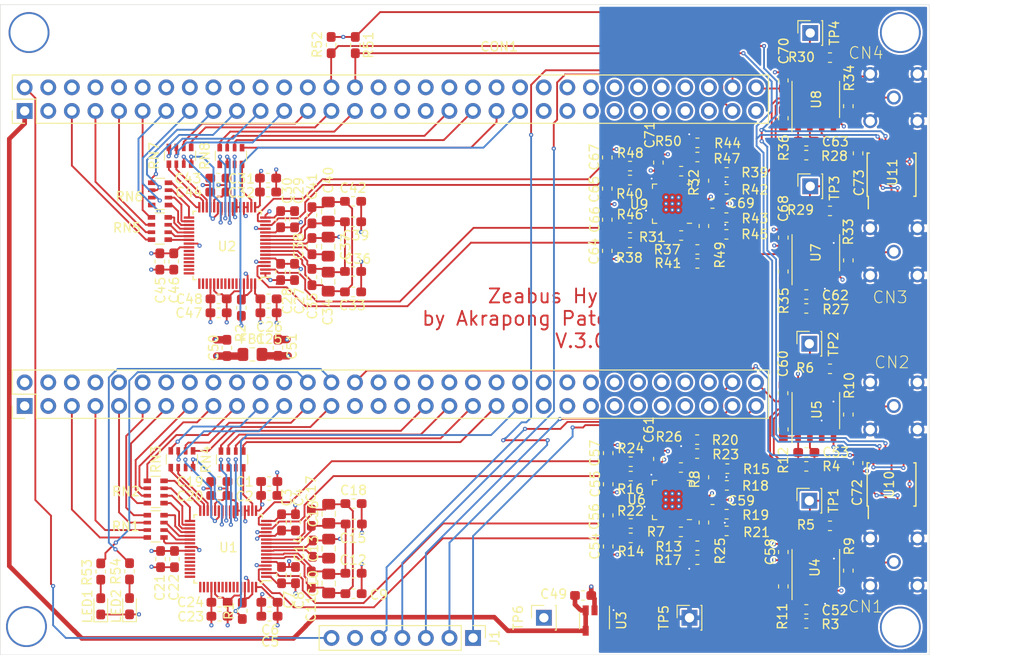
<source format=kicad_pcb>
(kicad_pcb (version 20211014) (generator pcbnew)
  (layers (0 "F.Cu" signal) (1 "In1.Cu" signal) (2 "In2.Cu" signal) (31 "B.Cu" signal) (34 "B.Paste" user) (35 "F.Paste" user) (36 "B.SilkS" user "B.Silkscreen") (37 "F.SilkS" user "F.Silkscreen") (38 "B.Mask" user) (39 "F.Mask" user) (44 "Edge.Cuts" user))
  (net 0 "")
  (net 1 "GNDA")
  (net 2 "VDDA")
  (net 3 "/REFT1")
  (net 4 "/REFB1")
  (net 5 "Net-(C13-Pad1)")
  (net 6 "VDD")
  (net 7 "/REFT2")
  (net 8 "/REFB2")
  (net 9 "Net-(C37-Pad1)")
  (net 10 "VBUS")
  (net 11 "Net-(C52-Pad2)")
  (net 12 "Net-(C52-Pad1)")
  (net 13 "Net-(C53-Pad2)")
  (net 14 "Net-(C53-Pad1)")
  (net 15 "/analog/VIN1-")
  (net 16 "/analog/VIN2-")
  (net 17 "/analog/VIN1+")
  (net 18 "/analog/VIN2+")
  (net 19 "Net-(C62-Pad2)")
  (net 20 "Net-(C62-Pad1)")
  (net 21 "Net-(C63-Pad2)")
  (net 22 "Net-(C63-Pad1)")
  (net 23 "/analog/VIN3-")
  (net 24 "/analog/VIN4-")
  (net 25 "/analog/VIN3+")
  (net 26 "/analog/VIN4+")
  (net 27 "GNDREF")
  (net 28 "Net-(CN1-Pad1)")
  (net 29 "Net-(CN2-Pad1)")
  (net 30 "Net-(CN3-Pad1)")
  (net 31 "Net-(CN4-Pad1)")
  (net 32 "Net-(CON1-PadC3)")
  (net 33 "Net-(CON1-PadD3)")
  (net 34 "Net-(CON1-PadC4)")
  (net 35 "Net-(CON1-PadD4)")
  (net 36 "Net-(CON1-PadC5)")
  (net 37 "Net-(CON1-PadD5)")
  (net 38 "Net-(CON1-PadC6)")
  (net 39 "Net-(CON1-PadD6)")
  (net 40 "Net-(CON1-PadC7)")
  (net 41 "Net-(CON1-PadD7)")
  (net 42 "Net-(CON1-PadC8)")
  (net 43 "Net-(CON1-PadC10)")
  (net 44 "Net-(CON1-PadD10)")
  (net 45 "Net-(CON1-PadC15)")
  (net 46 "Net-(CON1-PadC16)")
  (net 47 "Net-(CON1-PadD16)")
  (net 48 "Net-(CON1-PadC19)")
  (net 49 "Net-(CON1-PadD19)")
  (net 50 "Net-(CON1-PadC20)")
  (net 51 "Net-(CON1-PadD8)")
  (net 52 "Net-(CON1-PadC9)")
  (net 53 "Net-(CON1-PadD9)")
  (net 54 "Net-(CON1-PadD29)")
  (net 55 "/SCL")
  (net 56 "Net-(CON1-PadD30)")
  (net 57 "Net-(CON1-PadC31)")
  (net 58 "Net-(CON1-PadC28)")
  (net 59 "Net-(CON1-PadD28)")
  (net 60 "/SDA")
  (net 61 "/RESn")
  (net 62 "Net-(CON1-PadC11)")
  (net 63 "Net-(CON1-PadD11)")
  (net 64 "Net-(CON1-PadC12)")
  (net 65 "Net-(CON1-PadD12)")
  (net 66 "Net-(CON1-PadC13)")
  (net 67 "Net-(CON1-PadD13)")
  (net 68 "Net-(CON1-PadC14)")
  (net 69 "Net-(CON1-PadD20)")
  (net 70 "Net-(CON1-PadC21)")
  (net 71 "Net-(CON1-PadD21)")
  (net 72 "Net-(CON1-PadC22)")
  (net 73 "Net-(CON1-PadD22)")
  (net 74 "Net-(CON1-PadC23)")
  (net 75 "Net-(CON1-PadD23)")
  (net 76 "Net-(CON1-PadC24)")
  (net 77 "Net-(CON1-PadD24)")
  (net 78 "Net-(CON1-PadC25)")
  (net 79 "Net-(CON1-PadD25)")
  (net 80 "Net-(CON1-PadD31)")
  (net 81 "Net-(CON1-PadC26)")
  (net 82 "Net-(CON1-PadD26)")
  (net 83 "Net-(CON1-PadC27)")
  (net 84 "Net-(CON1-PadD27)")
  (net 85 "Net-(CON1-PadA3)")
  (net 86 "Net-(CON1-PadB3)")
  (net 87 "Net-(CON1-PadA4)")
  (net 88 "Net-(CON1-PadB4)")
  (net 89 "Net-(CON1-PadA5)")
  (net 90 "Net-(CON1-PadB5)")
  (net 91 "Net-(CON1-PadA6)")
  (net 92 "Net-(CON1-PadB6)")
  (net 93 "Net-(CON1-PadA7)")
  (net 94 "Net-(CON1-PadB7)")
  (net 95 "Net-(CON1-PadA8)")
  (net 96 "Net-(CON1-PadA10)")
  (net 97 "Net-(CON1-PadB10)")
  (net 98 "Net-(CON1-PadA17)")
  (net 99 "Net-(CON1-PadB17)")
  (net 100 "Net-(CON1-PadA18)")
  (net 101 "Net-(CON1-PadB18)")
  (net 102 "Net-(CON1-PadA19)")
  (net 103 "Net-(CON1-PadB19)")
  (net 104 "Net-(CON1-PadA20)")
  (net 105 "Net-(CON1-PadB8)")
  (net 106 "Net-(CON1-PadA9)")
  (net 107 "Net-(CON1-PadB9)")
  (net 108 "Net-(CON1-PadB29)")
  (net 109 "Net-(CON1-PadB30)")
  (net 110 "Net-(CON1-PadA31)")
  (net 111 "Net-(CON1-PadA28)")
  (net 112 "Net-(CON1-PadB28)")
  (net 113 "Net-(CON1-PadA1)")
  (net 114 "Net-(CON1-PadB1)")
  (net 115 "Net-(CON1-PadA11)")
  (net 116 "Net-(CON1-PadB11)")
  (net 117 "Net-(CON1-PadA12)")
  (net 118 "Net-(CON1-PadB12)")
  (net 119 "Net-(CON1-PadA13)")
  (net 120 "Net-(CON1-PadB13)")
  (net 121 "Net-(CON1-PadA14)")
  (net 122 "Net-(CON1-PadB14)")
  (net 123 "Net-(CON1-PadB20)")
  (net 124 "Net-(CON1-PadA21)")
  (net 125 "Net-(CON1-PadB21)")
  (net 126 "Net-(CON1-PadA22)")
  (net 127 "Net-(CON1-PadB22)")
  (net 128 "Net-(CON1-PadA23)")
  (net 129 "Net-(CON1-PadB23)")
  (net 130 "Net-(CON1-PadA24)")
  (net 131 "Net-(CON1-PadB24)")
  (net 132 "Net-(CON1-PadA25)")
  (net 133 "Net-(CON1-PadB25)")
  (net 134 "Net-(CON1-PadB31)")
  (net 135 "Net-(CON1-PadA32)")
  (net 136 "Net-(CON1-PadA26)")
  (net 137 "Net-(CON1-PadB26)")
  (net 138 "Net-(CON1-PadA27)")
  (net 139 "Net-(CON1-PadB27)")
  (net 140 "/CLK_A1")
  (net 141 "/CLK_A2")
  (net 142 "Net-(R11-Pad1)")
  (net 143 "/analog/VR1_H")
  (net 144 "Net-(R12-Pad1)")
  (net 145 "/analog/VR2_H")
  (net 146 "Net-(R13-Pad1)")
  (net 147 "Net-(R7-Pad1)")
  (net 148 "Net-(R15-Pad1)")
  (net 149 "Net-(R8-Pad1)")
  (net 150 "/analog/VR1_L")
  (net 151 "Net-(R14-Pad2)")
  (net 152 "/analog/VR2_L")
  (net 153 "Net-(R16-Pad2)")
  (net 154 "Net-(R19-Pad2)")
  (net 155 "Net-(R20-Pad2)")
  (net 156 "Net-(R21-Pad1)")
  (net 157 "Net-(R22-Pad2)")
  (net 158 "Net-(R23-Pad1)")
  (net 159 "Net-(R24-Pad2)")
  (net 160 "Net-(R25-Pad1)")
  (net 161 "Net-(R26-Pad1)")
  (net 162 "Net-(R29-Pad2)")
  (net 163 "/analog/VR3_H")
  (net 164 "Net-(R30-Pad2)")
  (net 165 "/analog/VR4_H")
  (net 166 "Net-(R31-Pad2)")
  (net 167 "Net-(R31-Pad1)")
  (net 168 "Net-(R32-Pad2)")
  (net 169 "Net-(R32-Pad1)")
  (net 170 "/analog/VR3_L")
  (net 171 "Net-(R38-Pad2)")
  (net 172 "/analog/VR4_L")
  (net 173 "Net-(R40-Pad2)")
  (net 174 "Net-(R43-Pad2)")
  (net 175 "Net-(R44-Pad2)")
  (net 176 "Net-(R45-Pad1)")
  (net 177 "Net-(R46-Pad2)")
  (net 178 "Net-(R47-Pad1)")
  (net 179 "Net-(R48-Pad2)")
  (net 180 "Net-(R49-Pad1)")
  (net 181 "Net-(R50-Pad1)")
  (net 182 "Net-(RN1-Pad4)")
  (net 183 "Net-(RN1-Pad2)")
  (net 184 "Net-(RN1-Pad3)")
  (net 185 "Net-(RN1-Pad1)")
  (net 186 "Net-(RN2-Pad4)")
  (net 187 "Net-(RN2-Pad2)")
  (net 188 "Net-(RN2-Pad3)")
  (net 189 "Net-(RN2-Pad1)")
  (net 190 "Net-(RN3-Pad4)")
  (net 191 "Net-(RN3-Pad2)")
  (net 192 "Net-(RN3-Pad3)")
  (net 193 "Net-(RN3-Pad1)")
  (net 194 "/CLK_B1")
  (net 195 "Net-(RN4-Pad2)")
  (net 196 "Net-(RN4-Pad3)")
  (net 197 "Net-(RN4-Pad1)")
  (net 198 "Net-(RN5-Pad4)")
  (net 199 "Net-(RN5-Pad2)")
  (net 200 "Net-(RN5-Pad3)")
  (net 201 "Net-(RN5-Pad1)")
  (net 202 "Net-(RN6-Pad4)")
  (net 203 "Net-(RN6-Pad2)")
  (net 204 "Net-(RN6-Pad3)")
  (net 205 "Net-(RN6-Pad1)")
  (net 206 "Net-(RN7-Pad4)")
  (net 207 "Net-(RN7-Pad2)")
  (net 208 "Net-(RN7-Pad3)")
  (net 209 "Net-(RN7-Pad1)")
  (net 210 "/CLK_B2")
  (net 211 "Net-(RN8-Pad2)")
  (net 212 "Net-(RN8-Pad3)")
  (net 213 "Net-(RN8-Pad1)")
  (net 214 "Net-(U1-Pad59)")
  (net 215 "Net-(U1-Pad58)")
  (net 216 "Net-(U1-Pad57)")
  (net 217 "Net-(U1-Pad56)")
  (net 218 "Net-(U1-Pad55)")
  (net 219 "Net-(U1-Pad54)")
  (net 220 "Net-(U1-Pad51)")
  (net 221 "Net-(U1-Pad50)")
  (net 222 "Net-(U1-Pad49)")
  (net 223 "Net-(U1-Pad48)")
  (net 224 "Net-(U1-Pad47)")
  (net 225 "Net-(U1-Pad46)")
  (net 226 "Net-(U1-Pad45)")
  (net 227 "Net-(U1-Pad44)")
  (net 228 "Net-(U1-Pad43)")
  (net 229 "Net-(U1-Pad42)")
  (net 230 "Net-(U2-Pad59)")
  (net 231 "Net-(U2-Pad58)")
  (net 232 "Net-(U2-Pad57)")
  (net 233 "Net-(U2-Pad56)")
  (net 234 "Net-(U2-Pad55)")
  (net 235 "Net-(U2-Pad54)")
  (net 236 "Net-(U2-Pad51)")
  (net 237 "Net-(U2-Pad50)")
  (net 238 "Net-(U2-Pad49)")
  (net 239 "Net-(U2-Pad48)")
  (net 240 "Net-(U2-Pad47)")
  (net 241 "Net-(U2-Pad46)")
  (net 242 "Net-(U2-Pad45)")
  (net 243 "Net-(U2-Pad44)")
  (net 244 "Net-(U2-Pad43)")
  (net 245 "Net-(U2-Pad42)")
  (net 246 "Net-(U3-Pad5)")
  (net 247 "Net-(U6-Pad20)")
  (net 248 "Net-(U6-Pad14)")
  (net 249 "Net-(U9-Pad20)")
  (net 250 "Net-(U9-Pad14)")
  (net 251 "Net-(CON1-PadC30)")
  (net 252 "Net-(CON1-PadC29)")
  (net 253 "Net-(CON1-PadA30)")
  (net 254 "Net-(CON1-PadA29)")
  (net 255 "Net-(LED1-Pad2)")
  (net 256 "Net-(LED2-Pad2)")
  (footprint "Capacitor_SMD:C_0603_1608Metric_Pad1.05x0.95mm_HandSolder" (layer "F.Cu") (at 102.4 92.95 90)
    (fp_text reference "C50")
    (fp_text value "0.1uF")
  )
  (footprint "Capacitor_SMD:C_0603_1608Metric_Pad1.05x0.95mm_HandSolder" (layer "F.Cu") (at 108.182 79.095 90)
    (fp_text reference "C30")
    (fp_text value "0.1uF")
  )
  (footprint "Capacitor_SMD:C_0603_1608Metric_Pad1.05x0.95mm_HandSolder" (layer "F.Cu") (at 109.682 79.095 90)
    (fp_text reference "C29")
    (fp_text value "0.01uF")
  )
  (footprint "Capacitor_SMD:C_0603_1608Metric_Pad1.05x0.95mm_HandSolder" (layer "F.Cu") (at 108.182 84.77 -90)
    (fp_text reference "C28")
    (fp_text value "0.1uF")
  )
  (footprint "Capacitor_SMD:C_0603_1608Metric_Pad1.05x0.95mm_HandSolder" (layer "F.Cu") (at 109.682 84.77 -90)
    (fp_text reference "C27")
    (fp_text value "0.01uF")
  )
  (footprint "Resistor_SMD:R_0603_1608Metric_Pad1.05x0.95mm_HandSolder" (layer "F.Cu") (at 169.3 100.125 -90)
    (fp_text reference "R10")
    (fp_text value "470")
  )
  (footprint "Capacitor_SMD:C_0603_1608Metric_Pad1.05x0.95mm_HandSolder" (layer "F.Cu") (at 106.882 87.67)
    (fp_text reference "C26")
    (fp_text value "0.1uF")
  )
  (footprint "Capacitor_SMD:C_0603_1608Metric_Pad1.05x0.95mm_HandSolder" (layer "F.Cu") (at 106.882 89.17)
    (fp_text reference "C25")
    (fp_text value "0.01uF")
  )
  (footprint "Resistor_SMD:R_0603_1608Metric_Pad1.05x0.95mm_HandSolder" (layer "F.Cu") (at 169.3 116.925 -90)
    (fp_text reference "R9")
    (fp_text value "470")
  )
  (footprint "Resistor_SMD:R_0603_1608Metric_Pad1.05x0.95mm_HandSolder" (layer "F.Cu") (at 153.75 106.875 90)
    (fp_text reference "R8")
    (fp_text value "1k")
  )
  (footprint "Resistor_SMD:R_0603_1608Metric_Pad1.05x0.95mm_HandSolder" (layer "F.Cu") (at 151.275 112.75)
    (fp_text reference "R7")
    (fp_text value "1k")
  )
  (footprint "Resistor_SMD:R_0603_1608Metric_Pad1.05x0.95mm_HandSolder" (layer "F.Cu") (at 145.8 80.025)
    (fp_text reference "R46")
    (fp_text value "33")
  )
  (footprint "Resistor_SMD:R_0603_1608Metric_Pad1.05x0.95mm_HandSolder" (layer "F.Cu") (at 156.175 80.725)
    (fp_text reference "R45")
    (fp_text value "1k")
  )
  (footprint "Resistor_SMD:R_0603_1608Metric_Pad1.05x0.95mm_HandSolder" (layer "F.Cu") (at 153.05 70.875)
    (fp_text reference "R44")
    (fp_text value "15")
  )
  (footprint "Resistor_SMD:R_0603_1608Metric_Pad1.05x0.95mm_HandSolder" (layer "F.Cu") (at 156.2 75.875 180)
    (fp_text reference "R42")
    (fp_text value "30.1")
  )
  (footprint "Resistor_SMD:R_0603_1608Metric_Pad1.05x0.95mm_HandSolder" (layer "F.Cu") (at 153.05 83.85 180)
    (fp_text reference "R41")
    (fp_text value "30.1")
  )
  (footprint "Resistor_SMD:R_0603_1608Metric_Pad1.05x0.95mm_HandSolder" (layer "F.Cu") (at 145.8 74.875)
    (fp_text reference "R40")
    (fp_text value "33")
  )
  (footprint "Resistor_SMD:R_0603_1608Metric_Pad1.05x0.95mm_HandSolder" (layer "F.Cu") (at 156.2 74.05)
    (fp_text reference "R39")
    (fp_text value "1k")
  )
  (footprint "Resistor_SMD:R_0603_1608Metric_Pad1.05x0.95mm_HandSolder" (layer "F.Cu") (at 145.8 81.625)
    (fp_text reference "R38")
    (fp_text value "33")
  )
  (footprint "Resistor_SMD:R_0603_1608Metric_Pad1.05x0.95mm_HandSolder" (layer "F.Cu") (at 153.05 82.35)
    (fp_text reference "R37")
    (fp_text value "1k")
  )
  (footprint "Resistor_SMD:R_0603_1608Metric_Pad1.05x0.95mm_HandSolder" (layer "F.Cu") (at 162.3 68.225 -90)
    (fp_text reference "R36")
    (fp_text value "1k")
  )
  (footprint "Resistor_SMD:R_0603_1608Metric_Pad1.05x0.95mm_HandSolder" (layer "F.Cu") (at 162.3 84.725 -90)
    (fp_text reference "R35")
    (fp_text value "1k")
  )
  (footprint "Resistor_SMD:R_0603_1608Metric_Pad1.05x0.95mm_HandSolder" (layer "F.Cu") (at 169.3 83.525 -90)
    (fp_text reference "R33")
    (fp_text value "470")
  )
  (footprint "Resistor_SMD:R_0603_1608Metric_Pad1.05x0.95mm_HandSolder" (layer "F.Cu") (at 153.75 74.95 90)
    (fp_text reference "R32")
    (fp_text value "1k")
  )
  (footprint "Resistor_SMD:R_0603_1608Metric_Pad1.05x0.95mm_HandSolder" (layer "F.Cu") (at 151.3 80.85)
    (fp_text reference "R31")
    (fp_text value "1k")
  )
  (footprint "Resistor_SMD:R_0603_1608Metric_Pad1.05x0.95mm_HandSolder" (layer "F.Cu") (at 167.325 61.7 180)
    (fp_text reference "R30")
    (fp_text value "1k")
  )
  (footprint "Resistor_SMD:R_0603_1608Metric_Pad1.05x0.95mm_HandSolder" (layer "F.Cu") (at 164.775 72.2)
    (fp_text reference "R28")
    (fp_text value "1.58M")
  )
  (footprint "Resistor_SMD:R_0603_1608Metric_Pad1.05x0.95mm_HandSolder" (layer "F.Cu") (at 164.775 88.7)
    (fp_text reference "R27")
    (fp_text value "1.58M")
  )
  (footprint "Resistor_SMD:R_0603_1608Metric_Pad1.05x0.95mm_HandSolder" (layer "F.Cu") (at 151.275 105.825)
    (fp_text reference "R26")
    (fp_text value "1k")
  )
  (footprint "Resistor_SMD:R_0603_1608Metric_Pad1.05x0.95mm_HandSolder" (layer "F.Cu") (at 153.025 102.825)
    (fp_text reference "R20")
    (fp_text value "15")
  )
  (footprint "Resistor_SMD:R_0603_1608Metric_Pad1.05x0.95mm_HandSolder" (layer "F.Cu") (at 145.875 105.2)
    (fp_text reference "R24")
    (fp_text value "33")
  )
  (footprint "Resistor_SMD:R_0603_1608Metric_Pad1.05x0.95mm_HandSolder" (layer "F.Cu") (at 156.2 110.85)
    (fp_text reference "R19")
    (fp_text value "15")
  )
  (footprint "Resistor_SMD:R_0603_1608Metric_Pad1.05x0.95mm_HandSolder" (layer "F.Cu") (at 156.225 107.75 180)
    (fp_text reference "R18")
    (fp_text value "30.1")
  )
  (footprint "Resistor_SMD:R_0603_1608Metric_Pad1.05x0.95mm_HandSolder" (layer "F.Cu") (at 153.05 115.75 180)
    (fp_text reference "R17")
    (fp_text value "30.1")
  )
  (footprint "Resistor_SMD:R_0603_1608Metric_Pad1.05x0.95mm_HandSolder" (layer "F.Cu") (at 145.875 106.75)
    (fp_text reference "R16")
    (fp_text value "33")
  )
  (footprint "Resistor_SMD:R_0603_1608Metric_Pad1.05x0.95mm_HandSolder" (layer "F.Cu") (at 156.275 105.95)
    (fp_text reference "R15")
    (fp_text value "1k")
  )
  (footprint "Resistor_SMD:R_0603_1608Metric_Pad1.05x0.95mm_HandSolder" (layer "F.Cu") (at 145.875 113.4)
    (fp_text reference "R14")
    (fp_text value "33")
  )
  (footprint "Resistor_SMD:R_0603_1608Metric_Pad1.05x0.95mm_HandSolder" (layer "F.Cu") (at 153.05 114.25)
    (fp_text reference "R13")
    (fp_text value "1k")
  )
  (footprint "Resistor_SMD:R_0603_1608Metric_Pad1.05x0.95mm_HandSolder" (layer "F.Cu") (at 162.3 101.725 -90)
    (fp_text reference "R12")
    (fp_text value "1k")
  )
  (footprint "Capacitor_SMD:C_0603_1608Metric_Pad1.05x0.95mm_HandSolder" (layer "F.Cu") (at 162.3 114.925 -90)
    (fp_text reference "C58")
    (fp_text value "0.1uF")
  )
  (footprint "Capacitor_SMD:C_0603_1608Metric_Pad1.05x0.95mm_HandSolder" (layer "F.Cu") (at 143.45 104.275 -90)
    (fp_text reference "C57")
    (fp_text value "2.7nF 1%(C0G)")
  )
  (footprint "Capacitor_SMD:C_0603_1608Metric_Pad1.05x0.95mm_HandSolder" (layer "F.Cu") (at 143.45 110.975 -90)
    (fp_text reference "C56")
    (fp_text value "2.7nF 1%(C0G)")
  )
  (footprint "Resistor_SMD:R_0603_1608Metric_Pad1.05x0.95mm_HandSolder" (layer "F.Cu") (at 162.3 118.625 -90)
    (fp_text reference "R11")
    (fp_text value "1k")
  )
  (footprint "Capacitor_SMD:C_0603_1608Metric_Pad1.05x0.95mm_HandSolder" (layer "F.Cu") (at 143.45 107.625 -90)
    (fp_text reference "C55")
    (fp_text value "2.7nF 1%(C0G)")
  )
  (footprint "Capacitor_SMD:C_0603_1608Metric_Pad1.05x0.95mm_HandSolder" (layer "F.Cu") (at 143.45 114.325 -90)
    (fp_text reference "C54")
    (fp_text value "2.7nF 1%(C0G)")
  )
  (footprint "Capacitor_SMD:C_0603_1608Metric_Pad1.05x0.95mm_HandSolder" (layer "F.Cu") (at 164.775 104.2 180)
    (fp_text reference "C53")
    (fp_text value "100pF 1%(C0G)")
  )
  (footprint "Capacitor_SMD:C_0603_1608Metric_Pad1.05x0.95mm_HandSolder" (layer "F.Cu") (at 162.3 81.075 -90)
    (fp_text reference "C68")
    (fp_text value "0.1uF")
  )
  (footprint "Capacitor_SMD:C_0603_1608Metric_Pad1.05x0.95mm_HandSolder" (layer "F.Cu") (at 148.85 104.9 90)
    (fp_text reference "C61")
    (fp_text value "0.1uF")
  )
  (footprint "Capacitor_SMD:C_0603_1608Metric_Pad1.05x0.95mm_HandSolder" (layer "F.Cu") (at 162.275 97.825 -90)
    (fp_text reference "C60")
    (fp_text value "0.1uF")
  )
  (footprint "zeabus:EPS-00-250" (layer "F.Cu") (at 174.2 116)
    (fp_text reference "CN1")
    (fp_text value "EPS.00.250.NTN")
  )
  (footprint "Capacitor_SMD:C_0603_1608Metric_Pad1.05x0.95mm_HandSolder" (layer "F.Cu") (at 162.3 64.15 -90)
    (fp_text reference "C70")
    (fp_text value "0.1uF")
  )
  (footprint "Capacitor_SMD:C_0603_1608Metric_Pad1.05x0.95mm_HandSolder" (layer "F.Cu") (at 170.35 72 90)
    (fp_text reference "C73")
    (fp_text value "0.1uF")
  )
  (footprint "Capacitor_SMD:C_0603_1608Metric_Pad1.05x0.95mm_HandSolder" (layer "F.Cu") (at 154.675 77.4)
    (fp_text reference "C69")
    (fp_text value "0.1uF")
  )
  (footprint "Capacitor_SMD:C_0603_1608Metric_Pad1.05x0.95mm_HandSolder" (layer "F.Cu") (at 164.775 87.2 180)
    (fp_text reference "C62")
    (fp_text value "100pF 1%(C0G)")
  )
  (footprint "Connector_PinHeader_2.54mm:PinHeader_1x07_P2.54mm_Vertical" (layer "F.Cu") (at 128.9016 124.1736 -90)
    (fp_text reference "J1")
    (fp_text value "JTAG")
  )
  (footprint "Capacitor_SMD:C_0603_1608Metric_Pad1.05x0.95mm_HandSolder" (layer "F.Cu") (at 143.35 75.8 -90)
    (fp_text reference "C65")
    (fp_text value "2.7nF 1%(C0G)")
  )
  (footprint "Capacitor_SMD:C_0603_1608Metric_Pad1.05x0.95mm_HandSolder" (layer "F.Cu") (at 164.775 70.7 180)
    (fp_text reference "C63")
    (fp_text value "100pF 1%(C0G)")
  )
  (footprint "Capacitor_SMD:C_0603_1608Metric_Pad1.05x0.95mm_HandSolder" (layer "F.Cu") (at 170.35 105.35 90)
    (fp_text reference "C72")
    (fp_text value "0.1uF")
  )
  (footprint "Capacitor_SMD:C_0603_1608Metric_Pad1.05x0.95mm_HandSolder" (layer "F.Cu") (at 140.75 119.6 180)
    (fp_text reference "C49")
    (fp_text value "0.1uF")
  )
  (footprint "Capacitor_SMD:C_0603_1608Metric_Pad1.05x0.95mm_HandSolder" (layer "F.Cu") (at 101.507 87.67)
    (fp_text reference "C48")
    (fp_text value "0.1uF")
  )
  (footprint "Capacitor_SMD:C_0603_1608Metric_Pad1.05x0.95mm_HandSolder" (layer "F.Cu") (at 96.682 83.645 -90)
    (fp_text reference "C46")
    (fp_text value "0.1uF")
  )
  (footprint "Connector_PinSocket_2.54mm:PinSocket_1x01_P2.54mm_Vertical" (layer "F.Cu") (at 165.2 59.05 90)
    (fp_text reference "TP4")
    (fp_text value "TestPoint")
  )
  (footprint "Package_SO:TSSOP-14_4.4x5mm_P0.65mm" (layer "F.Cu") (at 173.95 74.3 90)
    (fp_text reference "U11")
    (fp_text value "MAX5387LAUD+T (10k)")
  )
  (footprint "Resistor_SMD:R_Array_Convex_4x0603" (layer "F.Cu") (at 102.832 72.295 90)
    (fp_text reference "RN8")
    (fp_text value "33 x 4")
  )
  (footprint "Resistor_SMD:R_Array_Convex_4x0603" (layer "F.Cu") (at 95.182 80.095 180)
    (fp_text reference "RN5")
    (fp_text value "33 x 4")
  )
  (footprint "Resistor_SMD:R_Array_Convex_4x0603" (layer "F.Cu") (at 97.5586 104.9336 90)
    (fp_text reference "RN3")
    (fp_text value "33 x 4")
  )
  (footprint "Resistor_SMD:R_Array_Convex_4x0603" (layer "F.Cu") (at 94.7336 108.4586 180)
    (fp_text reference "RN2")
    (fp_text value "33 x 4")
  )
  (footprint "Resistor_SMD:R_Array_Convex_4x0603" (layer "F.Cu") (at 94.7336 112.1586 180)
    (fp_text reference "RN1")
    (fp_text value "33 x 4")
  )
  (footprint "Resistor_SMD:R_0603_1608Metric_Pad1.05x0.95mm_HandSolder" (layer "F.Cu") (at 113.625 60.35 -90)
    (fp_text reference "R52")
    (fp_text value "4.7k")
  )
  (footprint "Resistor_SMD:R_0603_1608Metric_Pad1.05x0.95mm_HandSolder" (layer "F.Cu") (at 116.225 60.35 -90)
    (fp_text reference "R51")
    (fp_text value "4.7k")
  )
  (footprint "Resistor_SMD:R_0603_1608Metric_Pad1.05x0.95mm_HandSolder" (layer "F.Cu") (at 151.3 73.925)
    (fp_text reference "R50")
    (fp_text value "1k")
  )
  (footprint "Resistor_SMD:R_0603_1608Metric_Pad1.05x0.95mm_HandSolder" (layer "F.Cu") (at 153.75 79.825 -90)
    (fp_text reference "R49")
    (fp_text value "1k")
  )
  (footprint "Resistor_SMD:R_0603_1608Metric_Pad1.05x0.95mm_HandSolder" (layer "F.Cu") (at 145.8 73.375)
    (fp_text reference "R48")
    (fp_text value "33")
  )
  (footprint "Resistor_SMD:R_0603_1608Metric_Pad1.05x0.95mm_HandSolder" (layer "F.Cu") (at 153.05 72.4)
    (fp_text reference "R47")
    (fp_text value "1k")
  )
  (footprint "Capacitor_SMD:C_0603_1608Metric_Pad1.05x0.95mm_HandSolder" (layer "F.Cu") (at 95.182 83.645 -90)
    (fp_text reference "C45")
    (fp_text value "0.01uF")
  )
  (footprint "Capacitor_SMD:C_0603_1608Metric_Pad1.05x0.95mm_HandSolder" (layer "F.Cu") (at 148.85 73 90)
    (fp_text reference "C71")
    (fp_text value "0.1uF")
  )
  (footprint "Capacitor_SMD:C_0603_1608Metric_Pad1.05x0.95mm_HandSolder" (layer "F.Cu") (at 106.832 76.17)
    (fp_text reference "C32")
    (fp_text value "0.1uF")
  )
  (footprint "Capacitor_SMD:C_0603_1608Metric_Pad1.05x0.95mm_HandSolder" (layer "F.Cu") (at 106.832 74.67)
    (fp_text reference "C31")
    (fp_text value "0.01uF")
  )
  (footprint "Resistor_SMD:R_0603_1608Metric_Pad1.05x0.95mm_HandSolder" (layer "F.Cu") (at 156.2 112.65)
    (fp_text reference "R21")
    (fp_text value "1k")
  )
  (footprint "Resistor_SMD:R_0603_1608Metric_Pad1.05x0.95mm_HandSolder" (layer "F.Cu") (at 164.775 122.6)
    (fp_text reference "R3")
    (fp_text value "1.58M")
  )
  (footprint "Resistor_SMD:R_0603_1608Metric_Pad1.05x0.95mm_HandSolder" (layer "F.Cu") (at 167.325 95.2 180)
    (fp_text reference "R6")
    (fp_text value "1k")
  )
  (footprint "Resistor_SMD:R_0603_1608Metric_Pad1.05x0.95mm_HandSolder" (layer "F.Cu") (at 145.875 111.85)
    (fp_text reference "R22")
    (fp_text value "33")
  )
  (footprint "Resistor_SMD:R_0603_1608Metric_Pad1.05x0.95mm_HandSolder" (layer "F.Cu") (at 153.025 104.325)
    (fp_text reference "R23")
    (fp_text value "1k")
  )
  (footprint "Resistor_SMD:R_0603_1608Metric_Pad1.05x0.95mm_HandSolder" (layer "F.Cu") (at 104.0586 121.2586 90)
    (fp_text reference "R1")
    (fp_text value "33")
  )
  (footprint "Resistor_SMD:R_0603_1608Metric_Pad1.05x0.95mm_HandSolder" (layer "F.Cu") (at 167.325 112.1 180)
    (fp_text reference "R5")
    (fp_text value "1k")
  )
  (footprint "Package_QFP:TQFP-64_7x7mm_P0.4mm" (layer "F.Cu") (at 102.432 81.92 180)
    (fp_text reference "U2")
    (fp_text value "AD9248")
  )
  (footprint "Package_SO:SOIC-8_3.9x4.9mm_P1.27mm" (layer "F.Cu") (at 165.795 66.2 90)
    (fp_text reference "U8")
    (fp_text value "OPA2365")
  )
  (footprint "Package_CSP:LFCSP-24-1EP_4x4mm_P0.5mm_EP2.5x2.5mm" (layer "F.Cu") (at 150.325 109.325 180)
    (fp_text reference "U6")
    (fp_text value "ADA4940-2")
  )
  (footprint "Capacitor_SMD:C_0603_1608Metric_Pad1.05x0.95mm_HandSolder" (layer "F.Cu") (at 143.35 79.15 -90)
    (fp_text reference "C66")
    (fp_text value "2.7nF 1%(C0G)")
  )
  (footprint "zeabus:ZTEX-V2-FPGA" (layer "F.Cu") (at 120 86.5 90)
    (fp_text reference "CON1")
    (fp_text value "ZTEX-V2-FPGA")
  )
  (footprint "Resistor_SMD:R_Array_Convex_4x0603" (layer "F.Cu") (at 97.357 72.27 90)
    (fp_text reference "RN7")
    (fp_text value "33 x 4")
  )
  (footprint "Resistor_SMD:R_Array_Convex_4x0603" (layer "F.Cu") (at 95.207 76.37 180)
    (fp_text reference "RN6")
    (fp_text value "33 x 4")
  )
  (footprint "Resistor_SMD:R_0805_2012Metric_Pad1.15x1.40mm_HandSolder" (layer "F.Cu") (at 105.15 93.65)
    (fp_text reference "FB1")
    (fp_text value "Ferrite Bead")
  )
  (footprint "Capacitor_SMD:C_0603_1608Metric_Pad1.05x0.95mm_HandSolder" (layer "F.Cu") (at 101.482 74.67)
    (fp_text reference "C43")
    (fp_text value "0.01uF")
  )
  (footprint "Capacitor_SMD:C_0603_1608Metric_Pad1.05x0.95mm_HandSolder" (layer "F.Cu") (at 101.482 76.17)
    (fp_text reference "C44")
    (fp_text value "0.1uF")
  )
  (footprint "Capacitor_SMD:C_0603_1608Metric_Pad1.05x0.95mm_HandSolder" (layer "F.Cu") (at 107.9 92.925 90)
    (fp_text reference "C51")
    (fp_text value "0.1uF")
  )
  (footprint "Capacitor_SMD:C_0603_1608Metric_Pad1.05x0.95mm_HandSolder" (layer "F.Cu") (at 101.507 89.17)
    (fp_text reference "C47")
    (fp_text value "0.01uF")
  )
  (footprint "Resistor_SMD:R_0603_1608Metric_Pad1.05x0.95mm_HandSolder" (layer "F.Cu") (at 103.957 88.62 90)
    (fp_text reference "R2")
    (fp_text value "33")
  )
  (footprint "Package_TO_SOT_SMD:SOT-23-5" (layer "F.Cu") (at 141.975 122.3 -90)
    (fp_text reference "U3")
    (fp_text value "REF1933")
  )
  (footprint "Package_SO:SOIC-8_3.9x4.9mm_P1.27mm" (layer "F.Cu") (at 165.8 82.7 90)
    (fp_text reference "U7")
    (fp_text value "OPA2365")
  )
  (footprint "Capacitor_SMD:C_0603_1608Metric_Pad1.05x0.95mm_HandSolder" (layer "F.Cu") (at 164.775 121.1 180)
    (fp_text reference "C52")
    (fp_text value "100pF 1%(C0G)")
  )
  (footprint "Capacitor_SMD:C_0603_1608Metric_Pad1.05x0.95mm_HandSolder" (layer "F.Cu") (at 154.675 109.3)
    (fp_text reference "C59")
    (fp_text value "0.1uF")
  )
  (footprint "Connector_PinSocket_2.54mm:PinSocket_1x01_P2.54mm_Vertical" (layer "F.Cu") (at 165.2 75.55 90)
    (fp_text reference "TP3")
    (fp_text value "TestPoint")
  )
  (footprint "Connector_PinSocket_2.54mm:PinSocket_1x01_P2.54mm_Vertical" (layer "F.Cu") (at 136.525 122 90)
    (fp_text reference "TP6")
    (fp_text value "TestPoint")
  )
  (footprint "Connector_PinSocket_2.54mm:PinSocket_1x01_P2.54mm_Vertical" (layer "F.Cu") (at 165.1 109.4 90)
    (fp_text reference "TP1")
    (fp_text value "TestPoint")
  )
  (footprint "Capacitor_SMD:C_0603_1608Metric_Pad1.05x0.95mm_HandSolder" (layer "F.Cu") (at 143.35 72.45 -90)
    (fp_text reference "C67")
    (fp_text value "2.7nF 1%(C0G)")
  )
  (footprint "Package_CSP:LFCSP-24-1EP_4x4mm_P0.5mm_EP2.5x2.5mm" (layer "F.Cu") (at 150.325 77.425 180)
    (fp_text reference "U9")
    (fp_text value "ADA4940-2")
  )
  (footprint "Capacitor_SMD:C_0603_1608Metric_Pad1.05x0.95mm_HandSolder" (layer "F.Cu") (at 143.35 82.5 -90)
    (fp_text reference "C64")
    (fp_text value "2.7nF 1%(C0G)")
  )
  (footprint "zeabus:EPS-00-250" (layer "F.Cu") (at 174.2 66)
    (fp_text reference "CN4")
    (fp_text value "EPS.00.250.NTN")
  )
  (footprint "zeabus:EPS-00-250" (layer "F.Cu") (at 174.2 82.6)
    (fp_text reference "CN3")
    (fp_text value "EPS.00.250.NTN")
  )
  (footprint "zeabus:EPS-00-250" (layer "F.Cu") (at 174.2 99.2)
    (fp_text reference "CN2")
    (fp_text value "EPS.00.250.NTN")
  )
  (footprint "Connector_PinSocket_2.54mm:PinSocket_1x01_P2.54mm_Vertical" (layer "F.Cu") (at 165.1 92.5 90)
    (fp_text reference "TP2")
    (fp_text value "TestPoint")
  )
  (footprint "Connector_PinSocket_2.54mm:PinSocket_1x01_P2.54mm_Vertical" (layer "F.Cu") (at 152.2 122 90)
    (fp_text reference "TP5")
    (fp_text value "TestPoint")
  )
  (footprint "Resistor_SMD:R_0603_1608Metric_Pad1.05x0.95mm_HandSolder" (layer "F.Cu") (at 164.775 105.7)
    (fp_text reference "R4")
    (fp_text value "1.58M")
  )
  (footprint "Resistor_SMD:R_0603_1608Metric_Pad1.05x0.95mm_HandSolder" (layer "F.Cu") (at 167.325 78.2 180)
    (fp_text reference "R29")
    (fp_text value "1k")
  )
  (footprint "Resistor_SMD:R_0603_1608Metric_Pad1.05x0.95mm_HandSolder" (layer "F.Cu") (at 169.3 66.925 -90)
    (fp_text reference "R34")
    (fp_text value "470")
  )
  (footprint "Package_SO:SOIC-8_3.9x4.9mm_P1.27mm" (layer "F.Cu") (at 165.8 99.7 90)
    (fp_text reference "U5")
    (fp_text value "OPA2365")
  )
  (footprint "Package_SO:SOIC-8_3.9x4.9mm_P1.27mm" (layer "F.Cu") (at 165.8 116.6 90)
    (fp_text reference "U4")
    (fp_text value "OPA2365")
  )
  (footprint "Package_SO:TSSOP-14_4.4x5mm_P0.65mm" (layer "F.Cu") (at 173.95 107.65 90)
    (fp_text reference "U10")
    (fp_text value "MAX5387LAUD+T (10k)")
  )
  (footprint "Resistor_SMD:R_0603_1608Metric_Pad1.05x0.95mm_HandSolder" (layer "F.Cu") (at 153.75 111.75 -90)
    (fp_text reference "R25")
    (fp_text value "1k")
  )
  (footprint "Resistor_SMD:R_0603_1608Metric_Pad1.05x0.95mm_HandSolder" (layer "F.Cu") (at 156.175 78.925)
    (fp_text reference "R43")
    (fp_text value "15")
  )
  (footprint "Resistor_SMD:R_Array_Convex_4x0603" (layer "F.Cu") (at 102.9586 104.9586 90)
    (fp_text reference "RN4")
    (fp_text value "33 x 4")
  )
  (footprint "Capacitor_SMD:C_0603_1608Metric_Pad1.05x0.95mm_HandSolder" (layer "F.Cu") (at 106.9836 121.8336 180)
    (fp_text reference "C5")
    (fp_text value "0.01uF")
  )
  (footprint "Capacitor_SMD:C_0603_1608Metric_Pad1.05x0.95mm_HandSolder" (layer "F.Cu") (at 106.9586 107.3336)
    (fp_text reference "C1")
    (fp_text value "0.01uF")
  )
  (footprint "Capacitor_SMD:C_0603_1608Metric_Pad1.05x0.95mm_HandSolder" (layer "F.Cu") (at 106.9586 108.8336)
    (fp_text reference "C2")
    (fp_text value "0.1uF")
  )
  (footprint "Capacitor_SMD:C_0603_1608Metric_Pad1.05x0.95mm_HandSolder" (layer "F.Cu") (at 108.2836 111.7336 90)
    (fp_text reference "C3")
    (fp_text value "0.01uF")
  )
  (footprint "Capacitor_SMD:C_0603_1608Metric_Pad1.05x0.95mm_HandSolder" (layer "F.Cu") (at 109.7836 111.7336 90)
    (fp_text reference "C4")
    (fp_text value "0.1uF")
  )
  (footprint "Package_QFP:TQFP-64_7x7mm_P0.4mm" (layer "F.Cu") (at 102.5336 114.5836 180)
    (fp_text reference "U1")
    (fp_text value "AD9248")
  )
  (footprint "Capacitor_SMD:C_0603_1608Metric_Pad1.05x0.95mm_HandSolder" (layer "F.Cu") (at 101.5836 107.3336)
    (fp_text reference "C19")
    (fp_text value "0.01uF")
  )
  (footprint "Capacitor_SMD:C_0603_1608Metric_Pad1.05x0.95mm_HandSolder" (layer "F.Cu") (at 101.5836 108.8336)
    (fp_text reference "C20")
    (fp_text value "0.1uF")
  )
  (footprint "Capacitor_SMD:C_0603_1608Metric_Pad1.05x0.95mm_HandSolder" (layer "F.Cu") (at 95.2586 115.6836 -90)
    (fp_text reference "C21")
    (fp_text value "0.01uF")
  )
  (footprint "Capacitor_SMD:C_0603_1608Metric_Pad1.05x0.95mm_HandSolder" (layer "F.Cu") (at 96.7586 115.6836 -90)
    (fp_text reference "C22")
    (fp_text value "0.1uF")
  )
  (footprint "Capacitor_SMD:C_0603_1608Metric_Pad1.05x0.95mm_HandSolder" (layer "F.Cu") (at 101.6086 121.8336)
    (fp_text reference "C23")
    (fp_text value "0.01uF")
  )
  (footprint "Capacitor_SMD:C_0603_1608Metric_Pad1.05x0.95mm_HandSolder" (layer "F.Cu") (at 101.6086 120.3336)
    (fp_text reference "C24")
    (fp_text value "0.1uF")
  )
  (footprint "Capacitor_SMD:C_0603_1608Metric_Pad1.05x0.95mm_HandSolder" (layer "F.Cu") (at 106.9836 120.3336 180)
    (fp_text reference "C6")
    (fp_text value "0.1uF")
  )
  (footprint "Capacitor_SMD:C_0603_1608Metric_Pad1.05x0.95mm_HandSolder" (layer "F.Cu") (at 108.2836 117.4086 -90)
    (fp_text reference "C7")
    (fp_text value "0.01uF")
  )
  (footprint "Capacitor_SMD:C_0603_1608Metric_Pad1.05x0.95mm_HandSolder" (layer "F.Cu") (at 109.7836 117.4086 -90)
    (fp_text reference "C8")
    (fp_text value "0.1uF")
  )
  (footprint "Capacitor_SMD:C_0805_2012Metric_Pad1.15x1.40mm_HandSolder" (layer "F.Cu") (at 113.3586 118.3086 90)
    (fp_text reference "C10")
    (fp_text value "10uF")
  )
  (footprint "Capacitor_SMD:C_0603_1608Metric_Pad1.05x0.95mm_HandSolder" (layer "F.Cu") (at 111.4836 117.8836 90)
    (fp_text reference "C11")
    (fp_text value "0.1uF")
  )
  (footprint "Capacitor_SMD:C_0603_1608Metric_Pad1.05x0.95mm_HandSolder" (layer "F.Cu") (at 116.0336 117.2086)
    (fp_text reference "C12")
    (fp_text value "0.1uF")
  )
  (footprint "Capacitor_SMD:C_0805_2012Metric_Pad1.15x1.40mm_HandSolder" (layer "F.Cu") (at 113.3586 114.5586 90)
    (fp_text reference "C13")
    (fp_text value "10uF")
  )
  (footprint "Capacitor_SMD:C_0603_1608Metric_Pad1.05x0.95mm_HandSolder" (layer "F.Cu") (at 111.6336 114.5586 90)
    (fp_text reference "C14")
    (fp_text value "0.1uF")
  )
  (footprint "Capacitor_SMD:C_0603_1608Metric_Pad1.05x0.95mm_HandSolder" (layer "F.Cu") (at 116.0586 111.9086)
    (fp_text reference "C15")
    (fp_text value "0.1uF")
  )
  (footprint "Capacitor_SMD:C_0805_2012Metric_Pad1.15x1.40mm_HandSolder" (layer "F.Cu") (at 113.3586 110.8086 90)
    (fp_text reference "C16")
    (fp_text value "10uF")
  )
  (footprint "Capacitor_SMD:C_0603_1608Metric_Pad1.05x0.95mm_HandSolder" (layer "F.Cu") (at 111.4836 111.2336 90)
    (fp_text reference "C17")
    (fp_text value "0.1uF")
  )
  (footprint "Capacitor_SMD:C_0603_1608Metric_Pad1.05x0.95mm_HandSolder" (layer "F.Cu") (at 116.0336 109.7086)
    (fp_text reference "C18")
    (fp_text value "0.1uF")
  )
  (footprint "Capacitor_SMD:C_0603_1608Metric_Pad1.05x0.95mm_HandSolder" (layer "F.Cu") (at 115.982 86.92)
    (fp_text reference "C33")
    (fp_text value "0.1uF")
  )
  (footprint "Capacitor_SMD:C_0805_2012Metric_Pad1.15x1.40mm_HandSolder" (layer "F.Cu") (at 113.307 85.82 90)
    (fp_text reference "C34")
    (fp_text value "10uF")
  )
  (footprint "Capacitor_SMD:C_0603_1608Metric_Pad1.05x0.95mm_HandSolder" (layer "F.Cu") (at 111.557 85.32 90)
    (fp_text reference "C35")
    (fp_text value "0.1uF")
  )
  (footprint "Capacitor_SMD:C_0603_1608Metric_Pad1.05x0.95mm_HandSolder" (layer "F.Cu") (at 115.982 84.72)
    (fp_text reference "C36")
    (fp_text value "0.1uF")
  )
  (footprint "Capacitor_SMD:C_0805_2012Metric_Pad1.15x1.40mm_HandSolder" (layer "F.Cu") (at 113.307 82.045 90)
    (fp_text reference "C37")
    (fp_text value "10uF")
  )
  (footprint "Capacitor_SMD:C_0603_1608Metric_Pad1.05x0.95mm_HandSolder" (layer "F.Cu") (at 111.557 81.995 90)
    (fp_text reference "C38")
    (fp_text value "0.1uF")
  )
  (footprint "Capacitor_SMD:C_0603_1608Metric_Pad1.05x0.95mm_HandSolder" (layer "F.Cu") (at 115.982 79.37)
    (fp_text reference "C39")
    (fp_text value "0.1uF")
  )
  (footprint "Capacitor_SMD:C_0805_2012Metric_Pad1.15x1.40mm_HandSolder" (layer "F.Cu") (at 113.307 78.27 90)
    (fp_text reference "C40")
    (fp_text value "10uF")
  )
  (footprint "Capacitor_SMD:C_0603_1608Metric_Pad1.05x0.95mm_HandSolder" (layer "F.Cu") (at 111.557 78.67 90)
    (fp_text reference "C41")
    (fp_text value "0.1uF")
  )
  (footprint "Capacitor_SMD:C_0603_1608Metric_Pad1.05x0.95mm_HandSolder" (layer "F.Cu") (at 115.982 77.17)
    (fp_text reference "C42")
    (fp_text value "0.1uF")
  )
  (footprint "Capacitor_SMD:C_0603_1608Metric_Pad1.05x0.95mm_HandSolder" (layer "F.Cu") (at 116.0336 119.4086)
    (fp_text reference "C9")
    (fp_text value "0.1uF")
  )
  (footprint "LED_SMD:LED_0603_1608Metric_Pad1.05x0.95mm_HandSolder" (layer "F.Cu") (at 88.8204 120.77 90)
    (fp_text reference "LED1")
    (fp_text value "BLUE")
  )
  (footprint "LED_SMD:LED_0603_1608Metric_Pad1.05x0.95mm_HandSolder" (layer "F.Cu") (at 91.9192 120.7586 90)
    (fp_text reference "LED2")
    (fp_text value "GREEN")
  )
  (footprint "Resistor_SMD:R_0603_1608Metric_Pad1.05x0.95mm_HandSolder" (layer "F.Cu") (at 88.8204 117.0222 -90)
    (fp_text reference "R53")
    (fp_text value "240")
  )
  (footprint "Resistor_SMD:R_0603_1608Metric_Pad1.05x0.95mm_HandSolder" (layer "F.Cu") (at 91.9192 116.9994 -90)
    (fp_text reference "R54")
    (fp_text value "240")
  )
  (gr_line (start 178 56) (end 78 56) (layer "Edge.Cuts") (width 0.05))
  (gr_line (start 78 126) (end 178 126) (layer "Edge.Cuts") (width 0.05))
  (gr_line (start 78 56) (end 78 126) (layer "Edge.Cuts") (width 0.05))
  (gr_line (start 178 126) (end 178 56) (layer "Edge.Cuts") (width 0.05))
  (gr_text "Zeabus Hydrophone\nby Akrapong Patchararungruang\nV.3.0.1" (at 141.6016 89.782) (layer "F.Cu") (effects (font (size 1.5 1.5) (thickness 0.2))))
  (via (at 80.825 122.95) (size 4.4) (drill 4) (layers "F.Cu" "B.Cu") (net 0))
  (via (at 174.9 59) (size 4.4) (drill 4) (layers "F.Cu" "B.Cu") (net 0))
  (via (at 174.9 123) (size 4.4) (drill 4) (layers "F.Cu" "B.Cu") (net 0))
  (via (at 81.1 59) (size 4.4) (drill 4) (layers "F.Cu" "B.Cu") (net 0))
  (segment (start 101.984528 119.834528) (end 102.4836 120.3336) (width 0.2) (layer "F.Cu") (net 1))
  (segment (start 107.8336 108.8336) (end 107.8336 107.3336) (width 0.2) (layer "F.Cu") (net 1))
  (segment (start 101.532 75.42) (end 101.507 75.395) (width 0.2) (layer "F.Cu") (net 1))
  (segment (start 107.482 78.92) (end 108.182 78.22) (width 0.2) (layer "F.Cu") (net 1))
  (segment (start 159.495 65.025) (end 159.37 64.9) (width 0.2) (layer "F.Cu") (net 1))
  (segment (start 107.707 74.67) (end 107.707 73.745) (width 0.2) (layer "F.Cu") (net 1))
  (segment (start 106.547 84.92) (end 106.547 85.245) (width 0.2) (layer "F.Cu") (net 1))
  (segment (start 150.075 111.2625) (end 150.075 109.575) (width 0.2) (layer "F.Cu") (net 1))
  (segment (start 103.9336 110.4686) (end 103.5336 110.4686) (width 0.2) (layer "F.Cu") (net 1))
  (segment (start 103.061072 76.669072) (end 102.856072 76.669072) (width 0.2) (layer "F.Cu") (net 1))
  (segment (start 113.307 81.02) (end 114.482 81.02) (width 0.2) (layer "F.Cu") (net 1))
  (segment (start 143.35 71.575) (end 144.325 71.575) (width 0.2) (layer "F.Cu") (net 1))
  (segment (start 175.9 76.325) (end 175.9 72.9) (width 0.2) (layer "F.Cu") (net 1))
  (segment (start 101.402928 87.170928) (end 101.882928 87.170928) (width 0.2) (layer "F.Cu") (net 1))
  (segment (start 103.5336 110.4686) (end 103.5336 109.7036) (width 0.2) (layer "F.Cu") (net 1))
  (segment (start 98.4186 114.3836) (end 99.1086 114.3836) (width 0.2) (layer "F.Cu") (net 1))
  (segment (start 150.35 78.1) (end 150.35 79.325) (width 0.2) (layer "F.Cu") (net 1))
  (segment (start 103.78861 119.60859) (end 103.20861 119.60859) (width 0.2) (layer "F.Cu") (net 1))
  (segment (start 148.85 72.125) (end 149.85 72.125) (width 0.2) (layer "F.Cu") (net 1))
  (segment (start 168.39151 68.675) (end 168.591501 68.874991) (width 0.2) (layer "F.Cu") (net 1))
  (segment (start 174.275 106.4) (end 175.9 106.4) (width 0.2) (layer "F.Cu") (net 1))
  (segment (start 107.757 89.17) (end 107.757 90.245) (width 0.2) (layer "F.Cu") (net 1))
  (segment (start 144.325 71.575) (end 144.35 71.55) (width 0.2) (layer "F.Cu") (net 1))
  (segment (start 101.959528 109.332672) (end 102.4586 108.8336) (width 0.2) (layer "F.Cu") (net 1))
  (segment (start 103.9336 119.4636) (end 103.78861 119.60859) (width 0.2) (layer "F.Cu") (net 1))
  (segment (start 101.882928 87.170928) (end 102.382 87.67) (width 0.2) (layer "F.Cu") (net 1))
  (segment (start 141.975 121.2) (end 141.975 119.95) (width 0.5) (layer "F.Cu") (net 1))
  (segment (start 148.3875 109.2625) (end 148.3875 109.075) (width 0.2) (layer "F.Cu") (net 1))
  (segment (start 171.275 106.225) (end 171.3 106.2) (width 0.2) (layer "F.Cu") (net 1))
  (segment (start 103.20861 119.60859) (end 102.982672 119.834528) (width 0.2) (layer "F.Cu") (net 1))
  (segment (start 101.504528 109.332672) (end 101.959528 109.332672) (width 0.2) (layer "F.Cu") (net 1))
  (segment (start 116.857 86.92) (end 116.857 84.72) (width 0.2) (layer "F.Cu") (net 1))
  (segment (start 143.35 77.475) (end 144.125 77.475) (width 0.2) (layer "F.Cu") (net 1))
  (segment (start 160.06 96.66) (end 159.37 96.66) (width 0.2) (layer "F.Cu") (net 1))
  (segment (start 106.6486 116.3836) (end 105.6586 116.3836) (width 0.2) (layer "F.Cu") (net 1))
  (segment (start 111.6336 113.6836) (end 113.2086 113.6836) (width 0.2) (layer "F.Cu") (net 1))
  (segment (start 168.591501 68.874991) (end 168.8165 69.09999) (width 0.2) (layer "F.Cu") (net 1))
  (segment (start 102.881072 87.170928) (end 102.382 87.67) (width 0.2) (layer "F.Cu") (net 1))
  (segment (start 143.45 115.2) (end 144.425 115.2) (width 0.2) (layer "F.Cu") (net 1))
  (segment (start 102.382 87.67) (end 102.382 89.17) (width 0.2) (layer "F.Cu") (net 1))
  (segment (start 175.9 72.9) (end 175.9 71.35) (width 0.2) (layer "F.Cu") (net 1))
  (segment (start 101.504528 119.834528) (end 101.984528 119.834528) (width 0.2) (layer "F.Cu") (net 1))
  (segment (start 116.9086 109.7086) (end 116.9086 111.8836) (width 0.2) (layer "F.Cu") (net 1))
  (segment (start 109.682 85.645) (end 108.182 85.645) (width 0.2) (layer "F.Cu") (net 1))
  (segment (start 102.4586 108.8336) (end 102.4586 108.0836) (width 0.2) (layer "F.Cu") (net 1))
  (segment (start 150.075 109.575) (end 150.325 109.325) (width 0.2) (layer "F.Cu") (net 1))
  (segment (start 101.1336 118.6986) (end 101.1336 119.4636) (width 0.2) (layer "F.Cu") (net 1))
  (segment (start 149.85 72.125) (end 149.875 72.1) (width 0.2) (layer "F.Cu") (net 1))
  (segment (start 91.9192 121.6336) (end 92.9352 121.6336) (width 0.2) (layer "F.Cu") (net 1))
  (segment (start 148.425 109.3) (end 148.3875 109.2625) (width 0.2) (layer "F.Cu") (net 1))
  (segment (start 103.201999 86.850001) (end 102.881072 87.170928) (width 0.2) (layer "F.Cu") (net 1))
  (segment (start 148.85 104.025) (end 149.825 104.025) (width 0.2) (layer "F.Cu") (net 1))
  (segment (start 91.9078 121.645) (end 91.9192 121.6336) (width 0.2) (layer "F.Cu") (net 1))
  (segment (start 175.9 110.6) (end 175.9 107.6) (width 0.2) (layer "F.Cu") (net 1))
  (segment (start 116.857 77.17) (end 116.857 77.745) (width 0.2) (layer "F.Cu") (net 1))
  (segment (start 103.832 77.805) (end 103.432 77.805) (width 0.2) (layer "F.Cu") (net 1))
  (segment (start 109.682 78.22) (end 108.182 78.22) (width 0.2) (layer "F.Cu") (net 1))
  (segment (start 103.781999 86.850001) (end 103.201999 86.850001) (width 0.2) (layer "F.Cu") (net 1))
  (segment (start 107.7886 118.2836) (end 108.2836 118.2836) (width 0.2) (layer "F.Cu") (net 1))
  (segment (start 88.8204 121.645) (end 91.9078 121.645) (width 0.2) (layer "F.Cu") (net 1))
  (segment (start 103.832 86.035) (end 103.832 86.8) (width 0.2) (layer "F.Cu") (net 1))
  (segment (start 105.6586 116.3836) (end 105.6086 116.3336) (width 0.2) (layer "F.Cu") (net 1))
  (segment (start 103.9336 118.6986) (end 103.9336 119.4636) (width 0.2) (layer "F.Cu") (net 1))
  (segment (start 114.482 81.02) (end 114.507 80.995) (width 0.2) (layer "F.Cu") (net 1))
  (segment (start 108.182 85.645) (end 107.082 85.645) (width 0.2) (layer "F.Cu") (net 1))
  (segment (start 106.547 80.12) (end 105.607 80.12) (width 0.2) (layer "F.Cu") (net 1))
  (segment (start 116.9086 111.8836) (end 116.9336 111.9086) (width 0.2) (layer "F.Cu") (net 1))
  (segment (start 113.2086 113.6836) (end 113.3586 113.5336) (width 0.2) (layer "F.Cu") (net 1))
  (segment (start 175.9 107.6) (end 175.9 106.4) (width 0.2) (layer "F.Cu") (net 1))
  (segment (start 107.5586 111.5836) (end 108.2836 110.8586) (width 0.2) (layer "F.Cu") (net 1))
  (segment (start 106.947 85.645) (end 107.082 85.645) (width 0.2) (layer "F.Cu") (net 1))
  (segment (start 170.35 106.225) (end 171.275 106.225) (width 0.2) (layer "F.Cu") (net 1))
  (segment (start 168.675 85.575) (end 168.675 85.6) (width 0.2) (layer "F.Cu") (net 1))
  (segment (start 102.982672 119.834528) (end 102.4836 120.3336) (width 0.2) (layer "F.Cu") (net 1))
  (segment (start 141.625 119.6) (end 141.625 118.65) (width 0.5) (layer "F.Cu") (net 1))
  (segment (start 149.675 77.425) (end 148.425 77.425) (width 0.2) (layer "F.Cu") (net 1))
  (segment (start 175.875 72.875) (end 175.9 72.9) (width 0.2) (layer "F.Cu") (net 1))
  (segment (start 102.4586 108.0836) (end 101.6836 108.0836) (width 0.2) (layer "F.Cu") (net 1))
  (segment (start 167.7 68.675) (end 168.39151 68.675) (width 0.2) (layer "F.Cu") (net 1))
  (segment (start 106.547 78.92) (end 106.547 78.68) (width 0.2) (layer "F.Cu") (net 1))
  (segment (start 103.432 77.04) (end 103.061072 76.669072) (width 0.2) (layer "F.Cu") (net 1))
  (segment (start 175.9 77.25) (end 175.9 76.325) (width 0.2) (layer "F.Cu") (net 1))
  (segment (start 116.857 77.745) (end 116.857 79.37) (width 0.2) (layer "F.Cu") (net 1))
  (segment (start 141.975 119.95) (end 141.625 119.6) (width 0.5) (layer "F.Cu") (net 1))
  (segment (start 101.1336 109.7036) (end 101.504528 109.332672) (width 0.2) (layer "F.Cu") (net 1))
  (segment (start 162.275 98.7) (end 161.41 98.7) (width 0.2) (layer "F.Cu") (net 1))
  (segment (start 102.357 76.17) (end 102.357 75.42) (width 0.2) (layer "F.Cu") (net 1))
  (segment (start 148.3875 109.575) (end 148.3875 109.2625) (width 0.2) (layer "F.Cu") (net 1))
  (segment (start 101.032 77.04) (end 101.402928 76.669072) (width 0.2) (layer "F.Cu") (net 1))
  (segment (start 167.705 119.075) (end 168.55 119.075) (width 0.2) (layer "F.Cu") (net 1))
  (segment (start 109.7836 109.9086) (end 109.7586 109.8836) (width 0.2) (layer "F.Cu") (net 1))
  (segment (start 162.3 65.025) (end 159.495 65.025) (width 0.2) (layer "F.Cu") (net 1))
  (segment (start 108.2836 118.2836) (end 109.7836 118.2836) (width 0.2) (layer "F.Cu") (net 1))
  (segment (start 106.6486 114.3836) (end 110.9336 114.3836) (width 0.2) (layer "F.Cu") (net 1))
  (segment (start 106.1086 120.3336) (end 106.1086 119.5586) (width 0.2) (layer "F.Cu") (net 1))
  (segment (start 102.4586 108.0836) (end 102.4586 107.3336) (width 0.2) (layer "F.Cu") (net 1))
  (segment (start 102.4836 121.8336) (end 102.4836 122.8086) (width 0.2) (layer "F.Cu") (net 1))
  (segment (start 110.957 81.72) (end 111.557 81.12) (width 0.2) (layer "F.Cu") (net 1))
  (segment (start 149.825 104.025) (end 149.875 104.075) (width 0.2) (layer "F.Cu") (net 1))
  (segment (start 107.757 89.17) (end 107.757 87.67) (width 0.2) (layer "F.Cu") (net 1))
  (segment (start 167.705 102.175) (end 167.705 103.62) (width 0.2) (layer "F.Cu") (net 1))
  (segment (start 116.857 84.72) (end 116.857 83.67) (width 0.2) (layer "F.Cu") (net 1))
  (segment (start 161.41 98.7) (end 159.37 96.66) (width 0.2) (layer "F.Cu") (net 1))
  (segment (start 99.232 81.72) (end 99.457 81.945) (width 0.2) (layer "F.Cu") (net 1))
  (segment (start 103.832 86.8) (end 103.781999 86.850001) (width 0.2) (layer "F.Cu") (net 1))
  (segment (start 162.3 81.95) (end 161.35 81.95) (width 0.2) (layer "F.Cu") (net 1))
  (segment (start 116.9086 119.4086) (end 116.9086 118.8336) (width 0.2) (layer "F.Cu") (net 1))
  (segment (start 150.3125 79.3625) (end 150.075 79.3625) (width 0.2) (layer "F.Cu") (net 1))
  (segment (start 155.55 77.4) (end 156.525 77.4) (width 0.2) (layer "F.Cu") (net 1))
  (segment (start 170.35 72.875) (end 175.875 72.875) (width 0.2) (layer "F.Cu") (net 1))
  (segment (start 109.7836 110.8586) (end 109.7836 109.9086) (width 0.2) (layer "F.Cu") (net 1))
  (segment (start 102.357 75.42) (end 102.357 74.67) (width 0.2) (layer "F.Cu") (net 1))
  (segment (start 150.575 111.2625) (end 150.075 111.2625) (width 0.2) (layer "F.Cu") (net 1))
  (segment (start 143.45 110.1) (end 143.45 108.5) (width 0.2) (layer "F.Cu") (net 1))
  (segment (start 107.8336 107.3336) (end 107.8336 106.3836) (width 0.2) (layer "F.Cu") (net 1))
  (segment (start 98.317 81.72) (end 99.232 81.72) (width 0.2) (layer "F.Cu") (net 1))
  (segment (start 148.3875 77.175) (end 148.3875 77.3875) (width 0.2) (layer "F.Cu") (net 1))
  (segment (start 150.35 79.325) (end 150.3125 79.3625) (width 0.2) (layer "F.Cu") (net 1))
  (segment (start 116.9336 111.9086) (end 116.9336 112.8336) (width 0.2) (layer "F.Cu") (net 1))
  (segment (start 106.547 85.245) (end 106.947 85.645) (width 0.2) (layer "F.Cu") (net 1))
  (segment (start 162.3 115.8) (end 161.325 115.8) (width 0.2) (layer "F.Cu") (net 1))
  (segment (start 113.207 81.12) (end 113.307 81.02) (width 0.2) (layer "F.Cu") (net 1))
  (segment (start 109.7836 118.2836) (end 109.7836 119.3586) (width 0.2) (layer "F.Cu") (net 1))
  (segment (start 105.607 83.72) (end 105.557 83.67) (width 0.2) (layer "F.Cu") (net 1))
  (segment (start 103.432 77.805) (end 103.432 77.04) (width 0.2) (layer "F.Cu") (net 1))
  (segment (start 148.425 77.425) (end 148.3875 77.3875) (width 0.2) (layer "F.Cu") (net 1))
  (segment (start 143.35 77.475) (end 143.35 78.275) (width 0.2) (layer "F.Cu") (net 1))
  (segment (start 167.705 103.62) (end 167.7 103.625) (width 0.2) (layer "F.Cu") (net 1))
  (segment (start 106.6486 111.5836) (end 107.5586 111.5836) (width 0.2) (layer "F.Cu") (net 1))
  (segment (start 106.1086 119.5586) (end 106.2086 119.4586) (width 0.2) (layer "F.Cu") (net 1))
  (segment (start 101.1336 119.4636) (end 101.504528 119.834528) (width 0.2) (layer "F.Cu") (net 1))
  (segment (start 107.0886 117.5836) (end 107.7886 118.2836) (width 0.2) (layer "F.Cu") (net 1))
  (segment (start 103.5336 109.7036) (end 103.162672 109.332672) (width 0.2) (layer "F.Cu") (net 1))
  (segment (start 101.032 77.805) (end 101.032 77.04) (width 0.2) (layer "F.Cu") (net 1))
  (segment (start 102.957672 109.332672) (end 102.4586 108.8336) (width 0.2) (layer "F.Cu") (net 1))
  (segment (start 143.35 76.675) (end 143.35 77.475) (width 0.2) (layer "F.Cu") (net 1))
  (segment (start 149.65 109.3) (end 148.425 109.3) (width 0.2) (layer "F.Cu") (net 1))
  (segment (start 161.325 115.8) (end 161.3 115.775) (width 0.2) (layer "F.Cu") (net 1))
  (segment (start 155.55 109.3) (end 156.575 109.3) (width 0.2) (layer "F.Cu") (net 1))
  (segment (start 116.9086 118.8336) (end 116.9086 117.2086) (width 0.2) (layer "F.Cu") (net 1))
  (segment (start 173.95 106.075) (end 174.275 106.4) (width 0.2) (layer "F.Cu") (net 1))
  (segment (start 107.707 74.67) (end 107.707 76.17) (width 0.2) (layer "F.Cu") (net 1))
  (segment (start 107.8336 106.3836) (end 107.8086 106.3586) (width 0.2) (layer "F.Cu") (net 1))
  (segment (start 167.705 85.175) (end 168.275 85.175) (width 0.2) (layer "F.Cu") (net 1))
  (segment (start 96.682 84.52) (end 95.182 84.52) (width 0.2) (layer "F.Cu") (net 1))
  (segment (start 99.1086 114.3836) (end 99.4336 114.7086) (width 0.2) (layer "F.Cu") (net 1))
  (segment (start 106.6486 117.5836) (end 107.0886 117.5836) (width 0.2) (layer "F.Cu") (net 1))
  (segment (start 96.7586 116.5586) (end 95.2586 116.5586) (width 0.2) (layer "F.Cu") (net 1))
  (segment (start 101.402928 76.669072) (end 101.857928 76.669072) (width 0.2) (layer "F.Cu") (net 1))
  (segment (start 143.45 108.5) (end 144.4 108.5) (width 0.2) (layer "F.Cu") (net 1))
  (segment (start 102.4836 120.3336) (end 102.4836 121.8336) (width 0.2) (layer "F.Cu") (net 1))
  (segment (start 116.9086 117.2086) (end 116.9086 116.2086) (width 0.2) (layer "F.Cu") (net 1))
  (segment (start 102.357 75.42) (end 101.532 75.42) (width 0.2) (layer "F.Cu") (net 1))
  (segment (start 106.547 83.72) (end 105.607 83.72) (width 0.2) (layer "F.Cu") (net 1))
  (segment (start 106.547 78.68) (end 106.982 78.245) (width 0.2) (layer "F.Cu") (net 1))
  (segment (start 106.1086 120.3336) (end 106.1086 121.8336) (width 0.2) (layer "F.Cu") (net 1))
  (segment (start 102.382 89.17) (end 102.382 90.195) (width 0.2) (layer "F.Cu") (net 1))
  (segment (start 101.032 86.035) (end 101.032 86.8) (width 0.2) (layer "F.Cu") (net 1))
  (segment (start 102.4 92.075) (end 101.225 92.075) (width 0.8) (layer "F.Cu") (net 1))
  (segment (start 113.3586 113.5336) (end 114.5586 113.5336) (width 0.2) (layer "F.Cu") (net 1))
  (segment (start 175.9 106.4) (end 175.9 104.7) (width 0.2) (layer "F.Cu") (net 1))
  (segment (start 143.45 103.4) (end 144.45 103.4) (width 0.2) (layer "F.Cu") (net 1))
  (segment (start 106.6486 112.7836) (end 105.6836 112.7836) (width 0.2) (layer "F.Cu") (net 1))
  (segment (start 105.607 80.12) (end 105.532 80.045) (width 0.2) (layer "F.Cu") (net 1))
  (segment (start 106.547 78.92) (end 107.482 78.92) (width 0.2) (layer "F.Cu") (net 1))
  (segment (start 143.35 83.375) (end 144.35 83.375) (width 0.2) (layer "F.Cu") (net 1))
  (segment (start 161.35 81.95) (end 161.325 81.925) (width 0.2) (layer "F.Cu") (net 1))
  (segment (start 114.5586 113.5336) (end 114.5836 113.5086) (width 0.2) (layer "F.Cu") (net 1))
  (segment (start 101.857928 76.669072) (end 102.357 76.17) (width 0.2) (layer "F.Cu") (net 1))
  (segment (start 111.557 81.12) (end 113.207 81.12) (width 0.2) (layer "F.Cu") (net 1))
  (segment (start 116.857 79.37) (end 116.857 80.47) (width 0.2) (layer "F.Cu") (net 1))
  (segment (start 148.3875 77.3875) (end 148.3875 77.675) (width 0.2) (layer "F.Cu") (net 1))
  (segment (start 107.9 92.05) (end 108.875 92.05) (width 0.8) (layer "F.Cu") (net 1))
  (segment (start 150.575 79.3625) (end 150.3125 79.3625) (width 0.2) (layer "F.Cu") (net 1))
  (segment (start 94.3336 116.5586) (end 94.2836 116.5086) (width 0.2) (layer "F.Cu") (net 1))
  (segment (start 95.182 84.52) (end 94.257 84.52) (width 0.2) (layer "F.Cu") (net 1))
  (segment (start 108.2836 110.8586) (end 109.7836 110.8586) (width 0.2) (layer "F.Cu") (net 1))
  (segment (start 106.547 81.72) (end 110.957 81.72) (width 0.2) (layer "F.Cu") (net 1))
  (segment (start 110.9336 114.3836) (end 111.6336 113.6836) (width 0.2) (layer "F.Cu") (net 1))
  (segment (start 103.162672 109.332672) (end 102.957672 109.332672) (width 0.2) (layer "F.Cu") (net 1))
  (segment (start 107.757 86.07) (end 108.182 85.645) (width 0.2) (layer "F.Cu") (net 1))
  (segment (start 173.95 104.7) (end 173.95 106.075) (width 0.2) (layer "F.Cu") (net 1))
  (segment (start 168.275 85.175) (end 168.675 85.575) (width 0.2) (layer "F.Cu") (net 1))
  (segment (start 101.1336 110.4686) (end 101.1336 109.7036) (width 0.2) (layer "F.Cu") (net 1))
  (segment (start 95.2586 116.5586) (end 94.3336 116.5586) (width 0.2) (layer "F.Cu") (net 1))
  (segment (start 102.856072 76.669072) (end 102.357 76.17) (width 0.2) (layer "F.Cu") (net 1))
  (segment (start 101.032 86.8) (end 101.402928 87.170928) (width 0.2) (layer "F.Cu") (net 1))
  (via (at 105.557 83.67) (size 0.45) (drill 0.2) (layers "F.Cu" "B.Cu") (net 1))
  (via (at 168.55 119.075) (size 0.45) (drill 0.2) (layers "F.Cu" "B.Cu") (net 1))
  (via (at 150.35 77.425) (size 0.45) (drill 0.2) (layers "F.Cu" "B.Cu") (net 1))
  (via (at 151.05 109.325) (size 0.45) (drill 0.2) (layers "F.Cu" "B.Cu") (net 1))
  (via (at 149.65 109.3) (size 0.45) (drill 0.2) (layers "F.Cu" "B.Cu") (net 1))
  (via (at 144.35 71.55) (size 0.45) (drill 0.2) (layers "F.Cu" "B.Cu") (net 1))
  (via (at 144.45 103.4) (size 0.45) (drill 0.2) (layers "F.Cu" "B.Cu") (net 1))
  (via (at 94.257 84.52) (size 0.45) (drill 0.2) (layers "F.Cu" "B.Cu") (net 1))
  (via (at 109.7586 109.8836) (size 0.45) (drill 0.2) (layers "F.Cu" "B.Cu") (net 1))
  (via (at 149.675 76.725) (size 0.45) (drill 0.2) (layers "F.Cu" "B.Cu") (net 1))
  (via (at 151 78.125) (size 0.45) (drill 0.2) (layers "F.Cu" "B.Cu") (net 1))
  (via (at 107.757 90.245) (size 0.45) (drill 0.2) (layers "F.Cu" "B.Cu") (net 1))
  (via (at 150.35 76.75) (size 0.45) (drill 0.2) (layers "F.Cu" "B.Cu") (net 1))
  (via (at 175.9 72.9) (size 0.45) (drill 0.2) (layers "F.Cu" "B.Cu") (net 1))
  (via (at 151.025 77.425) (size 0.45) (drill 0.2) (layers "F.Cu" "B.Cu") (net 1))
  (via (at 141.625 118.65) (size 0.45) (drill 0.2) (layers "F.Cu" "B.Cu") (net 1))
  (via (at 151.05 110) (size 0.45) (drill 0.2) (layers "F.Cu" "B.Cu") (net 1))
  (via (at 101.225 92.075) (size 0.45) (drill 0.2) (layers "F.Cu" "B.Cu") (net 1))
  (via (at 167.7 103.625) (size 0.45) (drill 0.2) (layers "F.Cu" "B.Cu") (net 1))
  (via (at 171.3 106.2) (size 0.45) (drill 0.2) (layers "F.Cu" "B.Cu") (net 1))
  (via (at 150.35 110.025) (size 0.45) (drill 0.2) (layers "F.Cu" "B.Cu") (net 1))
  (via (at 168.8165 69.09999) (size 0.45) (drill 0.2) (layers "F.Cu" "B.Cu") (net 1))
  (via (at 99.457 81.945) (size 0.45) (drill 0.2) (layers "F.Cu" "B.Cu") (net 1))
  (via (at 156.575 109.3) (size 0.45) (drill 0.2) (layers "F.Cu" "B.Cu") (net 1))
  (via (at 105.6086 116.3336) (size 0.45) (drill 0.2) (layers "F.Cu" "B.Cu") (net 1))
  (via (at 114.5836 113.5086) (size 0.45) (drill 0.2) (layers "F.Cu" "B.Cu") (net 1))
  (via (at 101.6836 108.0836) (size 0.45) (drill 0.2) (layers "F.Cu" "B.Cu") (net 1))
  (via (at 151.05 108.65) (size 0.45) (drill 0.2) (layers "F.Cu" "B.Cu") (net 1))
  (via (at 149.625 110) (size 0.45) (drill 0.2) (layers "F.Cu" "B.Cu") (net 1))
  (via (at 151.025 76.75) (size 0.45) (drill 0.2) (layers "F.Cu" "B.Cu") (net 1))
  (via (at 102.4836 122.8086) (size 0.45) (drill 0.2) (layers "F.Cu" "B.Cu") (net 1))
  (via (at 156.525 77.4) (size 0.45) (drill 0.2) (layers "F.Cu" "B.Cu") (net 1))
  (via (at 144.4 108.5) (size 0.45) (drill 0.2) (layers "F.Cu" "B.Cu") (net 1))
  (via (at 94.2836 116.5086) (size 0.45) (drill 0.2) (layers "F.Cu" "B.Cu") (net 1))
  (via (at 109.7836 119.3586) (size 0.45) (drill 0.2) (layers "F.Cu" "B.Cu") (net 1))
  (via (at 105.532 80.045) (size 0.45) (drill 0.2) (layers "F.Cu" "B.Cu") (net 1))
  (via (at 144.125 77.475) (size 0.45) (drill 0.2) (layers "F.Cu" "B.Cu") (net 1))
  (via (at 168.675 85.6) (size 0.45) (drill 0.2) (layers "F.Cu" "B.Cu") (net 1))
  (via (at 92.9352 121.6336) (size 0.45) (drill 0.2) (layers "F.Cu" "B.Cu") (net 1))
  (via (at 161.325 81.925) (size 0.45) (drill 0.2) (layers "F.Cu" "B.Cu") (net 1))
  (via (at 149.675 78.075) (size 0.45) (drill 0.2) (layers "F.Cu" "B.Cu") (net 1))
  (via (at 116.857 80.47) (size 0.45) (drill 0.2) (layers "F.Cu" "B.Cu") (net 1))
  (via (at 150.35 108.625) (size 0.45) (drill 0.2) (layers "F.Cu" "B.Cu") (net 1))
  (via (at 150.35 78.1) (size 0.45) (drill 0.2) (layers "F.Cu" "B.Cu") (net 1))
  (via (at 99.4336 114.7086) (size 0.45) (drill 0.2) (layers "F.Cu" "B.Cu") (net 1))
  (via (at 149.65 108.625) (size 0.45) (drill 0.2) (layers "F.Cu" "B.Cu") (net 1))
  (via (at 149.675 77.425) (size 0.45) (drill 0.2) (layers "F.Cu" "B.Cu") (net 1))
  (via (at 106.982 78.245) (size 0.45) (drill 0.2) (layers "F.Cu" "B.Cu") (net 1))
  (via (at 175.9 107.6) (size 0.45) (drill 0.2) (layers "F.Cu" "B.Cu") (net 1))
  (via (at 150.35 109.325) (size 0.45) (drill 0.2) (layers "F.Cu" "B.Cu") (net 1))
  (via (at 116.9086 116.2086) (size 0.45) (drill 0.2) (layers "F.Cu" "B.Cu") (net 1))
  (via (at 116.9336 112.8336) (size 0.45) (drill 0.2) (layers "F.Cu" "B.Cu") (net 1))
  (via (at 106.2086 119.4586) (size 0.45) (drill 0.2) (layers "F.Cu" "B.Cu") (net 1))
  (via (at 114.507 80.995) (size 0.45) (drill 0.2) (layers "F.Cu" "B.Cu") (net 1))
  (via (at 108.875 92.05) (size 0.45) (drill 0.2) (layers "F.Cu" "B.Cu") (net 1))
  (via (at 102.382 90.195) (size 0.45) (drill 0.2) (layers "F.Cu" "B.Cu") (net 1))
  (via (at 101.507 75.395) (size 0.45) (drill 0.2) (layers "F.Cu" "B.Cu") (net 1))
  (via (at 107.082 85.645) (size 0.45) (drill 0.2) (layers "F.Cu" "B.Cu") (net 1))
  (via (at 149.875 72.1) (size 0.45) (drill 0.2) (layers "F.Cu" "B.Cu") (net 1))
  (via (at 116.857 83.67) (size 0.45) (drill 0.2) (layers "F.Cu" "B.Cu") (net 1))
  (via (at 149.875 104.075) (size 0.45) (drill 0.2) (layers "F.Cu" "B.Cu") (net 1))
  (via (at 144.35 83.375) (size 0.45) (drill 0.2) (layers "F.Cu" "B.Cu") (net 1))
  (via (at 161.3 115.775) (size 0.45) (drill 0.2) (layers "F.Cu" "B.Cu") (net 1))
  (via (at 107.707 73.745) (size 0.45) (drill 0.2) (layers "F.Cu" "B.Cu") (net 1))
  (via (at 105.6836 112.7836) (size 0.45) (drill 0.2) (layers "F.Cu" "B.Cu") (net 1))
  (via (at 107.8086 106.3586) (size 0.45) (drill 0.2) (layers "F.Cu" "B.Cu") (net 1))
  (via (at 144.425 115.2) (size 0.45) (drill 0.2) (layers "F.Cu" "B.Cu") (net 1))
  (segment (start 106.325 93.8) (end 106.175 93.65) (width 0.2) (layer "F.Cu") (net 2))
  (segment (start 150.075 74.95) (end 149 73.875) (width 0.2) (layer "F.Cu") (net 2))
  (segment (start 109.099765 116.226841) (end 109.099765 115.908643) (width 0.2) (layer "F.Cu") (net 2))
  (segment (start 107.8586 120.3336) (end 107.8586 121.8336) (width 0.2) (layer "F.Cu") (net 2))
  (segment (start 105.957 76.745) (end 105.957 76.17) (width 0.2) (layer "F.Cu") (net 2))
  (segment (start 106.547 80.52) (end 107.632 80.52) (width 0.2) (layer "F.Cu") (net 2))
  (segment (start 163.89 63.725) (end 162.75 63.725) (width 0.2) (layer "F.Cu") (net 2))
  (segment (start 153.575 109.075) (end 153.8 109.3) (width 0.2) (layer "F.Cu") (net 2))
  (segment (start 106.0836 110.2436) (end 106.0836 109.8336) (width 0.2) (layer "F.Cu") (net 2))
  (segment (start 109.7836 116.5336) (end 109.7836 116.6086) (width 0.2) (layer "F.Cu") (net 2))
  (segment (start 108.9296 79.97) (end 108.182 79.97) (width 0.2) (layer "F.Cu") (net 2))
  (segment (start 152.2625 109.075) (end 153.575 109.075) (width 0.2) (layer "F.Cu") (net 2))
  (segment (start 109.682 79.97) (end 108.9296 79.97) (width 0.2) (layer "F.Cu") (net 2))
  (segment (start 106.6486 115.9836) (end 107.7336 115.9836) (width 0.2) (layer "F.Cu") (net 2))
  (segment (start 109.682 83.895) (end 108.943 83.895) (width 0.2) (layer "F.Cu") (net 2))
  (segment (start 162.55 97.225) (end 162.275 96.95) (width 0.2) (layer "F.Cu") (net 2))
  (segment (start 149 73.875) (end 148.85 73.875) (width 0.2) (layer "F.Cu") (net 2))
  (segment (start 162.3 63.275) (end 161.4 63.275) (width 0.2) (layer "F.Cu") (net 2))
  (segment (start 148.85 105.775) (end 148.85 105.6) (width 0.2) (layer "F.Cu") (net 2))
  (segment (start 153.925 109.3) (end 154.625 108.6) (width 0.2) (layer "F.Cu") (net 2))
  (segment (start 105.757 77.805) (end 105.957 77.605) (width 0.2) (layer "F.Cu") (net 2))
  (segment (start 162.3 114.05) (end 161.325 114.05) (width 0.2) (layer "F.Cu") (net 2))
  (segment (start 106.0836 109.4086) (end 106.0836 108.8336) (width 0.2) (layer "F.Cu") (net 2))
  (segment (start 163.895 80.225) (end 162.325 80.225) (width 0.2) (layer "F.Cu") (net 2))
  (segment (start 109.794493 83.895) (end 110.356996 84.457503) (width 0.2) (layer "F.Cu") (net 2))
  (segment (start 107.607 83.32) (end 106.547 83.32) (width 0.2) (layer "F.Cu") (net 2))
  (segment (start 153.8 77.4) (end 153.8 77.375) (width 0.2) (layer "F.Cu") (net 2))
  (segment (start 106.0836 108.8336) (end 106.0836 107.3336) (width 0.2) (layer "F.Cu") (net 2))
  (segment (start 107.632 80.52) (end 108.182 79.97) (width 0.2) (layer "F.Cu") (net 2))
  (segment (start 161.325 114.05) (end 161.3 114.075) (width 0.2) (layer "F.Cu") (net 2))
  (segment (start 109.682 83.895) (end 109.794493 83.895) (width 0.2) (layer "F.Cu") (net 2))
  (segment (start 105.432 77.805) (end 105.757 77.805) (width 0.2) (layer "F.Cu") (net 2))
  (segment (start 150.075 75.4875) (end 150.075 74.95) (width 0.2) (layer "F.Cu") (net 2))
  (segment (start 109.0336 116.5336) (end 109.7836 116.5336) (width 0.2) (layer "F.Cu") (net 2))
  (segment (start 153.8 77.4) (end 152.325 77.4) (width 0.2) (layer "F.Cu") (net 2))
  (segment (start 162.325 80.225) (end 162.3 80.2) (width 0.2) (layer "F.Cu") (net 2))
  (segment (start 105.432 86.035) (end 105.432 87.095) (width 0.2) (layer "F.Cu") (net 2))
  (segment (start 150.075 106.85) (end 150.075 107.3875) (width 0.2) (layer "F.Cu") (net 2))
  (segment (start 163.895 95.77) (end 163.875 95.75) (width 0.2) (layer "F.Cu") (net 2))
  (segment (start 105.8586 110.4686) (end 106.0836 110.2436) (width 0.2) (layer "F.Cu") (net 2))
  (segment (start 148.85 105.6) (end 149.475 104.975) (width 0.2) (layer "F.Cu") (net 2))
  (segment (start 107.9 93.8) (end 109 93.8) (width 0.8) (layer "F.Cu") (net 2))
  (segment (start 108.943 83.895) (end 108.182 83.895) (width 0.2) (layer "F.Cu") (net 2))
  (segment (start 150.575 107.3875) (end 150.075 107.3875) (width 0.2) (layer "F.Cu") (net 2))
  (segment (start 163.895 114.125) (end 162.375 114.125) (width 0.2) (layer "F.Cu") (net 2))
  (segment (start 105.9586 113.1836) (end 105.6586 113.4836) (width 0.2) (layer "F.Cu") (net 2))
  (segment (start 148.85 73.875) (end 148.05 73.875) (width 0.2) (layer "F.Cu") (net 2))
  (segment (start 109.682 79.97) (end 109.79449 79.97) (width 0.2) (layer "F.Cu") (net 2))
  (segment (start 108.2836 112.6086) (end 109.7836 112.6086) (width 0.2) (layer "F.Cu") (net 2))
  (segment (start 105.957 74.67) (end 105.957 76.17) (width 0.2) (layer "F.Cu") (net 2))
  (segment (start 106.0836 109.8336) (end 106.0836 109.4086) (width 0.2) (layer "F.Cu") (net 2))
  (segment (start 106.1836 109.8336) (end 106.2086 109.8086) (width 0.2) (layer "F.Cu") (net 2))
  (segment (start 105.957 74.026766) (end 106.085383 73.898383) (width 0.2) (layer "F.Cu") (net 2))
  (segment (start 106.007 89.17) (end 106.007 90.195) (width 0.2) (layer "F.Cu") (net 2))
  (segment (start 162.75 63.725) (end 162.3 63.275) (width 0.2) (layer "F.Cu") (net 2))
  (segment (start 152.325 77.4) (end 152.2625 77.4625) (width 0.2) (layer "F.Cu") (net 2))
  (segment (start 106.6486 113.1836) (end 105.9586 113.1836) (width 0.2) (layer "F.Cu") (net 2))
  (segment (start 153.8 109.3) (end 153.925 109.3) (width 0.2) (layer "F.Cu") (net 2))
  (segment (start 109.79449 79.97) (end 110.35699 79.4075) (width 0.2) (layer "F.Cu") (net 2))
  (segment (start 105.957 74.67) (end 105.957 74.026766) (width 0.2) (layer "F.Cu") (net 2))
  (segment (start 152.2625 77.4625) (end 152.2625 77.675) (width 0.2) (layer "F.Cu") (net 2))
  (segment (start 105.957 77.605) (end 105.957 76.745) (width 0.2) (layer "F.Cu") (net 2))
  (segment (start 152.2625 77.175) (end 152.2625 77.4625) (width 0.2) (layer "F.Cu") (net 2))
  (segment (start 162.3 80.2) (end 161.275 80.2) (width 0.2) (layer "F.Cu") (net 2))
  (segment (start 163.895 97.225) (end 162.55 97.225) (width 0.2) (layer "F.Cu") (net 2))
  (segment (start 109.0336 116.5336) (end 109.099765 116.467435) (width 0.2) (layer "F.Cu") (net 2))
  (segment (start 106.128608 118.6986) (end 107.264536 119.834528) (width 0.2) (layer "F.Cu") (net 2))
  (segment (start 107.8586 121.8336) (end 107.8586 122.8086) (width 0.2) (layer "F.Cu") (net 2))
  (segment (start 150.575 75.4875) (end 150.075 75.4875) (width 0.2) (layer "F.Cu") (net 2))
  (segment (start 162.375 114.125) (end 162.3 114.05) (width 0.2) (layer "F.Cu") (net 2))
  (segment (start 106.0836 109.8336) (end 106.1836 109.8336) (width 0.2) (layer "F.Cu") (net 2))
  (segment (start 108.182 83.895) (end 107.607 83.32) (width 0.2) (layer "F.Cu") (net 2))
  (segment (start 109.099765 116.467435) (end 109.099765 116.226841) (width 0.2) (layer "F.Cu") (net 2))
  (segment (start 163.895 97.225) (end 163.895 95.77) (width 0.2) (layer "F.Cu") (net 2))
  (segment (start 107.580532 113.1836) (end 108.155532 112.6086) (width 0.2) (layer "F.Cu") (net 2))
  (segment (start 162.375 97.225) (end 162.3 97.15) (width 0.2) (layer "F.Cu") (net 2))
  (segment (start 108.155532 112.6086) (end 108.2836 112.6086) (width 0.2) (layer "F.Cu") (net 2))
  (segment (start 153.8 77.375) (end 154.5 76.675) (width 0.2) (layer "F.Cu") (net 2))
  (segment (start 107.264536 119.834528) (end 107.359528 119.834528) (width 0.2) (layer "F.Cu") (net 2))
  (segment (start 106.6486 113.1836) (end 107.580532 113.1836) (width 0.2) (layer "F.Cu") (net 2))
  (segment (start 105.432 87.095) (end 106.007 87.67) (width 0.2) (layer "F.Cu") (net 2))
  (segment (start 149.064844 105.775) (end 150.075 106.785156) (width 0.2) (layer "F.Cu") (net 2))
  (segment (start 107.359528 119.834528) (end 107.8586 120.3336) (width 0.2) (layer "F.Cu") (net 2))
  (segment (start 106.007 87.67) (end 106.007 89.17) (width 0.2) (layer "F.Cu") (net 2))
  (segment (start 148.85 105.775) (end 149.064844 105.775) (width 0.2) (layer "F.Cu") (net 2))
  (segment (start 107.7336 115.9836) (end 108.2836 116.5336) (width 0.2) (layer "F.Cu") (net 2))
  (segment (start 108.2836 116.5336) (end 109.0336 116.5336) (width 0.2) (layer "F.Cu") (net 2))
  (segment (start 107.9 93.8) (end 106.325 93.8) (width 0.8) (layer "F.Cu") (net 2))
  (segment (start 150.075 106.785156) (end 150.075 106.85) (width 0.2) (layer "F.Cu") (net 2))
  (segment (start 152.2625 109.575) (end 152.2625 109.075) (width 0.2) (layer "F.Cu") (net 2))
  (segment (start 105.5336 110.4686) (end 105.8586 110.4686) (width 0.2) (layer "F.Cu") (net 2))
  (segment (start 105.5336 118.6986) (end 106.128608 118.6986) (width 0.2) (layer "F.Cu") (net 2))
  (segment (start 148.05 73.875) (end 148.025 73.85) (width 0.2) (layer "F.Cu") (net 2))
  (via (at 105.6586 113.4836) (size 0.45) (drill 0.2) (layers "F.Cu" "B.Cu") (net 2))
  (via (at 161.3 114.075) (size 0.45) (drill 0.2) (layers "F.Cu" "B.Cu") (net 2))
  (via (at 109 93.8) (size 0.45) (drill 0.2) (layers "F.Cu" "B.Cu") (net 2))
  (via (at 110.356996 84.457503) (size 0.45) (drill 0.2) (layers "F.Cu" "B.Cu") (net 2))
  (via (at 106.007 90.195) (size 0.45) (drill 0.2) (layers "F.Cu" "B.Cu") (net 2))
  (via (at 154.5 76.675) (size 0.45) (drill 0.2) (layers "F.Cu" "B.Cu") (net 2))
  (via (at 154.625 108.6) (size 0.45) (drill 0.2) (layers "F.Cu" "B.Cu") (net 2))
  (via (at 148.025 73.85) (size 0.45) (drill 0.2) (layers "F.Cu" "B.Cu") (net 2))
  (via (at 110.35699 79.4075) (size 0.45) (drill 0.2) (layers "F.Cu" "B.Cu") (net 2))
  (via (at 161.275 80.2) (size 0.45) (drill 0.2) (layers "F.Cu" "B.Cu") (net 2))
  (via (at 106.085383 73.898383) (size 0.45) (drill 0.2) (layers "F.Cu" "B.Cu") (net 2))
  (via (at 106.2086 109.8086) (size 0.45) (drill 0.2) (layers "F.Cu" "B.Cu") (net 2))
  (via (at 107.8586 122.8086) (size 0.45) (drill 0.2) (layers "F.Cu" "B.Cu") (net 2))
  (via (at 149.475 104.975) (size 0.45) (drill 0.2) (layers "F.Cu" "B.Cu") (net 2))
  (via (at 163.875 95.75) (size 0.45) (drill 0.2) (layers "F.Cu" "B.Cu") (net 2))
  (via (at 109.099765 115.908643) (size 0.45) (drill 0.2) (layers "F.Cu" "B.Cu") (net 2))
  (via (at 161.4 63.275) (size 0.45) (drill 0.2) (layers "F.Cu" "B.Cu") (net 2))
  (segment (start 110.75859 116.294146) (end 110.75859 117.549156) (width 0.2) (layer "F.Cu") (net 3))
  (segment (start 112.7836 110.3586) (end 113.3586 109.7836) (width 0.2) (layer "F.Cu") (net 3))
  (segment (start 111.4836 110.894156) (end 111.4836 110.3586) (width 0.2) (layer "F.Cu") (net 3))
  (segment (start 113.3586 109.7836) (end 115.0836 109.7836) (width 0.2) (layer "F.Cu") (net 3))
  (segment (start 115.657672 110.207672) (end 115.1586 109.7086) (width 0.2) (layer "F.Cu") (net 3))
  (segment (start 109.898077 115.433633) (end 110.75859 116.294146) (width 0.2) (layer "F.Cu") (net 3))
  (segment (start 110.023044 113.5836) (end 110.75859 112.848054) (width 0.2) (layer "F.Cu") (net 3))
  (segment (start 108.56857 115.5836) (end 108.718537 115.433633) (width 0.2) (layer "F.Cu") (net 3))
  (segment (start 106.6486 113.5836) (end 110.023044 113.5836) (width 0.2) (layer "F.Cu") (net 3))
  (segment (start 111.4836 110.3586) (end 112.7836 110.3586) (width 0.2) (layer "F.Cu") (net 3))
  (segment (start 110.75859 112.848054) (end 110.75859 111.619166) (width 0.2) (layer "F.Cu") (net 3))
  (segment (start 115.0836 109.7836) (end 115.1586 109.7086) (width 0.2) (layer "F.Cu") (net 3))
  (segment (start 110.75859 111.619166) (end 111.4836 110.894156) (width 0.2) (layer "F.Cu") (net 3))
  (segment (start 113.3586 119.3336) (end 115.0836 119.3336) (width 0.2) (layer "F.Cu") (net 3))
  (segment (start 111.4836 118.7586) (end 112.7836 118.7586) (width 0.2) (layer "F.Cu") (net 3))
  (segment (start 106.6486 115.5836) (end 108.56857 115.5836) (width 0.2) (layer "F.Cu") (net 3))
  (segment (start 112.7836 118.7586) (end 113.3586 119.3336) (width 0.2) (layer "F.Cu") (net 3))
  (segment (start 115.1586 119.4086) (end 115.95861 118.60859) (width 0.2) (layer "F.Cu") (net 3))
  (segment (start 108.718537 115.433633) (end 109.898077 115.433633) (width 0.2) (layer "F.Cu") (net 3))
  (segment (start 113.0086 110.3336) (end 112.9836 110.3586) (width 0.2) (layer "F.Cu") (net 3))
  (segment (start 115.95861 118.60859) (end 115.95861 110.50861) (width 0.2) (layer "F.Cu") (net 3))
  (segment (start 110.75859 117.549156) (end 110.984528 117.775094) (width 0.2) (layer "F.Cu") (net 3))
  (segment (start 115.95861 110.50861) (end 115.657672 110.207672) (width 0.2) (layer "F.Cu") (net 3))
  (segment (start 110.984528 117.775094) (end 110.984528 118.259528) (width 0.2) (layer "F.Cu") (net 3))
  (segment (start 110.984528 118.259528) (end 111.4836 118.7586) (width 0.2) (layer "F.Cu") (net 3))
  (segment (start 115.0836 119.3336) (end 115.1586 119.4086) (width 0.2) (layer "F.Cu") (net 3))
  (segment (start 113.0836 117.0086) (end 113.3586 117.2836) (width 0.2) (layer "F.Cu") (net 4))
  (segment (start 108.47358 115.1836) (end 108.573558 115.083622) (width 0.2) (layer "F.Cu") (net 4))
  (segment (start 106.6486 115.1836) (end 108.47358 115.1836) (width 0.2) (layer "F.Cu") (net 4))
  (segment (start 115.1586 114.5086) (end 115.1586 113.9586) (width 0.2) (layer "F.Cu") (net 4))
  (segment (start 113.0086 116.9836) (end 112.9836 117.0086) (width 0.2) (layer "F.Cu") (net 4))
  (segment (start 115.1836 113.9336) (end 115.1836 111.9086) (width 0.2) (layer "F.Cu") (net 4))
  (segment (start 113.3586 111.8336) (end 115.1086 111.8336) (width 0.2) (layer "F.Cu") (net 4))
  (segment (start 106.6486 113.9836) (end 110.118034 113.9836) (width 0.2) (layer "F.Cu") (net 4))
  (segment (start 108.573558 115.083622) (end 110.043056 115.083622) (width 0.2) (layer "F.Cu") (net 4))
  (segment (start 111.4836 116.524166) (end 111.4836 117.0086) (width 0.2) (layer "F.Cu") (net 4))
  (segment (start 113.3586 117.2836) (end 115.0836 117.2836) (width 0.2) (layer "F.Cu") (net 4))
  (segment (start 111.4836 112.618034) (end 111.4836 112.1086) (width 0.2) (layer "F.Cu") (net 4))
  (segment (start 115.1086 111.8336) (end 115.1836 111.9086) (width 0.2) (layer "F.Cu") (net 4))
  (segment (start 115.1586 117.2086) (end 115.1586 114.5086) (width 0.2) (layer "F.Cu") (net 4))
  (segment (start 110.043056 115.083622) (end 111.4836 116.524166) (width 0.2) (layer "F.Cu") (net 4))
  (segment (start 110.118034 113.9836) (end 111.4836 112.618034) (width 0.2) (layer "F.Cu") (net 4))
  (segment (start 115.0836 117.2836) (end 115.1586 117.2086) (width 0.2) (layer "F.Cu") (net 4))
  (segment (start 113.0836 112.1086) (end 113.3586 111.8336) (width 0.2) (layer "F.Cu") (net 4))
  (segment (start 111.4836 117.0086) (end 113.0836 117.0086) (width 0.2) (layer "F.Cu") (net 4))
  (segment (start 111.4836 112.1086) (end 113.0836 112.1086) (width 0.2) (layer "F.Cu") (net 4))
  (segment (start 115.1586 113.9586) (end 115.1836 113.9336) (width 0.2) (layer "F.Cu") (net 4))
  (segment (start 111.6336 115.4336) (end 113.2086 115.4336) (width 0.2) (layer "F.Cu") (net 5))
  (segment (start 113.2086 115.4336) (end 113.3586 115.5836) (width 0.2) (layer "F.Cu") (net 5))
  (segment (start 110.933611 114.733611) (end 111.134528 114.934528) (width 0.2) (layer "F.Cu") (net 5))
  (segment (start 107.4136 114.7836) (end 107.463589 114.733611) (width 0.2) (layer "F.Cu") (net 5))
  (segment (start 107.463589 114.733611) (end 110.933611 114.733611) (width 0.2) (layer "F.Cu") (net 5))
  (segment (start 106.6486 114.7836) (end 107.4136 114.7836) (width 0.2) (layer "F.Cu") (net 5))
  (segment (start 111.134528 114.934528) (end 111.6336 115.4336) (width 0.2) (layer "F.Cu") (net 5))
  (segment (start 174.6 71.35) (end 173.95 71.35) (width 0.2) (layer "F.Cu") (net 6))
  (segment (start 100.7336 120.3336) (end 100.7336 121.8336) (width 0.2) (layer "F.Cu") (net 6))
  (segment (start 104.3336 111.55919) (end 104.38301 111.6086) (width 0.2) (layer "F.Cu") (net 6))
  (segment (start 176.9 66.75) (end 175.25 68.4) (width 0.2) (layer "F.Cu") (net 6))
  (segment (start 96.7586 114.8086) (end 95.2586 114.8086) (width 0.2) (layer "F.Cu") (net 6))
  (segment (start 100.7086 108.8336) (end 100.7086 110.4436) (width 0.2) (layer "F.Cu") (net 6))
  (segment (start 104.632 77.805) (end 104.232 77.805) (width 0.2) (layer "F.Cu") (net 6))
  (segment (start 104.632 85.163511) (end 104.43201 84.963521) (width 0.2) (layer "F.Cu") (net 6))
  (segment (start 95.182 82.77) (end 94.257 82.77) (width 0.2) (layer "F.Cu") (net 6))
  (segment (start 170.35 104.475) (end 169.5 104.475) (width 0.2) (layer "F.Cu") (net 6))
  (segment (start 170.35 71.125) (end 171.775 71.125) (width 0.2) (layer "F.Cu") (net 6))
  (segment (start 158.8736 95.37) (end 159.327801 94.915799) (width 0.2) (layer "F.Cu") (net 6))
  (segment (start 104.41377 78.75177) (end 104.43201 78.75177) (width 0.2) (layer "F.Cu") (net 6))
  (segment (start 100.7086 108.8336) (end 100.7086 108.0836) (width 0.2) (layer "F.Cu") (net 6))
  (segment (start 100.632 76.195) (end 100.607 76.17) (width 0.2) (layer "F.Cu") (net 6))
  (segment (start 172 72.275) (end 172.100001 72.375001) (width 0.2) (layer "F.Cu") (net 6))
  (segment (start 104.3336 110.4686) (end 104.3336 111.55919) (width 0.2) (layer "F.Cu") (net 6))
  (segment (start 104.232 78.57) (end 104.41377 78.75177) (width 0.2) (layer "F.Cu") (net 6))
  (segment (start 100.632 87.67) (end 100.632 89.17) (width 0.2) (layer "F.Cu") (net 6))
  (segment (start 100.632 86.035) (end 100.632 87.67) (width 0.2) (layer "F.Cu") (net 6))
  (segment (start 95.2586 114.8086) (end 94.2836 114.8086) (width 0.2) (layer "F.Cu") (net 6))
  (segment (start 116.225 59.475) (end 114.925 59.475) (width 0.2) (layer "F.Cu") (net 6))
  (segment (start 100.607 75.42) (end 100.607 74.67) (width 0.2) (layer "F.Cu") (net 6))
  (segment (start 100.7336 121.8336) (end 100.7336 122.8086) (width 0.2) (layer "F.Cu") (net 6))
  (segment (start 175.25 104.7) (end 174.6 104.7) (width 0.2) (layer "F.Cu") (net 6))
  (segment (start 114.925 59.475) (end 113.625 59.475) (width 0.2) (layer "F.Cu") (net 6))
  (segment (start 100.7336 118.6986) (end 100.7336 120.3336) (width 0.2) (layer "F.Cu") (net 6))
  (segment (start 175.25 104.7) (end 175.25 105.85) (width 0.2) (layer "F.Cu") (net 6))
  (segment (start 170.35 104.475) (end 171.775 104.475) (width 0.2) (layer "F.Cu") (net 6))
  (segment (start 116.225 59.475) (end 118.9 56.8) (width 0.2) (layer "F.Cu") (net 6))
  (segment (start 100.607 75.42) (end 99.807 75.42) (width 0.2) (layer "F.Cu") (net 6))
  (segment (start 98.317 82.12) (end 97.332 82.12) (width 0.2) (layer "F.Cu") (net 6))
  (segment (start 175.25 68.4) (end 175.25 71.35) (width 0.2) (layer "F.Cu") (net 6))
  (segment (start 104.632 86.035) (end 104.632 85.163511) (width 0.2) (layer "F.Cu") (net 6))
  (segment (start 98.4186 114.7836) (end 96.7836 114.7836) (width 0.2) (layer "F.Cu") (net 6))
  (segment (start 100.7086 108.0836) (end 100.7086 107.3336) (width 0.2) (layer "F.Cu") (net 6))
  (segment (start 96.682 82.77) (end 95.182 82.77) (width 0.2) (layer "F.Cu") (net 6))
  (segment (start 169.5 104.475) (end 169.475 104.5) (width 0.2) (layer "F.Cu") (net 6))
  (segment (start 97.332 82.12) (end 96.682 82.77) (width 0.2) (layer "F.Cu") (net 6))
  (segment (start 172 71.35) (end 172 72.275) (width 0.2) (layer "F.Cu") (net 6))
  (segment (start 104.7336 110.4686) (end 104.3336 110.4686) (width 0.2) (layer "F.Cu") (net 6))
  (segment (start 175.25 105.85) (end 175.225 105.875) (width 0.2) (layer "F.Cu") (net 6))
  (segment (start 100.632 89.17) (end 100.632 90.17) (width 0.2) (layer "F.Cu") (net 6))
  (segment (start 173.95 72.275) (end 173.95 71.35) (width 0.2) (layer "F.Cu") (net 6))
  (segment (start 100.7086 110.4436) (end 100.7336 110.4686) (width 0.2) (layer "F.Cu") (net 6))
  (segment (start 102.4 93.825) (end 101.3 93.825) (width 0.8) (layer "F.Cu") (net 6))
  (segment (start 175.25 71.35) (end 174.6 71.35) (width 0.2) (layer "F.Cu") (net 6))
  (segment (start 168.25 56.8) (end 176.9 65.45) (width 0.2) (layer "F.Cu") (net 6))
  (segment (start 171.775 104.475) (end 172 104.7) (width 0.2) (layer "F.Cu") (net 6))
  (segment (start 173.849999 72.375001) (end 173.95 72.275) (width 0.2) (layer "F.Cu") (net 6))
  (segment (start 104.232 77.805) (end 104.232 78.57) (width 0.2) (layer "F.Cu") (net 6))
  (segment (start 103.95 93.825) (end 104.125 93.65) (width 0.2) (layer "F.Cu") (net 6))
  (segment (start 118.9 56.8) (end 168.25 56.8) (width 0.2) (layer "F.Cu") (net 6))
  (segment (start 104.7336 117.9836) (end 104.4586 117.7086) (width 0.2) (layer "F.Cu") (net 6))
  (segment (start 172 104.7) (end 172 105.8) (width 0.2) (layer "F.Cu") (net 6))
  (segment (start 100.632 77.805) (end 100.632 76.195) (width 0.2) (layer "F.Cu") (net 6))
  (segment (start 100.607 76.17) (end 100.607 75.42) (width 0.2) (layer "F.Cu") (net 6))
  (segment (start 102.4 93.825) (end 103.95 93.825) (width 0.8) (layer "F.Cu") (net 6))
  (segment (start 100.7086 108.0836) (end 99.8836 108.0836) (width 0.2) (layer "F.Cu") (net 6))
  (segment (start 172.100001 72.375001) (end 173.849999 72.375001) (width 0.2) (layer "F.Cu") (net 6))
  (segment (start 116.19 96.66) (end 117.48 95.37) (width 0.2) (layer "F.Cu") (net 6))
  (segment (start 171.775 71.125) (end 172 71.35) (width 0.2) (layer "F.Cu") (net 6))
  (segment (start 96.7836 114.7836) (end 96.7586 114.8086) (width 0.2) (layer "F.Cu") (net 6))
  (segment (start 117.48 95.37) (end 158.8736 95.37) (width 0.2) (layer "F.Cu") (net 6))
  (segment (start 104.7336 118.6986) (end 104.7336 117.9836) (width 0.2) (layer "F.Cu") (net 6))
  (segment (start 176.9 65.45) (end 176.9 66.75) (width 0.2) (layer "F.Cu") (net 6))
  (via (at 94.257 82.77) (size 0.45) (drill 0.2) (layers "F.Cu" "B.Cu") (net 6))
  (via (at 104.43201 84.963521) (size 0.45) (drill 0.2) (layers "F.Cu" "B.Cu") (net 6))
  (via (at 104.43201 78.75177) (size 0.45) (drill 0.2) (layers "F.Cu" "B.Cu") (net 6))
  (via (at 159.327801 94.915799) (size 0.45) (drill 0.2) (layers "F.Cu" "B.Cu") (net 6))
  (via (at 104.38301 111.6086) (size 0.45) (drill 0.2) (layers "F.Cu" "B.Cu") (net 6))
  (via (at 104.4586 117.7086) (size 0.45) (drill 0.2) (layers "F.Cu" "B.Cu") (net 6))
  (via (at 99.807 75.42) (size 0.45) (drill 0.2) (layers "F.Cu" "B.Cu") (net 6))
  (via (at 100.7336 122.8086) (size 0.45) (drill 0.2) (layers "F.Cu" "B.Cu") (net 6))
  (via (at 172 105.8) (size 0.45) (drill 0.2) (layers "F.Cu" "B.Cu") (net 6))
  (via (at 100.632 90.17) (size 0.45) (drill 0.2) (layers "F.Cu" "B.Cu") (net 6))
  (via (at 99.8836 108.0836) (size 0.45) (drill 0.2) (layers "F.Cu" "B.Cu") (net 6))
  (via (at 175.225 105.875) (size 0.45) (drill 0.2) (layers "F.Cu" "B.Cu") (net 6))
  (via (at 114.925 59.475) (size 0.45) (drill 0.2) (layers "F.Cu" "B.Cu") (net 6))
  (via (at 101.3 93.825) (size 0.45) (drill 0.2) (layers "F.Cu" "B.Cu") (net 6))
  (via (at 169.475 104.5) (size 0.45) (drill 0.2) (layers "F.Cu" "B.Cu") (net 6))
  (via (at 94.2836 114.8086) (size 0.45) (drill 0.2) (layers "F.Cu" "B.Cu") (net 6))
  (segment (start 175.15 105.8) (end 175.225 105.875) (width 0.2) (layer "B.Cu") (net 6))
  (segment (start 161.125 104.5) (end 160.675 104.05) (width 0.2) (layer "B.Cu") (net 6))
  (segment (start 169.475 104.5) (end 161.125 104.5) (width 0.2) (layer "B.Cu") (net 6))
  (segment (start 160.675 96.262998) (end 159.327801 94.915799) (width 0.2) (layer "B.Cu") (net 6))
  (segment (start 172 105.8) (end 175.15 105.8) (width 0.2) (layer "B.Cu") (net 6))
  (segment (start 160.675 104.05) (end 160.675 96.262998) (width 0.2) (layer "B.Cu") (net 6))
  (segment (start 112.657 86.195) (end 113.307 86.845) (width 0.2) (layer "F.Cu") (net 7))
  (segment (start 115.107 86.92) (end 115.88201 86.14499) (width 0.2) (layer "F.Cu") (net 7))
  (segment (start 110.831999 84.229501) (end 110.831999 85.085565) (width 0.2) (layer "F.Cu") (net 7))
  (segment (start 106.547 80.92) (end 109.946444 80.92) (width 0.2) (layer "F.Cu") (net 7))
  (segment (start 115.88201 86.14499) (end 115.88201 77.94501) (width 0.2) (layer "F.Cu") (net 7))
  (segment (start 115.032 77.245) (end 115.107 77.17) (width 0.2) (layer "F.Cu") (net 7))
  (segment (start 111.557 78.32) (end 111.557 77.795) (width 0.2) (layer "F.Cu") (net 7))
  (segment (start 110.40701 80.459434) (end 110.40701 80.061805) (width 0.2) (layer "F.Cu") (net 7))
  (segment (start 115.032 86.845) (end 115.107 86.92) (width 0.2) (layer "F.Cu") (net 7))
  (segment (start 111.557 85.810566) (end 111.557 86.195) (width 0.2) (layer "F.Cu") (net 7))
  (segment (start 109.946444 80.92) (end 110.40701 80.459434) (width 0.2) (layer "F.Cu") (net 7))
  (segment (start 109.921444 82.92) (end 110.51345 83.512006) (width 0.2) (layer "F.Cu") (net 7))
  (segment (start 110.831999 85.085565) (end 111.557 85.810566) (width 0.2) (layer "F.Cu") (net 7))
  (segment (start 110.51345 83.512006) (end 110.51345 83.910952) (width 0.2) (layer "F.Cu") (net 7))
  (segment (start 111.557 86.195) (end 112.657 86.195) (width 0.2) (layer "F.Cu") (net 7))
  (segment (start 113.307 77.245) (end 115.032 77.245) (width 0.2) (layer "F.Cu") (net 7))
  (segment (start 110.40701 80.061805) (end 110.83199 79.636825) (width 0.2) (layer "F.Cu") (net 7))
  (segment (start 111.557 77.795) (end 112.757 77.795) (width 0.2) (layer "F.Cu") (net 7))
  (segment (start 106.547 82.92) (end 109.921444 82.92) (width 0.2) (layer "F.Cu") (net 7))
  (segment (start 110.83199 79.636825) (end 110.83199 79.04501) (width 0.2) (layer "F.Cu") (net 7))
  (segment (start 110.51345 83.910952) (end 110.831999 84.229501) (width 0.2) (layer "F.Cu") (net 7))
  (segment (start 115.606072 77.669072) (end 115.107 77.17) (width 0.2) (layer "F.Cu") (net 7))
  (segment (start 110.83199 79.04501) (end 111.557 78.32) (width 0.2) (layer "F.Cu") (net 7))
  (segment (start 115.88201 77.94501) (end 115.606072 77.669072) (width 0.2) (layer "F.Cu") (net 7))
  (segment (start 112.757 77.795) (end 113.307 77.245) (width 0.2) (layer "F.Cu") (net 7))
  (segment (start 113.307 86.845) (end 115.032 86.845) (width 0.2) (layer "F.Cu") (net 7))
  (segment (start 115.032 79.295) (end 115.107 79.37) (width 0.2) (layer "F.Cu") (net 8))
  (segment (start 110.607 81.32) (end 110.807 81.12) (width 0.2) (layer "F.Cu") (net 8))
  (segment (start 113.307 84.795) (end 115.032 84.795) (width 0.2) (layer "F.Cu") (net 8))
  (segment (start 111.557 84.445) (end 112.957 84.445) (width 0.2) (layer "F.Cu") (net 8))
  (segment (start 113.057 79.545) (end 113.307 79.295) (width 0.2) (layer "F.Cu") (net 8))
  (segment (start 110.83199 83.335556) (end 110.83199 83.359434) (width 0.2) (layer "F.Cu") (net 8))
  (segment (start 111.057928 83.585372) (end 111.057928 83.945928) (width 0.2) (layer "F.Cu") (net 8))
  (segment (start 106.547 82.52) (end 110.016434 82.52) (width 0.2) (layer "F.Cu") (net 8))
  (segment (start 110.016434 82.52) (end 110.83199 83.335556) (width 0.2) (layer "F.Cu") (net 8))
  (segment (start 111.057928 83.945928) (end 111.557 84.445) (width 0.2) (layer "F.Cu") (net 8))
  (segment (start 111.557 79.545) (end 113.057 79.545) (width 0.2) (layer "F.Cu") (net 8))
  (segment (start 115.107 79.945) (end 115.107 84.72) (width 0.2) (layer "F.Cu") (net 8))
  (segment (start 110.807 80.295) (end 111.557 79.545) (width 0.2) (layer "F.Cu") (net 8))
  (segment (start 110.83199 83.359434) (end 111.057928 83.585372) (width 0.2) (layer "F.Cu") (net 8))
  (segment (start 106.547 81.32) (end 110.607 81.32) (width 0.2) (layer "F.Cu") (net 8))
  (segment (start 113.307 79.295) (end 115.032 79.295) (width 0.2) (layer "F.Cu") (net 8))
  (segment (start 112.957 84.445) (end 113.307 84.795) (width 0.2) (layer "F.Cu") (net 8))
  (segment (start 115.032 84.795) (end 115.107 84.72) (width 0.2) (layer "F.Cu") (net 8))
  (segment (start 115.107 79.37) (end 115.107 79.945) (width 0.2) (layer "F.Cu") (net 8))
  (segment (start 110.807 81.12) (end 110.807 80.295) (width 0.2) (layer "F.Cu") (net 8))
  (segment (start 110.807 82.12) (end 111.557 82.87) (width 0.2) (layer "F.Cu") (net 9))
  (segment (start 113.107 82.87) (end 113.307 83.07) (width 0.2) (layer "F.Cu") (net 9))
  (segment (start 111.557 82.87) (end 113.107 82.87) (width 0.2) (layer "F.Cu") (net 9))
  (segment (start 106.547 82.12) (end 110.807 82.12) (width 0.2) (layer "F.Cu") (net 9))
  (segment (start 139.875 120.575) (end 139.875 120.175) (width 0.5) (layer "F.Cu") (net 10))
  (segment (start 141.025 121.2) (end 140.5 121.2) (width 0.5) (layer "F.Cu") (net 10))
  (segment (start 86.7884 124.2244) (end 109.5744 124.2244) (width 0.5) (layer "F.Cu") (net 10))
  (segment (start 139.875 120.175) (end 139.875 119.6) (width 0.2) (layer "F.Cu") (net 10))
  (segment (start 140.5 121.2) (end 139.875 120.575) (width 0.5) (layer "F.Cu") (net 10))
  (segment (start 141.025 123.4) (end 141.025 121.2) (width 0.5) (layer "F.Cu") (net 10))
  (segment (start 110.893 122.9058) (end 110.893 122.8782) (width 0.5) (layer "F.Cu") (net 10))
  (segment (start 131.1876 121.9384) (end 132.6492 123.4) (width 0.5) (layer "F.Cu") (net 10))
  (segment (start 80.63 67.44) (end 80.63 68.79) (width 0.5) (layer "F.Cu") (net 10))
  (segment (start 78.975 70.445) (end 78.975 116.425) (width 0.5) (layer "F.Cu") (net 10))
  (segment (start 80.63 68.79) (end 78.975 70.445) (width 0.5) (layer "F.Cu") (net 10))
  (segment (start 109.5744 124.2244) (end 110.893 122.9058) (width 0.5) (layer "F.Cu") (net 10))
  (segment (start 85.964 123.4) (end 86.7884 124.2244) (width 0.5) (layer "F.Cu") (net 10))
  (segment (start 132.6492 123.4) (end 141.025 123.4) (width 0.5) (layer "F.Cu") (net 10))
  (segment (start 110.893 122.8782) (end 111.8328 121.9384) (width 0.5) (layer "F.Cu") (net 10))
  (segment (start 78.975 116.425) (end 85.95 123.4) (width 0.5) (layer "F.Cu") (net 10))
  (segment (start 85.95 123.4) (end 85.964 123.4) (width 0.5) (layer "F.Cu") (net 10))
  (segment (start 111.8328 121.9384) (end 131.1876 121.9384) (width 0.5) (layer "F.Cu") (net 10))
  (segment (start 163.895 119.075) (end 163.895 121.095) (width 0.2) (layer "F.Cu") (net 11))
  (segment (start 162.3 119.5) (end 163.47 119.5) (width 0.2) (layer "F.Cu") (net 11))
  (segment (start 163.9 121.1) (end 163.9 122.6) (width 0.2) (layer "F.Cu") (net 11))
  (segment (start 163.895 121.095) (end 163.9 121.1) (width 0.2) (layer "F.Cu") (net 11))
  (segment (start 163.47 119.5) (end 163.895 119.075) (width 0.2) (layer "F.Cu") (net 11))
  (segment (start 165.275 117.8) (end 169.3 117.8) (width 0.2) (layer "F.Cu") (net 12))
  (segment (start 165.165 119.075) (end 165.165 117.91) (width 0.2) (layer "F.Cu") (net 12))
  (segment (start 165.165 119.075) (end 165.165 120.615) (width 0.2) (layer "F.Cu") (net 12))
  (segment (start 165.165 117.91) (end 165.275 117.8) (width 0.2) (layer "F.Cu") (net 12))
  (segment (start 165.165 120.615) (end 165.65 121.1) (width 0.2) (layer "F.Cu") (net 12))
  (segment (start 165.65 121.1) (end 165.65 122.6) (width 0.2) (layer "F.Cu") (net 12))
  (segment (start 163.9 102.18) (end 163.895 102.175) (width 0.2) (layer "F.Cu") (net 13))
  (segment (start 162.3 102.6) (end 163.47 102.6) (width 0.2) (layer "F.Cu") (net 13))
  (segment (start 163.9 104.2) (end 163.9 102.18) (width 0.2) (layer "F.Cu") (net 13))
  (segment (start 163.9 105.7) (end 163.9 104.2) (width 0.2) (layer "F.Cu") (net 13))
  (segment (start 163.47 102.6) (end 163.895 102.175) (width 0.2) (layer "F.Cu") (net 13))
  (segment (start 165.165 101.1) (end 165.165 102.175) (width 0.2) (layer "F.Cu") (net 14))
  (segment (start 165.165 102.175) (end 165.165 103.715) (width 0.2) (layer "F.Cu") (net 14))
  (segment (start 169.3 101) (end 168.599998 100.299998) (width 0.2) (layer "F.Cu") (net 14))
  (segment (start 165.65 105.7) (end 165.65 104.2) (width 0.2) (layer "F.Cu") (net 14))
  (segment (start 165.965002 100.299998) (end 165.165 101.1) (width 0.2) (layer "F.Cu") (net 14))
  (segment (start 165.165 103.715) (end 165.65 104.2) (width 0.2) (layer "F.Cu") (net 14))
  (segment (start 168.599998 100.299998) (end 165.965002 100.299998) (width 0.2) (layer "F.Cu") (net 14))
  (segment (start 106.6486 116.7836) (end 105.8836 116.7836) (width 0.2) (layer "F.Cu") (net 15))
  (segment (start 125.6456 113.45) (end 143.45 113.45) (width 0.2) (layer "F.Cu") (net 15))
  (segment (start 105.8836 116.7836) (end 105.833599 116.833601) (width 0.2) (layer "F.Cu") (net 15))
  (segment (start 145 113.4) (end 143.5 113.4) (width 0.2) (layer "F.Cu") (net 15))
  (segment (start 109.509444 120.783444) (end 109.5976 120.8716) (width 0.2) (layer "F.Cu") (net 15))
  (segment (start 109.509444 120.77) (end 109.509444 120.783444) (width 0.2) (layer "F.Cu") (net 15))
  (segment (start 118.224 120.8716) (end 125.6456 113.45) (width 0.2) (layer "F.Cu") (net 15))
  (segment (start 109.5976 120.8716) (end 118.224 120.8716) (width 0.2) (layer "F.Cu") (net 15))
  (segment (start 108.087044 119.3476) (end 109.509444 120.77) (width 0.2) (layer "F.Cu") (net 15))
  (segment (start 105.833599 117.908601) (end 107.272598 119.3476) (width 0.2) (layer "F.Cu") (net 15))
  (segment (start 105.833599 116.833601) (end 105.833599 117.908601) (width 0.2) (layer "F.Cu") (net 15))
  (segment (start 107.272598 119.3476) (end 108.087044 119.3476) (width 0.2) (layer "F.Cu") (net 15))
  (segment (start 143.5 113.4) (end 143.45 113.45) (width 0.2) (layer "F.Cu") (net 15))
  (segment (start 106.6486 112.3836) (end 107.294156 112.3836) (width 0.2) (layer "F.Cu") (net 16))
  (segment (start 142.875 106.75) (end 143.45 106.75) (width 0.2) (layer "F.Cu") (net 16))
  (segment (start 110.223034 111.63361) (end 110.75859 111.098054) (width 0.2) (layer "F.Cu") (net 16))
  (segment (start 113.877756 106.75) (end 142.875 106.75) (width 0.2) (layer "F.Cu") (net 16))
  (segment (start 107.294156 112.3836) (end 108.044146 111.63361) (width 0.2) (layer "F.Cu") (net 16))
  (segment (start 108.044146 111.63361) (end 110.223034 111.63361) (width 0.2) (layer "F.Cu") (net 16))
  (segment (start 145 106.75) (end 143.45 106.75) (width 0.2) (layer "F.Cu") (net 16))
  (segment (start 110.75859 109.869166) (end 113.877756 106.75) (width 0.2) (layer "F.Cu") (net 16))
  (segment (start 110.75859 111.098054) (end 110.75859 109.869166) (width 0.2) (layer "F.Cu") (net 16))
  (segment (start 110.5628 117.848356) (end 110.5628 119.052244) (width 0.2) (layer "F.Cu") (net 17))
  (segment (start 125.6804 111.85) (end 143.45 111.85) (width 0.2) (layer "F.Cu") (net 17))
  (segment (start 106.6486 117.1836) (end 107.719156 117.1836) (width 0.2) (layer "F.Cu") (net 17))
  (segment (start 122.2976 115.234044) (end 122.2976 115.2328) (width 0.2) (layer "F.Cu") (net 17))
  (segment (start 110.223034 117.50859) (end 110.5628 117.848356) (width 0.2) (layer "F.Cu") (net 17))
  (segment (start 111.924956 120.4144) (end 117.117244 120.4144) (width 0.2) (layer "F.Cu") (net 17))
  (segment (start 108.044146 117.50859) (end 110.223034 117.50859) (width 0.2) (layer "F.Cu") (net 17))
  (segment (start 122.2976 115.2328) (end 125.6804 111.85) (width 0.2) (layer "F.Cu") (net 17))
  (segment (start 110.5628 119.052244) (end 111.924956 120.4144) (width 0.2) (layer "F.Cu") (net 17))
  (segment (start 117.117244 120.4144) (end 122.2976 115.234044) (width 0.2) (layer "F.Cu") (net 17))
  (segment (start 145 111.85) (end 143.45 111.85) (width 0.2) (layer "F.Cu") (net 17))
  (segment (start 107.719156 117.1836) (end 108.044146 117.50859) (width 0.2) (layer "F.Cu") (net 17))
  (segment (start 105.833599 111.258599) (end 107.533588 109.55861) (width 0.2) (layer "F.Cu") (net 18))
  (segment (start 113.686 105.15) (end 143.45 105.15) (width 0.2) (layer "F.Cu") (net 18))
  (segment (start 105.8836 111.9836) (end 105.833599 111.933599) (width 0.2) (layer "F.Cu") (net 18))
  (segment (start 107.533588 109.55861) (end 109.27739 109.55861) (width 0.2) (layer "F.Cu") (net 18))
  (segment (start 105.833599 111.933599) (end 105.833599 111.258599) (width 0.2) (layer "F.Cu") (net 18))
  (segment (start 143.5 105.2) (end 143.45 105.15) (width 0.2) (layer "F.Cu") (net 18))
  (segment (start 109.27739 109.55861) (end 113.686 105.15) (width 0.2) (layer "F.Cu") (net 18))
  (segment (start 106.6486 111.9836) (end 105.8836 111.9836) (width 0.2) (layer "F.Cu") (net 18))
  (segment (start 145 105.2) (end 143.5 105.2) (width 0.2) (layer "F.Cu") (net 18))
  (segment (start 163.9 85.18) (end 163.895 85.175) (width 0.2) (layer "F.Cu") (net 19))
  (segment (start 163.9 87.2) (end 163.9 85.18) (width 0.2) (layer "F.Cu") (net 19))
  (segment (start 163.47 85.6) (end 163.895 85.175) (width 0.2) (layer "F.Cu") (net 19))
  (segment (start 163.9 88.7) (end 163.9 87.2) (width 0.2) (layer "F.Cu") (net 19))
  (segment (start 162.3 85.6) (end 163.47 85.6) (width 0.2) (layer "F.Cu") (net 19))
  (segment (start 165.65 88.7) (end 165.65 87.2) (width 0.2) (layer "F.Cu") (net 20))
  (segment (start 166.098598 83.89999) (end 168.79999 83.89999) (width 0.2) (layer "F.Cu") (net 20))
  (segment (start 165.165 86.715) (end 165.65 87.2) (width 0.2) (layer "F.Cu") (net 20))
  (segment (start 165.165 85.175) (end 165.53571 84.80429) (width 0.2) (layer "F.Cu") (net 20))
  (segment (start 168.79999 83.89999) (end 168.800928 83.900928) (width 0.2) (layer "F.Cu") (net 20))
  (segment (start 165.53571 84.80429) (end 165.53571 84.462878) (width 0.2) (layer "F.Cu") (net 20))
  (segment (start 165.165 85.175) (end 165.165 86.715) (width 0.2) (layer "F.Cu") (net 20))
  (segment (start 165.53571 84.462878) (end 166.098598 83.89999) (width 0.2) (layer "F.Cu") (net 20))
  (segment (start 168.800928 83.900928) (end 169.3 84.4) (width 0.2) (layer "F.Cu") (net 20))
  (segment (start 163.9 70.7) (end 163.9 72.2) (width 0.2) (layer "F.Cu") (net 21))
  (segment (start 163.89 68.675) (end 163.89 70.69) (width 0.2) (layer "F.Cu") (net 21))
  (segment (start 162.3 69.1) (end 163.465 69.1) (width 0.2) (layer "F.Cu") (net 21))
  (segment (start 163.465 69.1) (end 163.89 68.675) (width 0.2) (layer "F.Cu") (net 21))
  (segment (start 163.89 70.69) (end 163.9 70.7) (width 0.2) (layer "F.Cu") (net 21))
  (segment (start 165.16 67.6) (end 165.16 68.675) (width 0.2) (layer "F.Cu") (net 22))
  (segment (start 165.459072 67.300928) (end 165.16 67.6) (width 0.2) (layer "F.Cu") (net 22))
  (segment (start 165.65 72.2) (end 165.65 70.7) (width 0.2) (layer "F.Cu") (net 22))
  (segment (start 165.16 70.21) (end 165.65 70.7) (width 0.2) (layer "F.Cu") (net 22))
  (segment (start 165.16 68.675) (end 165.16 70.21) (width 0.2) (layer "F.Cu") (net 22))
  (segment (start 169.3 67.8) (end 168.800928 67.300928) (width 0.2) (layer "F.Cu") (net 22))
  (segment (start 168.800928 67.300928) (end 165.459072 67.300928) (width 0.2) (layer "F.Cu") (net 22))
  (segment (start 105.686 85.199002) (end 106.907008 86.42001) (width 0.2) (layer "F.Cu") (net 23))
  (segment (start 105.782 84.12) (end 105.686 84.216) (width 0.2) (layer "F.Cu") (net 23))
  (segment (start 144.925 81.625) (end 143.35 81.625) (width 0.2) (layer "F.Cu") (net 23))
  (segment (start 105.686 84.216) (end 105.686 85.199002) (width 0.2) (layer "F.Cu") (net 23))
  (segment (start 106.907008 86.42001) (end 108.82641 86.42001) (width 0.2) (layer "F.Cu") (net 23))
  (segment (start 110.8676 88.4612) (end 121.8404 88.4612) (width 0.2) (layer "F.Cu") (net 23))
  (segment (start 106.547 84.12) (end 105.782 84.12) (width 0.2) (layer "F.Cu") (net 23))
  (segment (start 121.8404 88.4612) (end 128.6766 81.625) (width 0.2) (layer "F.Cu") (net 23))
  (segment (start 128.6766 81.625) (end 143.35 81.625) (width 0.2) (layer "F.Cu") (net 23))
  (segment (start 108.82641 86.42001) (end 110.8676 88.4612) (width 0.2) (layer "F.Cu") (net 23))
  (segment (start 143.4 74.875) (end 143.35 74.925) (width 0.2) (layer "F.Cu") (net 24))
  (segment (start 110.83199 77.27001) (end 110.83199 78.284454) (width 0.2) (layer "F.Cu") (net 24))
  (segment (start 144.925 74.875) (end 143.4 74.875) (width 0.2) (layer "F.Cu") (net 24))
  (segment (start 143.35 74.925) (end 142.775 74.925) (width 0.2) (layer "F.Cu") (net 24))
  (segment (start 107.942546 78.99501) (end 107.217556 79.72) (width 0.2) (layer "F.Cu") (net 24))
  (segment (start 110.121434 78.99501) (end 107.942546 78.99501) (width 0.2) (layer "F.Cu") (net 24))
  (segment (start 142.775 74.925) (end 142.2944 75.4056) (width 0.2) (layer "F.Cu") (net 24))
  (segment (start 112.6964 75.4056) (end 110.83199 77.27001) (width 0.2) (layer "F.Cu") (net 24))
  (segment (start 142.2944 75.4056) (end 112.6964 75.4056) (width 0.2) (layer "F.Cu") (net 24))
  (segment (start 107.217556 79.72) (end 106.547 79.72) (width 0.2) (layer "F.Cu") (net 24))
  (segment (start 110.83199 78.284454) (end 110.121434 78.99501) (width 0.2) (layer "F.Cu") (net 24))
  (segment (start 128.9558 80.025) (end 143.35 80.025) (width 0.2) (layer "F.Cu") (net 25))
  (segment (start 110.83199 85.580546) (end 110.83199 86.684434) (width 0.2) (layer "F.Cu") (net 25))
  (segment (start 106.547 84.52) (end 107.592556 84.52) (width 0.2) (layer "F.Cu") (net 25))
  (segment (start 110.83199 86.684434) (end 112.100756 87.9532) (width 0.2) (layer "F.Cu") (net 25))
  (segment (start 107.592556 84.52) (end 107.942546 84.86999) (width 0.2) (layer "F.Cu") (net 25))
  (segment (start 144.925 80.025) (end 143.35 80.025) (width 0.2) (layer "F.Cu") (net 25))
  (segment (start 107.942546 84.86999) (end 110.121434 84.86999) (width 0.2) (layer "F.Cu") (net 25))
  (segment (start 121.0276 87.9532) (end 128.9558 80.025) (width 0.2) (layer "F.Cu") (net 25))
  (segment (start 112.100756 87.9532) (end 121.0276 87.9532) (width 0.2) (layer "F.Cu") (net 25))
  (segment (start 110.121434 84.86999) (end 110.83199 85.580546) (width 0.2) (layer "F.Cu") (net 25))
  (segment (start 110.59739 76.89501) (end 107.431988 76.89501) (width 0.2) (layer "F.Cu") (net 26))
  (segment (start 112.6964 74.796) (end 110.59739 76.89501) (width 0.2) (layer "F.Cu") (net 26))
  (segment (start 105.731999 78.594999) (end 105.731999 79.269999) (width 0.2) (layer "F.Cu") (net 26))
  (segment (start 107.431988 76.89501) (end 105.731999 78.594999) (width 0.2) (layer "F.Cu") (net 26))
  (segment (start 143.4 73.375) (end 143.35 73.325) (width 0.2) (layer "F.Cu") (net 26))
  (segment (start 144.925 73.375) (end 143.4 73.375) (width 0.2) (layer "F.Cu") (net 26))
  (segment (start 105.731999 79.269999) (end 105.782 79.32) (width 0.2) (layer "F.Cu") (net 26))
  (segment (start 141.304 74.796) (end 112.6964 74.796) (width 0.2) (layer "F.Cu") (net 26))
  (segment (start 142.775 73.325) (end 141.304 74.796) (width 0.2) (layer "F.Cu") (net 26))
  (segment (start 105.782 79.32) (end 106.547 79.32) (width 0.2) (layer "F.Cu") (net 26))
  (segment (start 143.35 73.325) (end 142.775 73.325) (width 0.2) (layer "F.Cu") (net 26))
  (segment (start 155.325 75.875) (end 155.325 75.825) (width 0.2) (layer "F.Cu") (net 27))
  (segment (start 148.3875 78.175) (end 147.525 78.175) (width 0.2) (layer "F.Cu") (net 27))
  (segment (start 155.35 107.75) (end 155.35 107.675) (width 0.2) (layer "F.Cu") (net 27))
  (segment (start 148.443198 74.725) (end 148.125 74.725) (width 0.2) (layer "F.Cu") (net 27))
  (segment (start 166.435 102.175) (end 166.435 100.785) (width 0.2) (layer "F.Cu") (net 27))
  (segment (start 171.395 63.725) (end 171.66 63.46) (width 0.2) (layer "F.Cu") (net 27))
  (segment (start 166.43 69.88001) (end 166.875001 70.325011) (width 0.2) (layer "F.Cu") (net 27))
  (segment (start 167.705 115.58) (end 167.75 115.625) (width 0.2) (layer "F.Cu") (net 27))
  (segment (start 155.3 78.95) (end 156.05 79.7) (width 0.2) (layer "F.Cu") (net 27))
  (segment (start 166.435 100.785) (end 166.425 100.775) (width 0.2) (layer "F.Cu") (net 27))
  (segment (start 148.3875 110.075) (end 147.4 110.075) (width 0.2) (layer "F.Cu") (net 27))
  (segment (start 149.575 107.3875) (end 149.575 106.850856) (width 0.2) (layer "F.Cu") (net 27))
  (segment (start 167.705 80.225) (end 167.705 81.63) (width 0.2) (layer "F.Cu") (net 27))
  (segment (start 166.875001 70.325011) (end 167.1 70.55001) (width 0.2) (layer "F.Cu") (net 27))
  (segment (start 152.15 102.825) (end 152 102.825) (width 0.2) (layer "F.Cu") (net 27))
  (segment (start 155.325 110.85) (end 155.325 111.1) (width 0.2) (layer "F.Cu") (net 27))
  (segment (start 149.575 75.4875) (end 149.575 75.0157) (width 0.2) (layer "F.Cu") (net 27))
  (segment (start 152 102.825) (end 151.3 103.525) (width 0.2) (layer "F.Cu") (net 27))
  (segment (start 166.43 68.675) (end 166.43 69.88001) (width 0.2) (layer "F.Cu") (net 27))
  (segment (start 166.435 85.175) (end 166.435 86.235) (width 0.2) (layer "F.Cu") (net 27))
  (segment (start 147.4 110.075) (end 147.375 110.05) (width 0.2) (layer "F.Cu") (net 27))
  (segment (start 152.175 70.875) (end 152.175 69.95) (width 0.2) (layer "F.Cu") (net 27))
  (segment (start 149.575 106.850856) (end 149.324144 106.6) (width 0.2) (layer "F.Cu") (net 27))
  (segment (start 155.325 111.1) (end 156 111.775) (width 0.2) (layer "F.Cu") (net 27))
  (segment (start 149.324144 106.6) (end 148.418218 106.6) (width 0.2) (layer "F.Cu") (net 27))
  (segment (start 167.705 81.63) (end 167.725 81.65) (width 0.2) (layer "F.Cu") (net 27))
  (segment (start 152.175 115.75) (end 152.175 116.725) (width 0.2) (layer "F.Cu") (net 27))
  (segment (start 166.435 86.235) (end 166.775 86.575) (width 0.2) (layer "F.Cu") (net 27))
  (segment (start 155.325 75.825) (end 156.075 75.075) (width 0.2) (layer "F.Cu") (net 27))
  (segment (start 149.575 75.0157) (end 149.2843 74.725) (width 0.2) (layer "F.Cu") (net 27))
  (segment (start 142.925 121.2) (end 144 121.2) (width 0.5) (layer "F.Cu") (net 27))
  (segment (start 167.705 97.225) (end 167.705 98.72) (width 0.2) (layer "F.Cu") (net 27))
  (segment (start 155.35 107.675) (end 156.175 106.85) (width 0.2) (layer "F.Cu") (net 27))
  (segment (start 166.435 119.075) (end 166.435 120.135) (width 0.2) (layer "F.Cu") (net 27))
  (segment (start 166.435 120.135) (end 166.8 120.5) (width 0.2) (layer "F.Cu") (net 27))
  (segment (start 167.7 63.725) (end 171.395 63.725) (width 0.2) (layer "F.Cu") (net 27))
  (segment (start 149.2843 74.725) (end 148.443198 74.725) (width 0.2) (layer "F.Cu") (net 27))
  (segment (start 148.418218 106.6) (end 148.10002 106.6) (width 0.2) (layer "F.Cu") (net 27))
  (segment (start 155.3 78.925) (end 155.3 78.95) (width 0.2) (layer "F.Cu") (net 27))
  (segment (start 152.175 83.85) (end 151.05 83.85) (width 0.2) (layer "F.Cu") (net 27))
  (segment (start 144 121.2) (end 144.025 121.175) (width 0.2) (layer "F.Cu") (net 27))
  (segment (start 167.705 114.125) (end 167.705 115.58) (width 0.2) (layer "F.Cu") (net 27))
  (segment (start 167.705 98.72) (end 167.7 98.725) (width 0.2) (layer "F.Cu") (net 27))
  (via (at 166.8 120.5) (size 0.45) (drill 0.2) (layers "F.Cu" "B.Cu") (net 27))
  (via (at 156.175 106.85) (size 0.45) (drill 0.2) (layers "F.Cu" "B.Cu") (net 27))
  (via (at 167.75 115.625) (size 0.45) (drill 0.2) (layers "F.Cu" "B.Cu") (net 27))
  (via (at 167.725 81.65) (size 0.45) (drill 0.2) (layers "F.Cu" "B.Cu") (net 27))
  (via (at 156 111.775) (size 0.45) (drill 0.2) (layers "F.Cu" "B.Cu") (net 27))
  (via (at 144.025 121.175) (size 0.45) (drill 0.2) (layers "F.Cu" "B.Cu") (net 27))
  (via (at 152.175 116.725) (size 0.45) (drill 0.2) (layers "F.Cu" "B.Cu") (net 27))
  (via (at 167.7 98.725) (size 0.45) (drill 0.2) (layers "F.Cu" "B.Cu") (net 27))
  (via (at 151.05 83.85) (size 0.45) (drill 0.2) (layers "F.Cu" "B.Cu") (net 27))
  (via (at 148.10002 106.6) (size 0.45) (drill 0.2) (layers "F.Cu" "B.Cu") (net 27))
  (via (at 166.775 86.575) (size 0.45) (drill 0.2) (layers "F.Cu" "B.Cu") (net 27))
  (via (at 148.125 74.725) (size 0.45) (drill 0.2) (layers "F.Cu" "B.Cu") (net 27))
  (via (at 167.1 70.55001) (size 0.45) (drill 0.2) (layers "F.Cu" "B.Cu") (net 27))
  (via (at 151.3 103.525) (size 0.45) (drill 0.2) (layers "F.Cu" "B.Cu") (net 27))
  (via (at 166.425 100.775) (size 0.45) (drill 0.2) (layers "F.Cu" "B.Cu") (net 27))
  (via (at 147.375 110.05) (size 0.45) (drill 0.2) (layers "F.Cu" "B.Cu") (net 27))
  (via (at 152.175 69.95) (size 0.45) (drill 0.2) (layers "F.Cu" "B.Cu") (net 27))
  (via (at 147.525 78.175) (size 0.45) (drill 0.2) (layers "F.Cu" "B.Cu") (net 27))
  (via (at 156.05 79.7) (size 0.45) (drill 0.2) (layers "F.Cu" "B.Cu") (net 27))
  (via (at 156.075 75.075) (size 0.45) (drill 0.2) (layers "F.Cu" "B.Cu") (net 27))
  (segment (start 169.3 116.05) (end 174.15 116.05) (width 0.2) (layer "F.Cu") (net 28))
  (segment (start 174.15 116.05) (end 174.2 116) (width 0.2) (layer "F.Cu") (net 28))
  (segment (start 169.3 99.25) (end 174.15 99.25) (width 0.2) (layer "F.Cu") (net 29))
  (segment (start 174.15 99.25) (end 174.2 99.2) (width 0.2) (layer "F.Cu") (net 29))
  (segment (start 169.3 82.65) (end 174.15 82.65) (width 0.2) (layer "F.Cu") (net 30))
  (segment (start 174.15 82.65) (end 174.2 82.6) (width 0.2) (layer "F.Cu") (net 30))
  (segment (start 174.2 66) (end 169.35 66) (width 0.2) (layer "F.Cu") (net 31))
  (segment (start 169.35 66) (end 169.3 66.05) (width 0.2) (layer "F.Cu") (net 31))
  (segment (start 85.71 68.642081) (end 85.71 67.44) (width 0.2) (layer "F.Cu") (net 32))
  (segment (start 94.282 81.295) (end 93.682 81.295) (width 0.2) (layer "F.Cu") (net 32))
  (segment (start 93.682 81.295) (end 85.71 73.323) (width 0.2) (layer "F.Cu") (net 32))
  (segment (start 85.71 73.323) (end 85.71 68.642081) (width 0.2) (layer "F.Cu") (net 32))
  (segment (start 88.25 68.642081) (end 88.25 67.44) (width 0.2) (layer "F.Cu") (net 34))
  (segment (start 93.682 80.495) (end 88.25 75.063) (width 0.2) (layer "F.Cu") (net 34))
  (segment (start 94.282 80.495) (end 93.682 80.495) (width 0.2) (layer "F.Cu") (net 34))
  (segment (start 88.25 75.063) (end 88.25 68.642081) (width 0.2) (layer "F.Cu") (net 34))
  (segment (start 93.682 79.695) (end 90.79 76.803) (width 0.2) (layer "F.Cu") (net 36))
  (segment (start 90.79 76.803) (end 90.79 68.642081) (width 0.2) (layer "F.Cu") (net 36))
  (segment (start 90.79 68.642081) (end 90.79 67.44) (width 0.2) (layer "F.Cu") (net 36))
  (segment (start 94.282 79.695) (end 93.682 79.695) (width 0.2) (layer "F.Cu") (net 36))
  (segment (start 94.282 78.895) (end 94.132 78.895) (width 0.2) (layer "F.Cu") (net 38))
  (segment (start 94.132 78.895) (end 93.33 78.093) (width 0.2) (layer "F.Cu") (net 38))
  (segment (start 93.33 78.093) (end 93.33 68.642081) (width 0.2) (layer "F.Cu") (net 38))
  (segment (start 93.33 68.642081) (end 93.33 67.44) (width 0.2) (layer "F.Cu") (net 38))
  (segment (start 94.307 77.57) (end 94.3884 77.57) (width 0.2) (layer "F.Cu") (net 40))
  (segment (start 94.3884 77.57) (end 95.0688 78.2504) (width 0.2) (layer "F.Cu") (net 40))
  (via (at 95.0688 78.2504) (size 0.45) (drill 0.2) (layers "F.Cu" "B.Cu") (net 40))
  (segment (start 95.0688 78.2504) (end 92.8844 76.066) (width 0.2) (layer "B.Cu") (net 40))
  (segment (start 92.8844 70.4256) (end 95.87 67.44) (width 0.2) (layer "B.Cu") (net 40))
  (segment (start 92.8844 76.066) (end 92.8844 70.4256) (width 0.2) (layer "B.Cu") (net 40))
  (segment (start 94.307 76.77) (end 94.8584 76.77) (width 0.2) (layer "F.Cu") (net 42))
  (segment (start 94.8584 76.77) (end 95.1704 77.082) (width 0.2) (layer "F.Cu") (net 42))
  (via (at 95.1704 77.082) (size 0.45) (drill 0.2) (layers "F.Cu" "B.Cu") (net 42))
  (segment (start 95.1704 77.082) (end 93.3416 75.2532) (width 0.2) (layer "B.Cu") (net 42))
  (segment (start 93.3416 72.5084) (end 98.41 67.44) (width 0.2) (layer "B.Cu") (net 42))
  (segment (start 93.3416 75.2532) (end 93.3416 72.5084) (width 0.2) (layer "B.Cu") (net 42))
  (segment (start 94.307 74.6942) (end 94.764 74.2372) (width 0.2) (layer "F.Cu") (net 43))
  (segment (start 94.307 75.17) (end 94.307 74.6942) (width 0.2) (layer "F.Cu") (net 43))
  (via (at 94.764 74.2372) (size 0.45) (drill 0.2) (layers "F.Cu" "B.Cu") (net 43))
  (segment (start 97.2532 70.0208) (end 100.9092 70.0208) (width 0.2) (layer "B.Cu") (net 43))
  (segment (start 100.9092 70.0208) (end 103.49 67.44) (width 0.2) (layer "B.Cu") (net 43))
  (segment (start 94.764 72.51) (end 97.2532 70.0208) (width 0.2) (layer "B.Cu") (net 43))
  (segment (start 94.764 74.2372) (end 94.764 72.51) (width 0.2) (layer "B.Cu") (net 43))
  (segment (start 101.632 71.395) (end 101.632 70.795) (width 0.2) (layer "F.Cu") (net 45))
  (segment (start 101.632 70.795) (end 102.7618 69.6652) (width 0.2) (layer "F.Cu") (net 45))
  (segment (start 102.7618 69.6652) (end 113.9648 69.6652) (width 0.2) (layer "F.Cu") (net 45))
  (segment (start 113.9648 69.6652) (end 116.19 67.44) (width 0.2) (layer "F.Cu") (net 45))
  (segment (start 102.432 70.795) (end 103.1046 70.1224) (width 0.2) (layer "F.Cu") (net 48))
  (segment (start 123.6676 70.1224) (end 126.35 67.44) (width 0.2) (layer "F.Cu") (net 48))
  (segment (start 102.432 71.395) (end 102.432 70.795) (width 0.2) (layer "F.Cu") (net 48))
  (segment (start 103.1046 70.1224) (end 123.6676 70.1224) (width 0.2) (layer "F.Cu") (net 48))
  (segment (start 128.89 67.44) (end 125.802 70.528) (width 0.2) (layer "F.Cu") (net 50))
  (segment (start 103.232 71.395) (end 103.232 70.795) (width 0.2) (layer "F.Cu") (net 50))
  (segment (start 103.4474 70.5796) (end 125.7504 70.5796) (width 0.2) (layer "F.Cu") (net 50))
  (segment (start 125.7504 70.5796) (end 125.802 70.528) (width 0.2) (layer "F.Cu") (net 50))
  (segment (start 103.232 70.795) (end 103.4474 70.5796) (width 0.2) (layer "F.Cu") (net 50))
  (segment (start 94.86 75.97) (end 95.1704 75.6596) (width 0.2) (layer "F.Cu") (net 52))
  (segment (start 94.307 75.97) (end 94.86 75.97) (width 0.2) (layer "F.Cu") (net 52))
  (via (at 95.1704 75.6596) (size 0.45) (drill 0.2) (layers "F.Cu" "B.Cu") (net 52))
  (segment (start 93.7988 74.288) (end 95.1704 75.6596) (width 0.2) (layer "B.Cu") (net 52))
  (segment (start 100.95 67.44) (end 98.928 69.462) (width 0.2) (layer "B.Cu") (net 52))
  (segment (start 97.05 69.462) (end 93.7988 72.7132) (width 0.2) (layer "B.Cu") (net 52))
  (segment (start 93.7988 72.7132) (end 93.7988 74.288) (width 0.2) (layer "B.Cu") (net 52))
  (segment (start 98.928 69.462) (end 97.05 69.462) (width 0.2) (layer "B.Cu") (net 52))
  (segment (start 116.225 61.225) (end 116.225 64.865) (width 0.2) (layer "F.Cu") (net 55))
  (segment (start 158 61.225) (end 157.825 61.225) (width 0.2) (layer "F.Cu") (net 55))
  (segment (start 116.225 61.225) (end 157.825 61.225) (width 0.2) (layer "F.Cu") (net 55))
  (segment (start 116.225 64.865) (end 116.19 64.9) (width 0.2) (layer "F.Cu") (net 55))
  (segment (start 172.65 71.35) (end 172.65 70.4) (width 0.2) (layer "F.Cu") (net 55))
  (segment (start 172.65 104.7) (end 172.65 103.525011) (width 0.2) (layer "F.Cu") (net 55))
  (segment (start 172.65 70.4) (end 172.45 70.2) (width 0.2) (layer "F.Cu") (net 55))
  (via (at 172.65 103.525011) (size 0.45) (drill 0.2) (layers "F.Cu" "B.Cu") (net 55))
  (via (at 172.45 70.2) (size 0.45) (drill 0.2) (layers "F.Cu" "B.Cu") (net 55))
  (via (at 158 61.225) (size 0.45) (drill 0.2) (layers "F.Cu" "B.Cu") (net 55))
  (segment (start 172.45 70.175) (end 172.3 70.025) (width 0.2) (layer "B.Cu") (net 55))
  (segment (start 159.425 71.2) (end 160.175 71.95) (width 0.2) (layer "B.Cu") (net 55))
  (segment (start 161.1 102.4) (end 161.75 103.05) (width 0.2) (layer "B.Cu") (net 55))
  (segment (start 160.025 63.25) (end 158 61.225) (width 0.2) (layer "B.Cu") (net 55))
  (segment (start 161.05 67.462002) (end 161.05 64.275) (width 0.2) (layer "B.Cu") (net 55))
  (segment (start 161.05 64.275) (end 160.025 63.25) (width 0.2) (layer "B.Cu") (net 55))
  (segment (start 160.175 82.625) (end 161.1 83.55) (width 0.2) (layer "B.Cu") (net 55))
  (segment (start 169.175 103.4) (end 172.206791 103.4) (width 0.2) (layer "B.Cu") (net 55))
  (segment (start 168.825 103.05) (end 169.175 103.4) (width 0.2) (layer "B.Cu") (net 55))
  (segment (start 172.331802 103.525011) (end 172.65 103.525011) (width 0.2) (layer "B.Cu") (net 55))
  (segment (start 172.3 70.025) (end 159.85 70.025) (width 0.2) (layer "B.Cu") (net 55))
  (segment (start 159.85 70.025) (end 159.425 70.45) (width 0.2) (layer "B.Cu") (net 55))
  (segment (start 159.425 70.45) (end 159.425 71.2) (width 0.2) (layer "B.Cu") (net 55))
  (segment (start 172.206791 103.4) (end 172.331802 103.525011) (width 0.2) (layer "B.Cu") (net 55))
  (segment (start 159.425 70.45) (end 159.425 69.087002) (width 0.2) (layer "B.Cu") (net 55))
  (segment (start 159.425 69.087002) (end 161.05 67.462002) (width 0.2) (layer "B.Cu") (net 55))
  (segment (start 172.45 70.2) (end 172.45 70.175) (width 0.2) (layer "B.Cu") (net 55))
  (segment (start 161.1 83.55) (end 161.1 102.4) (width 0.2) (layer "B.Cu") (net 55))
  (segment (start 161.75 103.05) (end 168.825 103.05) (width 0.2) (layer "B.Cu") (net 55))
  (segment (start 160.175 71.95) (end 160.175 82.625) (width 0.2) (layer "B.Cu") (net 55))
  (segment (start 155.729999 64.711997) (end 154.536402 63.5184) (width 0.2) (layer "F.Cu") (net 57))
  (segment (start 155.729999 66.339999) (end 155.729999 64.711997) (width 0.2) (layer "F.Cu") (net 57))
  (segment (start 154.536402 63.5184) (end 138.803598 63.5184) (width 0.2) (layer "F.Cu") (net 57))
  (segment (start 137.949999 64.371999) (end 137.949999 68.389201) (width 0.2) (layer "F.Cu") (net 57))
  (segment (start 137.5884 68.7508) (end 137.5884 71.494) (width 0.2) (layer "F.Cu") (net 57))
  (segment (start 156.83 67.44) (end 155.729999 66.339999) (width 0.2) (layer "F.Cu") (net 57))
  (segment (start 137.949999 68.389201) (end 137.5884 68.7508) (width 0.2) (layer "F.Cu") (net 57))
  (segment (start 138.803598 63.5184) (end 137.949999 64.371999) (width 0.2) (layer "F.Cu") (net 57))
  (via (at 137.5884 71.494) (size 0.45) (drill 0.2) (layers "F.Cu" "B.Cu") (net 57))
  (segment (start 121.2816 124.1736) (end 121.2816 116.0964) (width 0.2) (layer "B.Cu") (net 57))
  (segment (start 121.2816 116.0964) (end 137.610001 99.767999) (width 0.2) (layer "B.Cu") (net 57))
  (segment (start 137.610001 99.767999) (end 137.610001 71.515601) (width 0.2) (layer "B.Cu") (net 57))
  (segment (start 159.975 70.7) (end 159.975 69.520452) (width 0.2) (layer "F.Cu") (net 60))
  (segment (start 113.625 64.875) (end 113.65 64.9) (width 0.2) (layer "F.Cu") (net 60))
  (segment (start 173.3 71.35) (end 173.3 70.15) (width 0.2) (layer "F.Cu") (net 60))
  (segment (start 114.40001 60.44999) (end 160.22499 60.44999) (width 0.2) (layer "F.Cu") (net 60))
  (segment (start 113.625 61.225) (end 113.625 64.875) (width 0.2) (layer "F.Cu") (net 60))
  (segment (start 173.3 104.7) (end 173.3 103.225) (width 0.2) (layer "F.Cu") (net 60))
  (segment (start 159.975 69.520452) (end 159.95001 69.495462) (width 0.2) (layer "F.Cu") (net 60))
  (segment (start 113.625 61.225) (end 114.40001 60.44999) (width 0.2) (layer "F.Cu") (net 60))
  (via (at 173.3 103.225) (size 0.45) (drill 0.2) (layers "F.Cu" "B.Cu") (net 60))
  (via (at 159.975 70.7) (size 0.45) (drill 0.2) (layers "F.Cu" "B.Cu") (net 60))
  (via (at 160.22499 60.44999) (size 0.45) (drill 0.2) (layers "F.Cu" "B.Cu") (net 60))
  (via (at 159.95001 69.495462) (size 0.45) (drill 0.2) (layers "F.Cu" "B.Cu") (net 60))
  (via (at 173.3 70.15) (size 0.45) (drill 0.2) (layers "F.Cu" "B.Cu") (net 60))
  (segment (start 161.925 102.65) (end 161.525 102.25) (width 0.2) (layer "B.Cu") (net 60))
  (segment (start 161.6 67.845472) (end 161.6 64.225) (width 0.2) (layer "B.Cu") (net 60))
  (segment (start 160.268208 69.495462) (end 159.95001 69.495462) (width 0.2) (layer "B.Cu") (net 60))
  (segment (start 169.374989 102.999989) (end 169.025 102.65) (width 0.2) (layer "B.Cu") (net 60))
  (segment (start 160.397746 69.625) (end 160.268208 69.495462) (width 0.2) (layer "B.Cu") (net 60))
  (segment (start 161.525 84.6) (end 161.525 83.4) (width 0.2) (layer "B.Cu") (net 60))
  (segment (start 161.525 102.25) (end 161.525 94.275) (width 0.2) (layer "B.Cu") (net 60))
  (segment (start 172.775 69.625) (end 160.397746 69.625) (width 0.2) (layer "B.Cu") (net 60))
  (segment (start 160.575 82.45) (end 160.575 71.325) (width 0.2) (layer "B.Cu") (net 60))
  (segment (start 173.3 70.15) (end 172.775 69.625) (width 0.2) (layer "B.Cu") (net 60))
  (segment (start 160.22499 62.84999) (end 160.22499 60.44999) (width 0.2) (layer "B.Cu") (net 60))
  (segment (start 161.525 83.4) (end 160.575 82.45) (width 0.2) (layer "B.Cu") (net 60))
  (segment (start 173.074989 102.999989) (end 169.374989 102.999989) (width 0.2) (layer "B.Cu") (net 60))
  (segment (start 173.3 103.225) (end 173.074989 102.999989) (width 0.2) (layer "B.Cu") (net 60))
  (segment (start 161.6 64.225) (end 160.22499 62.84999) (width 0.2) (layer "B.Cu") (net 60))
  (segment (start 159.95001 69.495462) (end 161.6 67.845472) (width 0.2) (layer "B.Cu") (net 60))
  (segment (start 160.575 71.325) (end 160.575 71.3) (width 0.2) (layer "B.Cu") (net 60))
  (segment (start 161.525 94.275) (end 161.525 84.6) (width 0.2) (layer "B.Cu") (net 60))
  (segment (start 169.025 102.65) (end 161.925 102.65) (width 0.2) (layer "B.Cu") (net 60))
  (segment (start 160.575 71.3) (end 159.975 70.7) (width 0.2) (layer "B.Cu") (net 60))
  (segment (start 80.63 64.9) (end 81.780001 66.050001) (width 0.2) (layer "F.Cu") (net 61))
  (segment (start 83.6896 118.5856) (end 83.464601 118.360601) (width 0.2) (layer "F.Cu") (net 61))
  (segment (start 83.464601 118.360601) (end 83.464601 111.014601) (width 0.2) (layer "F.Cu") (net 61))
  (segment (start 81.780001 66.050001) (end 81.780001 109.330001) (width 0.2) (layer "F.Cu") (net 61))
  (segment (start 83.464601 111.014601) (end 81.780001 109.330001) (width 0.2) (layer "F.Cu") (net 61))
  (via (at 83.6896 118.5856) (size 0.45) (drill 0.2) (layers "F.Cu" "B.Cu") (net 61))
  (segment (start 113.6616 124.1736) (end 85.0612 124.1736) (width 0.2) (layer "B.Cu") (net 61))
  (segment (start 83.6896 122.802) (end 83.6896 118.5856) (width 0.2) (layer "B.Cu") (net 61))
  (segment (start 85.0612 124.1736) (end 83.6896 122.802) (width 0.2) (layer "B.Cu") (net 61))
  (segment (start 96.157 71.37) (end 96.157 72.2854) (width 0.2) (layer "F.Cu") (net 62))
  (segment (start 96.157 72.2854) (end 96.1356 72.3068) (width 0.2) (layer "F.Cu") (net 62))
  (via (at 96.1356 72.3068) (size 0.45) (drill 0.2) (layers "F.Cu" "B.Cu") (net 62))
  (segment (start 103.0428 70.4272) (end 106.03 67.44) (width 0.2) (layer "B.Cu") (net 62))
  (segment (start 96.360599 72.081801) (end 96.360599 71.675401) (width 0.2) (layer "B.Cu") (net 62))
  (segment (start 97.6088 70.4272) (end 103.0428 70.4272) (width 0.2) (layer "B.Cu") (net 62))
  (segment (start 96.1356 72.3068) (end 96.360599 72.081801) (width 0.2) (layer "B.Cu") (net 62))
  (segment (start 96.360599 71.675401) (end 97.6088 70.4272) (width 0.2) (layer "B.Cu") (net 62))
  (segment (start 96.957 71.37) (end 96.957 72.2982) (width 0.2) (layer "F.Cu") (net 64))
  (segment (start 96.957 72.2982) (end 96.9484 72.3068) (width 0.2) (layer "F.Cu") (net 64))
  (via (at 96.9484 72.3068) (size 0.45) (drill 0.2) (layers "F.Cu" "B.Cu") (net 64))
  (segment (start 97.173399 72.081801) (end 97.173399 71.726201) (width 0.2) (layer "B.Cu") (net 64))
  (segment (start 105.1764 70.8336) (end 108.57 67.44) (width 0.2) (layer "B.Cu") (net 64))
  (segment (start 97.173399 71.726201) (end 98.066 70.8336) (width 0.2) (layer "B.Cu") (net 64))
  (segment (start 96.9484 72.3068) (end 97.173399 72.081801) (width 0.2) (layer "B.Cu") (net 64))
  (segment (start 98.066 70.8336) (end 105.1764 70.8336) (width 0.2) (layer "B.Cu") (net 64))
  (segment (start 99.7254 68.8016) (end 109.7484 68.8016) (width 0.2) (layer "F.Cu") (net 66))
  (segment (start 97.757 71.37) (end 97.757 70.77) (width 0.2) (layer "F.Cu") (net 66))
  (segment (start 97.757 70.77) (end 99.7254 68.8016) (width 0.2) (layer "F.Cu") (net 66))
  (segment (start 109.7484 68.8016) (end 111.11 67.44) (width 0.2) (layer "F.Cu") (net 66))
  (segment (start 98.557 71.37) (end 98.557 70.77) (width 0.2) (layer "F.Cu") (net 68))
  (segment (start 111.882 69.208) (end 113.65 67.44) (width 0.2) (layer "F.Cu") (net 68))
  (segment (start 98.557 70.77) (end 100.119 69.208) (width 0.2) (layer "F.Cu") (net 68))
  (segment (start 100.119 69.208) (end 111.882 69.208) (width 0.2) (layer "F.Cu") (net 68))
  (segment (start 131.43 68.642081) (end 128.677081 71.395) (width 0.2) (layer "F.Cu") (net 70))
  (segment (start 131.43 67.44) (end 131.43 68.642081) (width 0.2) (layer "F.Cu") (net 70))
  (segment (start 104.482 71.395) (end 104.032 71.395) (width 0.2) (layer "F.Cu") (net 70))
  (segment (start 128.677081 71.395) (end 104.482 71.395) (width 0.2) (layer "F.Cu") (net 70))
  (segment (start 103.957 89.495) (end 103.957 90.5422) (width 0.2) (layer "F.Cu") (net 72))
  (segment (start 103.957 90.5422) (end 103.9588 90.544) (width 0.2) (layer "F.Cu") (net 72))
  (via (at 103.9588 90.544) (size 0.45) (drill 0.2) (layers "F.Cu" "B.Cu") (net 72))
  (segment (start 130.0176 71.3924) (end 133.97 67.44) (width 0.2) (layer "B.Cu") (net 72))
  (segment (start 105.7368 71.3924) (end 130.0176 71.3924) (width 0.2) (layer "B.Cu") (net 72))
  (segment (start 103.8572 90.124202) (end 103.8572 73.272) (width 0.2) (layer "B.Cu") (net 72))
  (segment (start 103.9588 90.544) (end 103.9588 90.225802) (width 0.2) (layer "B.Cu") (net 72))
  (segment (start 103.9588 90.225802) (end 103.8572 90.124202) (width 0.2) (layer "B.Cu") (net 72))
  (segment (start 103.8572 73.272) (end 105.7368 71.3924) (width 0.2) (layer "B.Cu") (net 72))
  (segment (start 156.83 64.9) (end 156.83 63.697919) (width 0.2) (layer "F.Cu") (net 80))
  (segment (start 132.4068 102.8884) (end 132.1528 102.8884) (width 0.2) (layer "F.Cu") (net 80))
  (segment (start 156.193281 63.0612) (end 136.720798 63.0612) (width 0.2) (layer "F.Cu") (net 80))
  (segment (start 136.928 102.8884) (end 132.4068 102.8884) (width 0.2) (layer "F.Cu") (net 80))
  (segment (start 136.720798 63.0612) (end 135.15 64.631998) (width 0.2) (layer "F.Cu") (net 80))
  (segment (start 135.15 64.631998) (end 135.15 70.0208) (width 0.2) (layer "F.Cu") (net 80))
  (segment (start 156.83 63.697919) (end 156.193281 63.0612) (width 0.2) (layer "F.Cu") (net 80))
  (via (at 135.15 70.0208) (size 0.45) (drill 0.2) (layers "F.Cu" "B.Cu") (net 80))
  (via (at 132.1528 102.8884) (size 0.45) (drill 0.2) (layers "F.Cu" "B.Cu") (net 80))
  (via (at 136.928 102.8884) (size 0.45) (drill 0.2) (layers "F.Cu" "B.Cu") (net 80))
  (segment (start 134.642 100.958) (end 135.15 100.45) (width 0.2) (layer "B.Cu") (net 80))
  (segment (start 132.377799 102.663401) (end 132.428599 102.663401) (width 0.2) (layer "B.Cu") (net 80))
  (segment (start 136.8772 102.9392) (end 136.928 102.8884) (width 0.2) (layer "B.Cu") (net 80))
  (segment (start 134.134 100.958) (end 134.642 100.958) (width 0.2) (layer "B.Cu") (net 80))
  (segment (start 132.428599 102.663401) (end 134.134 100.958) (width 0.2) (layer "B.Cu") (net 80))
  (segment (start 135.15 100.45) (end 135.15 70.0208) (width 0.2) (layer "B.Cu") (net 80))
  (segment (start 132.1528 102.8884) (end 132.377799 102.663401) (width 0.2) (layer "B.Cu") (net 80))
  (segment (start 136.8772 103.3964) (end 136.8772 102.9392) (width 0.2) (layer "B.Cu") (net 80))
  (segment (start 126.3616 124.1736) (end 126.3616 113.912) (width 0.2) (layer "B.Cu") (net 80))
  (segment (start 126.3616 113.912) (end 136.8772 103.3964) (width 0.2) (layer "B.Cu") (net 80))
  (segment (start 85.71 110.3444) (end 88.7242 113.3586) (width 0.2) (layer "F.Cu") (net 85))
  (segment (start 85.71 99.2) (end 85.71 110.3444) (width 0.2) (layer "F.Cu") (net 85))
  (segment (start 88.7242 113.3586) (end 93.8336 113.3586) (width 0.2) (layer "F.Cu") (net 85))
  (segment (start 88.25 99.2) (end 88.25 111.5128) (width 0.2) (layer "F.Cu") (net 87))
  (segment (start 89.2958 112.5586) (end 93.8336 112.5586) (width 0.2) (layer "F.Cu") (net 87))
  (segment (start 88.25 111.5128) (end 89.2958 112.5586) (width 0.2) (layer "F.Cu") (net 87))
  (segment (start 90.79 99.2) (end 90.79 110.6492) (width 0.2) (layer "F.Cu") (net 89))
  (segment (start 90.79 110.6492) (end 91.8994 111.7586) (width 0.2) (layer "F.Cu") (net 89))
  (segment (start 91.8994 111.7586) (end 93.8336 111.7586) (width 0.2) (layer "F.Cu") (net 89))
  (segment (start 93.33 99.2) (end 93.33 100.6648) (width 0.2) (layer "F.Cu") (net 91))
  (segment (start 91.5636 102.4312) (end 91.5636 110.1528) (width 0.2) (layer "F.Cu") (net 91))
  (segment (start 92.3694 110.9586) (end 93.8336 110.9586) (width 0.2) (layer "F.Cu") (net 91))
  (segment (start 91.5636 110.1528) (end 92.3694 110.9586) (width 0.2) (layer "F.Cu") (net 91))
  (segment (start 93.33 100.6648) (end 91.5636 102.4312) (width 0.2) (layer "F.Cu") (net 91))
  (segment (start 95.87 99.4456) (end 95.87 99.2) (width 0.2) (layer "F.Cu") (net 93))
  (segment (start 92.0716 108.9844) (end 92.0716 103.244) (width 0.2) (layer "F.Cu") (net 93))
  (segment (start 92.7458 109.6586) (end 92.0716 108.9844) (width 0.2) (layer "F.Cu") (net 93))
  (segment (start 93.8336 109.6586) (end 92.7458 109.6586) (width 0.2) (layer "F.Cu") (net 93))
  (segment (start 92.0716 103.244) (end 95.87 99.4456) (width 0.2) (layer "F.Cu") (net 93))
  (segment (start 93.2336 108.8586) (end 92.5796 108.2046) (width 0.2) (layer "F.Cu") (net 95))
  (segment (start 92.5796 108.2046) (end 92.5796 105.0304) (width 0.2) (layer "F.Cu") (net 95))
  (segment (start 92.5796 105.0304) (end 98.41 99.2) (width 0.2) (layer "F.Cu") (net 95))
  (segment (start 93.8336 108.8586) (end 93.2336 108.8586) (width 0.2) (layer "F.Cu") (net 95))
  (segment (start 100.3604 102.3296) (end 103.49 99.2) (width 0.2) (layer "F.Cu") (net 96))
  (segment (start 93.8336 107.2586) (end 93.8336 105.458598) (width 0.2) (layer "F.Cu") (net 96))
  (segment (start 93.8336 105.458598) (end 96.962598 102.3296) (width 0.2) (layer "F.Cu") (net 96))
  (segment (start 96.962598 102.3296) (end 100.3604 102.3296) (width 0.2) (layer "F.Cu") (net 96))
  (segment (start 103.3448 101.8724) (end 121.1376 101.8724) (width 0.2) (layer "F.Cu") (net 100))
  (segment (start 101.7586 104.0586) (end 101.7586 103.4586) (width 0.2) (layer "F.Cu") (net 100))
  (segment (start 121.1376 101.8724) (end 123.81 99.2) (width 0.2) (layer "F.Cu") (net 100))
  (segment (start 101.7586 103.4586) (end 103.3448 101.8724) (width 0.2) (layer "F.Cu") (net 100))
  (segment (start 103.7384 102.2788) (end 123.2712 102.2788) (width 0.2) (layer "F.Cu") (net 102))
  (segment (start 102.5586 104.0586) (end 102.5586 103.4586) (width 0.2) (layer "F.Cu") (net 102))
  (segment (start 123.2712 102.2788) (end 126.35 99.2) (width 0.2) (layer "F.Cu") (net 102))
  (segment (start 102.5586 103.4586) (end 103.7384 102.2788) (width 0.2) (layer "F.Cu") (net 102))
  (segment (start 125.4048 102.6852) (end 128.89 99.2) (width 0.2) (layer "F.Cu") (net 104))
  (segment (start 103.3586 103.4586) (end 104.132 102.6852) (width 0.2) (layer "F.Cu") (net 104))
  (segment (start 103.3586 104.0586) (end 103.3586 103.4586) (width 0.2) (layer "F.Cu") (net 104))
  (segment (start 104.132 102.6852) (end 125.4048 102.6852) (width 0.2) (layer "F.Cu") (net 104))
  (segment (start 97.7104 100.958) (end 99.192 100.958) (width 0.2) (layer "F.Cu") (net 106))
  (segment (start 93.8336 108.0586) (end 93.2336 108.0586) (width 0.2) (layer "F.Cu") (net 106))
  (segment (start 99.192 100.958) (end 100.95 99.2) (width 0.2) (layer "F.Cu") (net 106))
  (segment (start 92.986 105.6824) (end 97.7104 100.958) (width 0.2) (layer "F.Cu") (net 106))
  (segment (start 93.2336 108.0586) (end 92.986 107.811) (width 0.2) (layer "F.Cu") (net 106))
  (segment (start 92.986 107.811) (end 92.986 105.6824) (width 0.2) (layer "F.Cu") (net 106))
  (segment (start 138.2996 101.6692) (end 139.05601 100.91279) (width 0.2) (layer "F.Cu") (net 110))
  (segment (start 139.05601 100.91279) (end 155.117211 100.912789) (width 0.2) (layer "F.Cu") (net 110))
  (segment (start 155.117211 100.912789) (end 156.83 99.2) (width 0.2) (layer "F.Cu") (net 110))
  (segment (start 134.4896 101.6692) (end 138.2996 101.6692) (width 0.2) (layer "F.Cu") (net 110))
  (via (at 134.4896 101.6692) (size 0.45) (drill 0.2) (layers "F.Cu" "B.Cu") (net 110))
  (segment (start 119.591599 123.323601) (end 119.591599 116.567201) (width 0.2) (layer "B.Cu") (net 110))
  (segment (start 118.7416 124.1736) (end 119.591599 123.323601) (width 0.2) (layer "B.Cu") (net 110))
  (segment (start 119.591599 116.567201) (end 134.4896 101.6692) (width 0.2) (layer "B.Cu") (net 110))
  (segment (start 96.3586 104.0336) (end 96.3586 103.783) (width 0.2) (layer "F.Cu") (net 115))
  (segment (start 96.3586 103.783) (end 97.1008 103.0408) (width 0.2) (layer "F.Cu") (net 115))
  (via (at 97.1008 103.0408) (size 0.45) (drill 0.2) (layers "F.Cu" "B.Cu") (net 115))
  (segment (start 98.7264 101.4152) (end 103.8148 101.4152) (width 0.2) (layer "B.Cu") (net 115))
  (segment (start 97.1008 103.0408) (end 98.7264 101.4152) (width 0.2) (layer "B.Cu") (net 115))
  (segment (start 103.8148 101.4152) (end 106.03 99.2) (width 0.2) (layer "B.Cu") (net 115))
  (segment (start 97.1586 104.9274) (end 97.2024 104.9712) (width 0.2) (layer "F.Cu") (net 117))
  (segment (start 97.1586 104.0336) (end 97.1586 104.9274) (width 0.2) (layer "F.Cu") (net 117))
  (via (at 97.2024 104.9712) (size 0.45) (drill 0.2) (layers "F.Cu" "B.Cu") (net 117))
  (segment (start 97.2024 104.9712) (end 97.2024 104.653002) (width 0.2) (layer "B.Cu") (net 117))
  (segment (start 105.8468 101.9232) (end 108.57 99.2) (width 0.2) (layer "B.Cu") (net 117))
  (segment (start 99.932202 101.9232) (end 105.8468 101.9232) (width 0.2) (layer "B.Cu") (net 117))
  (segment (start 97.2024 104.653002) (end 99.932202 101.9232) (width 0.2) (layer "B.Cu") (net 117))
  (segment (start 97.9586 104.0336) (end 97.9586 103.4336) (width 0.2) (layer "F.Cu") (net 119))
  (segment (start 109.3012 101.0088) (end 111.11 99.2) (width 0.2) (layer "F.Cu") (net 119))
  (segment (start 98.2498 103.1424) (end 100.5044 103.1424) (width 0.2) (layer "F.Cu") (net 119))
  (segment (start 102.638 101.0088) (end 109.3012 101.0088) (width 0.2) (layer "F.Cu") (net 119))
  (segment (start 100.5044 103.1424) (end 102.638 101.0088) (width 0.2) (layer "F.Cu") (net 119))
  (segment (start 97.9586 103.4336) (end 98.2498 103.1424) (width 0.2) (layer "F.Cu") (net 119))
  (segment (start 88.8204 116.1472) (end 89.319472 115.648128) (width 0.2) (layer "F.Cu") (net 120))
  (segment (start 89.319472 115.648128) (end 89.319472 115.038528) (width 0.2) (layer "F.Cu") (net 120))
  (segment (start 89.319472 115.038528) (end 90.446 113.912) (width 0.2) (layer "F.Cu") (net 120))
  (via (at 90.446 113.912) (size 0.45) (drill 0.2) (layers "F.Cu" "B.Cu") (net 120))
  (segment (start 92.801999 95.559999) (end 110.009999 95.559999) (width 0.2) (layer "B.Cu") (net 120))
  (segment (start 91.890001 112.467999) (end 91.890001 96.471997) (width 0.2) (layer "B.Cu") (net 120))
  (segment (start 90.446 113.912) (end 91.890001 112.467999) (width 0.2) (layer "B.Cu") (net 120))
  (segment (start 110.009999 95.559999) (end 110.260001 95.810001) (width 0.2) (layer "B.Cu") (net 120))
  (segment (start 91.890001 96.471997) (end 92.801999 95.559999) (width 0.2) (layer "B.Cu") (net 120))
  (segment (start 110.260001 95.810001) (end 111.11 96.66) (width 0.2) (layer "B.Cu") (net 120))
  (segment (start 102.9936 101.466) (end 111.384 101.466) (width 0.2) (layer "F.Cu") (net 121))
  (segment (start 111.384 101.466) (end 113.65 99.2) (width 0.2) (layer "F.Cu") (net 121))
  (segment (start 98.7586 104.0336) (end 100.426 104.0336) (width 0.2) (layer "F.Cu") (net 121))
  (segment (start 100.426 104.0336) (end 102.9936 101.466) (width 0.2) (layer "F.Cu") (net 121))
  (segment (start 91.9192 116.1244) (end 90.423683 114.628883) (width 0.2) (layer "F.Cu") (net 122))
  (segment (start 90.423683 114.628883) (end 90.400883 114.628883) (width 0.2) (layer "F.Cu") (net 122))
  (via (at 90.400883 114.628883) (size 0.45) (drill 0.2) (layers "F.Cu" "B.Cu") (net 122))
  (segment (start 112.485576 95.209976) (end 113.65 96.3744) (width 0.2) (layer "B.Cu") (net 122))
  (segment (start 90.400883 114.628883) (end 89.689999 113.917999) (width 0.2) (layer "B.Cu") (net 122))
  (segment (start 113.65 96.3744) (end 113.65 96.66) (width 0.2) (layer "B.Cu") (net 122))
  (segment (start 89.689999 96.131999) (end 90.350398 95.4716) (width 0.2) (layer "B.Cu") (net 122))
  (segment (start 90.656825 95.209976) (end 112.485576 95.209976) (width 0.2) (layer "B.Cu") (net 122))
  (segment (start 90.350398 95.4716) (end 90.3952 95.4716) (width 0.2) (layer "B.Cu") (net 122))
  (segment (start 89.689999 113.917999) (end 89.689999 96.131999) (width 0.2) (layer "B.Cu") (net 122))
  (segment (start 90.3952 95.4716) (end 90.656825 95.209976) (width 0.2) (layer "B.Cu") (net 122))
  (segment (start 104.1586 103.4586) (end 104.5256 103.0916) (width 0.2) (layer "F.Cu") (net 124))
  (segment (start 104.5256 103.0916) (end 127.5384 103.0916) (width 0.2) (layer "F.Cu") (net 124))
  (segment (start 127.5384 103.0916) (end 131.43 99.2) (width 0.2) (layer "F.Cu") (net 124))
  (segment (start 104.1586 104.0586) (end 104.1586 103.4586) (width 0.2) (layer "F.Cu") (net 124))
  (segment (start 104.0586 122.1336) (end 104.0586 121.9874) (width 0.2) (layer "F.Cu") (net 126))
  (segment (start 104.0586 121.9874) (end 103.3492 121.278) (width 0.2) (layer "F.Cu") (net 126))
  (via (at 103.3492 121.278) (size 0.45) (drill 0.2) (layers "F.Cu" "B.Cu") (net 126))
  (segment (start 130.8404 102.3296) (end 133.97 99.2) (width 0.2) (layer "B.Cu") (net 126))
  (segment (start 103.908 102.99) (end 104.5684 102.3296) (width 0.2) (layer "B.Cu") (net 126))
  (segment (start 104.5684 102.3296) (end 130.8404 102.3296) (width 0.2) (layer "B.Cu") (net 126))
  (segment (start 103.3492 121.278) (end 103.908 120.7192) (width 0.2) (layer "B.Cu") (net 126))
  (segment (start 103.908 120.7192) (end 103.908 102.99) (width 0.2) (layer "B.Cu") (net 126))
  (segment (start 138.566998 100.6024) (end 138.60662 100.562778) (width 0.2) (layer "F.Cu") (net 134))
  (segment (start 138.60662 100.562778) (end 140.676022 100.562778) (width 0.2) (layer "F.Cu") (net 134))
  (segment (start 155.729999 97.760001) (end 155.729999 99.388003) (width 0.2) (layer "F.Cu") (net 134))
  (segment (start 154.555224 100.562778) (end 140.676022 100.562778) (width 0.2) (layer "F.Cu") (net 134))
  (segment (start 156.83 96.66) (end 155.729999 97.760001) (width 0.2) (layer "F.Cu") (net 134))
  (segment (start 138.2488 100.6024) (end 138.566998 100.6024) (width 0.2) (layer "F.Cu") (net 134))
  (segment (start 155.729999 99.388003) (end 154.555224 100.562778) (width 0.2) (layer "F.Cu") (net 134))
  (via (at 138.2488 100.6024) (size 0.45) (drill 0.2) (layers "F.Cu" "B.Cu") (net 134))
  (segment (start 123.8216 124.1736) (end 123.8216 115.0296) (width 0.2) (layer "B.Cu") (net 134))
  (segment (start 138.023801 100.827399) (end 138.2488 100.6024) (width 0.2) (layer "B.Cu") (net 134))
  (segment (start 123.8216 115.0296) (end 138.023801 100.827399) (width 0.2) (layer "B.Cu") (net 134))
  (segment (start 157.3072 101.2628) (end 140.991998 101.2628) (width 0.2) (layer "F.Cu") (net 135))
  (segment (start 139.6204 101.5168) (end 140.737998 101.5168) (width 0.2) (layer "F.Cu") (net 135))
  (segment (start 140.737998 101.5168) (end 140.991998 101.2628) (width 0.2) (layer "F.Cu") (net 135))
  (segment (start 159.37 99.2) (end 157.3072 101.2628) (width 0.2) (layer "F.Cu") (net 135))
  (via (at 139.6204 101.5168) (size 0.45) (drill 0.2) (layers "F.Cu" "B.Cu") (net 135))
  (segment (start 128.9016 124.1736) (end 128.9016 113.2008) (width 0.2) (layer "B.Cu") (net 135))
  (segment (start 128.9016 113.2008) (end 139.6204 102.482) (width 0.2) (layer "B.Cu") (net 135))
  (segment (start 139.6204 102.482) (end 139.6204 101.5168) (width 0.2) (layer "B.Cu") (net 135))
  (segment (start 104.712672 119.884528) (end 104.557672 119.884528) (width 0.2) (layer "F.Cu") (net 140))
  (segment (start 104.557672 119.884528) (end 104.0586 120.3836) (width 0.2) (layer "F.Cu") (net 140))
  (segment (start 104.3336 120.1086) (end 104.0586 120.3836) (width 0.2) (layer "F.Cu") (net 140))
  (segment (start 104.3336 118.6986) (end 104.3336 120.1086) (width 0.2) (layer "F.Cu") (net 140))
  (segment (start 105.1336 118.6986) (end 105.1336 119.4636) (width 0.2) (layer "F.Cu") (net 140))
  (segment (start 105.1336 119.4636) (end 104.712672 119.884528) (width 0.2) (layer "F.Cu") (net 140))
  (segment (start 104.232 86.035) (end 104.232 87.47) (width 0.2) (layer "F.Cu") (net 141))
  (segment (start 104.586072 87.245928) (end 104.456072 87.245928) (width 0.2) (layer "F.Cu") (net 141))
  (segment (start 104.232 87.47) (end 103.957 87.745) (width 0.2) (layer "F.Cu") (net 141))
  (segment (start 104.456072 87.245928) (end 103.957 87.745) (width 0.2) (layer "F.Cu") (net 141))
  (segment (start 105.032 86.035) (end 105.032 86.8) (width 0.2) (layer "F.Cu") (net 141))
  (segment (start 105.032 86.8) (end 104.586072 87.245928) (width 0.2) (layer "F.Cu") (net 141))
  (segment (start 166.435 115.2) (end 166.435 114.125) (width 0.2) (layer "F.Cu") (net 142))
  (segment (start 166.435 114.125) (end 166.435 112.115) (width 0.2) (layer "F.Cu") (net 142))
  (segment (start 163.885 117.75) (end 166.435 115.2) (width 0.2) (layer "F.Cu") (net 142))
  (segment (start 166.435 112.115) (end 166.45 112.1) (width 0.2) (layer "F.Cu") (net 142))
  (segment (start 162.3 117.75) (end 163.885 117.75) (width 0.2) (layer "F.Cu") (net 142))
  (segment (start 169.7 110.6) (end 172 110.6) (width 0.2) (layer "F.Cu") (net 143))
  (segment (start 168.2 112.1) (end 169.7 110.6) (width 0.2) (layer "F.Cu") (net 143))
  (segment (start 162.3 100.85) (end 163.885 100.85) (width 0.2) (layer "F.Cu") (net 144))
  (segment (start 166.435 95.215) (end 166.45 95.2) (width 0.2) (layer "F.Cu") (net 144))
  (segment (start 166.435 98.3) (end 166.435 97.225) (width 0.2) (layer "F.Cu") (net 144))
  (segment (start 163.885 100.85) (end 166.435 98.3) (width 0.2) (layer "F.Cu") (net 144))
  (segment (start 166.435 97.225) (end 166.435 95.215) (width 0.2) (layer "F.Cu") (net 144))
  (segment (start 165.62499 96.02499) (end 165.76501 96.16501) (width 0.2) (layer "F.Cu") (net 145))
  (segment (start 163.976422 100.02499) (end 161.839854 100.02499) (width 0.2) (layer "F.Cu") (net 145))
  (segment (start 167.275 94.275) (end 166.089844 94.275) (width 0.2) (layer "F.Cu") (net 145))
  (segment (start 165.62499 94.739854) (end 165.62499 96.02499) (width 0.2) (layer "F.Cu") (net 145))
  (segment (start 161.839854 100.02499) (end 161.275 100.589844) (width 0.2) (layer "F.Cu") (net 145))
  (segment (start 165.76501 96.16501) (end 165.76501 98.236402) (width 0.2) (layer "F.Cu") (net 145))
  (segment (start 164.141545 107.225845) (end 164.3157 107.4) (width 0.2) (layer "F.Cu") (net 145))
  (segment (start 173.95 109.675) (end 173.95 110.6) (width 0.2) (layer "F.Cu") (net 145))
  (segment (start 161.275 100.589844) (end 161.275 104.360156) (width 0.2) (layer "F.Cu") (net 145))
  (segment (start 164.140689 107.225845) (end 164.141545 107.225845) (width 0.2) (layer "F.Cu") (net 145))
  (segment (start 166.089844 94.275) (end 165.62499 94.739854) (width 0.2) (layer "F.Cu") (net 145))
  (segment (start 164.3157 107.4) (end 171.675 107.4) (width 0.2) (layer "F.Cu") (net 145))
  (segment (start 171.675 107.4) (end 173.95 109.675) (width 0.2) (layer "F.Cu") (net 145))
  (segment (start 161.275 104.360156) (end 164.140689 107.225845) (width 0.2) (layer "F.Cu") (net 145))
  (segment (start 165.76501 98.236402) (end 163.976422 100.02499) (width 0.2) (layer "F.Cu") (net 145))
  (segment (start 168.2 95.2) (end 167.275 94.275) (width 0.2) (layer "F.Cu") (net 145))
  (segment (start 152.175 112.775) (end 152.15 112.75) (width 0.2) (layer "F.Cu") (net 146))
  (segment (start 152.175 114.25) (end 152.175 112.775) (width 0.2) (layer "F.Cu") (net 146))
  (segment (start 151.575 112.175) (end 152.15 112.75) (width 0.2) (layer "F.Cu") (net 146))
  (segment (start 151.575 111.2625) (end 151.575 112.175) (width 0.2) (layer "F.Cu") (net 146))
  (segment (start 151.075 112.075) (end 150.4 112.75) (width 0.2) (layer "F.Cu") (net 147))
  (segment (start 151.075 111.2625) (end 151.075 112.075) (width 0.2) (layer "F.Cu") (net 147))
  (segment (start 155.35 106) (end 155.4 105.95) (width 0.2) (layer "F.Cu") (net 148))
  (segment (start 152.2625 108.075) (end 152.2625 107.4875) (width 0.2) (layer "F.Cu") (net 148))
  (segment (start 152.2625 107.4875) (end 153.75 106) (width 0.2) (layer "F.Cu") (net 148))
  (segment (start 153.75 106) (end 155.35 106) (width 0.2) (layer "F.Cu") (net 148))
  (segment (start 152.2625 108.575) (end 152.925 108.575) (width 0.2) (layer "F.Cu") (net 149))
  (segment (start 152.925 108.575) (end 153.75 107.75) (width 0.2) (layer "F.Cu") (net 149))
  (segment (start 153.925 115.75) (end 158.725 115.75) (width 0.2) (layer "F.Cu") (net 150))
  (segment (start 153.925 114.25) (end 153.925 115.75) (width 0.2) (layer "F.Cu") (net 150))
  (segment (start 159.60001 116.62501) (end 163.73999 116.62501) (width 0.2) (layer "F.Cu") (net 150))
  (segment (start 163.73999 116.62501) (end 165.165 115.2) (width 0.2) (layer "F.Cu") (net 150))
  (segment (start 158.725 115.75) (end 159.60001 116.62501) (width 0.2) (layer "F.Cu") (net 150))
  (segment (start 165.165 109.465) (end 165.1 109.4) (width 0.2) (layer "F.Cu") (net 150))
  (segment (start 165.165 115.2) (end 165.165 114.125) (width 0.2) (layer "F.Cu") (net 150))
  (segment (start 165.1 109.4) (end 172.375 109.4) (width 0.2) (layer "F.Cu") (net 150))
  (segment (start 172.65 109.675) (end 172.65 110.6) (width 0.2) (layer "F.Cu") (net 150))
  (segment (start 165.165 114.125) (end 165.165 109.465) (width 0.2) (layer "F.Cu") (net 150))
  (segment (start 172.65 110.6) (end 173.3 110.6) (width 0.2) (layer "F.Cu") (net 150))
  (segment (start 172.375 109.4) (end 172.65 109.675) (width 0.2) (layer "F.Cu") (net 150))
  (segment (start 146.9375 113.4) (end 146.75 113.4) (width 0.2) (layer "F.Cu") (net 151))
  (segment (start 149.075 111.2625) (end 146.9375 113.4) (width 0.2) (layer "F.Cu") (net 151))
  (segment (start 157.1 107.75) (end 157.1 106) (width 0.2) (layer "F.Cu") (net 152))
  (segment (start 160.875 104.85) (end 160.875 104.525856) (width 0.2) (layer "F.Cu") (net 152))
  (segment (start 165.165 97.225) (end 165.165 92.565) (width 0.2) (layer "F.Cu") (net 152))
  (segment (start 157.15 105.95) (end 157.649072 105.450928) (width 0.2) (layer "F.Cu") (net 152))
  (segment (start 160.875 101.55) (end 160.875 104.525856) (width 0.2) (layer "F.Cu") (net 152))
  (segment (start 164.79429 97.59571) (end 164.79429 97.937122) (width 0.2) (layer "F.Cu") (net 152))
  (segment (start 161.724144 99.575) (end 160.949144 100.35) (width 0.2) (layer "F.Cu") (net 152))
  (segment (start 164.15 107.8) (end 170.45 107.8) (width 0.2) (layer "F.Cu") (net 152))
  (segment (start 165.165 97.225) (end 164.79429 97.59571) (width 0.2) (layer "F.Cu") (net 152))
  (segment (start 157.1 106) (end 157.15 105.95) (width 0.2) (layer "F.Cu") (net 152))
  (segment (start 174.6 108.825) (end 174.6 110.6) (width 0.2) (layer "F.Cu") (net 152))
  (segment (start 163.975856 107.625856) (end 164.15 107.8) (width 0.2) (layer "F.Cu") (net 152))
  (segment (start 160.875 100.425) (end 160.875 101.55) (width 0.2) (layer "F.Cu") (net 152))
  (segment (start 165.165 92.565) (end 165.1 92.5) (width 0.2) (layer "F.Cu") (net 152))
  (segment (start 175.25 110.6) (end 174.6 110.6) (width 0.2) (layer "F.Cu") (net 152))
  (segment (start 171.325 107.8) (end 172.35 108.825) (width 0.2) (layer "F.Cu") (net 152))
  (segment (start 160.949144 100.35) (end 160.949144 100.350856) (width 0.2) (layer "F.Cu") (net 152))
  (segment (start 164.79429 97.937122) (end 163.156412 99.575) (width 0.2) (layer "F.Cu") (net 152))
  (segment (start 160.949144 100.350856) (end 160.875 100.425) (width 0.2) (layer "F.Cu") (net 152))
  (segment (start 163.156412 99.575) (end 161.724144 99.575) (width 0.2) (layer "F.Cu") (net 152))
  (segment (start 157.649072 105.450928) (end 160.274072 105.450928) (width 0.2) (layer "F.Cu") (net 152))
  (segment (start 163.975 107.625856) (end 163.975856 107.625856) (width 0.2) (layer "F.Cu") (net 152))
  (segment (start 160.875 104.525856) (end 163.975 107.625856) (width 0.2) (layer "F.Cu") (net 152))
  (segment (start 170.45 107.8) (end 171.325 107.8) (width 0.2) (layer "F.Cu") (net 152))
  (segment (start 160.274072 105.450928) (end 160.875 104.85) (width 0.2) (layer "F.Cu") (net 152))
  (via (at 172.35 108.825) (size 0.45) (drill 0.2) (layers "F.Cu" "B.Cu") (net 152))
  (via (at 174.6 108.825) (size 0.45) (drill 0.2) (layers "F.Cu" "B.Cu") (net 152))
  (segment (start 172.35 108.825) (end 174.6 108.825) (width 0.2) (layer "B.Cu") (net 152))
  (segment (start 148.3875 108.075) (end 148.19179 107.87929) (width 0.2) (layer "F.Cu") (net 153))
  (segment (start 148.19179 107.87929) (end 147.87929 107.87929) (width 0.2) (layer "F.Cu") (net 153))
  (segment (start 147.87929 107.87929) (end 147.249072 107.249072) (width 0.2) (layer "F.Cu") (net 153))
  (segment (start 147.249072 107.249072) (end 146.75 106.75) (width 0.2) (layer "F.Cu") (net 153))
  (segment (start 157.075 110.85) (end 157.075 112.65) (width 0.2) (layer "F.Cu") (net 154))
  (segment (start 153.9 102.825) (end 153.9 104.325) (width 0.2) (layer "F.Cu") (net 155))
  (segment (start 152.2625 111.1375) (end 153.75 112.625) (width 0.2) (layer "F.Cu") (net 156))
  (segment (start 153.775 112.65) (end 153.75 112.625) (width 0.2) (layer "F.Cu") (net 156))
  (segment (start 155.325 112.65) (end 153.775 112.65) (width 0.2) (layer "F.Cu") (net 156))
  (segment (start 152.2625 110.575) (end 152.2625 111.1375) (width 0.2) (layer "F.Cu") (net 156))
  (segment (start 148.3875 110.575) (end 147.1125 111.85) (width 0.2) (layer "F.Cu") (net 157))
  (segment (start 147.1125 111.85) (end 146.75 111.85) (width 0.2) (layer "F.Cu") (net 157))
  (segment (start 151.575 106.4) (end 152.15 105.825) (width 0.2) (layer "F.Cu") (net 158))
  (segment (start 151.575 107.3875) (end 151.575 106.4) (width 0.2) (layer "F.Cu") (net 158))
  (segment (start 152.15 105.825) (end 152.15 104.325) (width 0.2) (layer "F.Cu") (net 158))
  (segment (start 147.249072 105.699072) (end 146.75 105.2) (width 0.2) (layer "F.Cu") (net 159))
  (segment (start 149.075 107.3875) (end 148.0875 107.3875) (width 0.2) (layer "F.Cu") (net 159))
  (segment (start 148.0875 107.3875) (end 147.57501 106.87501) (width 0.2) (layer "F.Cu") (net 159))
  (segment (start 147.57501 106.02501) (end 147.249072 105.699072) (width 0.2) (layer "F.Cu") (net 159))
  (segment (start 147.57501 106.87501) (end 147.57501 106.02501) (width 0.2) (layer "F.Cu") (net 159))
  (segment (start 152.2625 110.075) (end 152.95 110.075) (width 0.2) (layer "F.Cu") (net 160))
  (segment (start 152.95 110.075) (end 153.75 110.875) (width 0.2) (layer "F.Cu") (net 160))
  (segment (start 151.075 107.3875) (end 151.075 106.5) (width 0.2) (layer "F.Cu") (net 161))
  (segment (start 151.075 106.5) (end 150.4 105.825) (width 0.2) (layer "F.Cu") (net 161))
  (segment (start 166.435 78.215) (end 166.45 78.2) (width 0.2) (layer "F.Cu") (net 162))
  (segment (start 163.885 83.85) (end 166.435 81.3) (width 0.2) (layer "F.Cu") (net 162))
  (segment (start 166.435 80.225) (end 166.435 78.215) (width 0.2) (layer "F.Cu") (net 162))
  (segment (start 162.3 83.85) (end 163.885 83.85) (width 0.2) (layer "F.Cu") (net 162))
  (segment (start 166.435 81.3) (end 166.435 80.225) (width 0.2) (layer "F.Cu") (net 162))
  (segment (start 168.2 78.2) (end 171.55 78.2) (width 0.2) (layer "F.Cu") (net 163))
  (segment (start 171.55 78.2) (end 172 77.75) (width 0.2) (layer "F.Cu") (net 163))
  (segment (start 172 77.75) (end 172 77.25) (width 0.2) (layer "F.Cu") (net 163))
  (segment (start 162.3 67.35) (end 164.775 67.35) (width 0.2) (layer "F.Cu") (net 164))
  (segment (start 166.43 63.725) (end 166.43 61.72) (width 0.2) (layer "F.Cu") (net 164))
  (segment (start 166.43 61.72) (end 166.45 61.7) (width 0.2) (layer "F.Cu") (net 164))
  (segment (start 166.43 65.695) (end 166.43 63.725) (width 0.2) (layer "F.Cu") (net 164))
  (segment (start 164.775 67.35) (end 166.43 65.695) (width 0.2) (layer "F.Cu") (net 164))
  (segment (start 173.95 75.625) (end 173.95 77.25) (width 0.2) (layer "F.Cu") (net 165))
  (segment (start 161.475 66.889844) (end 161.475 72.975) (width 0.2) (layer "F.Cu") (net 165))
  (segment (start 161.839854 66.52499) (end 161.475 66.889844) (width 0.2) (layer "F.Cu") (net 165))
  (segment (start 165.76001 65.28999) (end 164.52501 66.52499) (width 0.2) (layer "F.Cu") (net 165))
  (segment (start 161.475 72.975) (end 162.325 73.825) (width 0.2) (layer "F.Cu") (net 165))
  (segment (start 167.42499 60.92499) (end 165.90001 60.92499) (width 0.2) (layer "F.Cu") (net 165))
  (segment (start 162.325 73.825) (end 168.1 73.825) (width 0.2) (layer "F.Cu") (net 165))
  (segment (start 168.2 61.7) (end 167.42499 60.92499) (width 0.2) (layer "F.Cu") (net 165))
  (segment (start 165.6 62.553588) (end 165.76001 62.713598) (width 0.2) (layer "F.Cu") (net 165))
  (segment (start 165.90001 60.92499) (end 165.6 61.225) (width 0.2) (layer "F.Cu") (net 165))
  (segment (start 165.6 61.225) (end 165.6 62.553588) (width 0.2) (layer "F.Cu") (net 165))
  (segment (start 169.02499 74.74999) (end 173.07499 74.74999) (width 0.2) (layer "F.Cu") (net 165))
  (segment (start 164.52501 66.52499) (end 161.839854 66.52499) (width 0.2) (layer "F.Cu") (net 165))
  (segment (start 173.07499 74.74999) (end 173.95 75.625) (width 0.2) (layer "F.Cu") (net 165))
  (segment (start 168.1 73.825) (end 169.02499 74.74999) (width 0.2) (layer "F.Cu") (net 165))
  (segment (start 165.76001 62.713598) (end 165.76001 65.28999) (width 0.2) (layer "F.Cu") (net 165))
  (segment (start 152.175 82.35) (end 152.175 80.85) (width 0.2) (layer "F.Cu") (net 166))
  (segment (start 151.575 79.3625) (end 151.575 80.25) (width 0.2) (layer "F.Cu") (net 166))
  (segment (start 151.575 80.25) (end 152.175 80.85) (width 0.2) (layer "F.Cu") (net 166))
  (segment (start 151.075 79.3625) (end 151.075 80.2) (width 0.2) (layer "F.Cu") (net 167))
  (segment (start 151.075 80.2) (end 150.425 80.85) (width 0.2) (layer "F.Cu") (net 167))
  (segment (start 155.325 74.05) (end 153.775 74.05) (width 0.2) (layer "F.Cu") (net 168))
  (segment (start 152.2625 76.175) (end 152.2625 75.5625) (width 0.2) (layer "F.Cu") (net 168))
  (segment (start 153.775 74.05) (end 153.75 74.075) (width 0.2) (layer "F.Cu") (net 168))
  (segment (start 152.2625 75.5625) (end 153.75 74.075) (width 0.2) (layer "F.Cu") (net 168))
  (segment (start 152.9 76.675) (end 153.75 75.825) (width 0.2) (layer "F.Cu") (net 169))
  (segment (start 152.2625 76.675) (end 152.9 76.675) (width 0.2) (layer "F.Cu") (net 169))
  (segment (start 172.65 76.325) (end 172.65 77.25) (width 0.2) (layer "F.Cu") (net 170))
  (segment (start 165.165 75.585) (end 165.2 75.55) (width 0.2) (layer "F.Cu") (net 170))
  (segment (start 165.2 75.55) (end 171.875 75.55) (width 0.2) (layer "F.Cu") (net 170))
  (segment (start 153.925 83.85) (end 153.925 82.35) (width 0.2) (layer "F.Cu") (net 170))
  (segment (start 165.165 81.3) (end 165.165 80.225) (width 0.2) (layer "F.Cu") (net 170))
  (segment (start 165.165 80.225) (end 165.165 75.585) (width 0.2) (layer "F.Cu") (net 170))
  (segment (start 171.875 75.55) (end 172.65 76.325) (width 0.2) (layer "F.Cu") (net 170))
  (segment (start 172.65 77.25) (end 173.3 77.25) (width 0.2) (layer "F.Cu") (net 170))
  (segment (start 163.615928 82.849072) (end 165.165 81.3) (width 0.2) (layer "F.Cu") (net 170))
  (segment (start 153.925 82.35) (end 154.424072 82.849072) (width 0.2) (layer "F.Cu") (net 170))
  (segment (start 154.424072 82.849072) (end 163.615928 82.849072) (width 0.2) (layer "F.Cu") (net 170))
  (segment (start 146.8125 81.625) (end 146.675 81.625) (width 0.2) (layer "F.Cu") (net 171))
  (segment (start 149.075 79.3625) (end 146.8125 81.625) (width 0.2) (layer "F.Cu") (net 171))
  (segment (start 161.05 71.775) (end 161.05 73.125) (width 0.2) (layer "F.Cu") (net 172))
  (segment (start 157.075 74.05) (end 157.075 75.875) (width 0.2) (layer "F.Cu") (net 172))
  (segment (start 164.78929 64.09571) (end 164.78929 64.437122) (width 0.2) (layer "F.Cu") (net 172))
  (segment (start 161.699144 66.1) (end 161.05 66.749144) (width 0.2) (layer "F.Cu") (net 172))
  (segment (start 161.05 73.575) (end 161.05 73.125) (width 0.2) (layer "F.Cu") (net 172))
  (segment (start 174.6 77.25) (end 175.25 77.25) (width 0.2) (layer "F.Cu") (net 172))
  (segment (start 172.3 75.15) (end 172.45 75.15) (width 0.2) (layer "F.Cu") (net 172))
  (segment (start 168.85 75.15) (end 172.3 75.15) (width 0.2) (layer "F.Cu") (net 172))
  (segment (start 165.16 63.725) (end 165.16 59.09) (width 0.2) (layer "F.Cu") (net 172))
  (segment (start 161.05 73.125) (end 162.15 74.225) (width 0.2) (layer "F.Cu") (net 172))
  (segment (start 174.6 75.725) (end 174.6 77.25) (width 0.2) (layer "F.Cu") (net 172))
  (segment (start 157.075 74.05) (end 160.575 74.05) (width 0.2) (layer "F.Cu") (net 172))
  (segment (start 167.925 74.225) (end 168.85 75.15) (width 0.2) (layer "F.Cu") (net 172))
  (segment (start 164.78929 64.437122) (end 163.126412 66.1) (width 0.2) (layer "F.Cu") (net 172))
  (segment (start 172.45 75.15) (end 173.025 75.725) (width 0.2) (layer "F.Cu") (net 172))
  (segment (start 165.16 59.09) (end 165.2 59.05) (width 0.2) (layer "F.Cu") (net 172))
  (segment (start 160.575 74.05) (end 161.05 73.575) (width 0.2) (layer "F.Cu") (net 172))
  (segment (start 165.16 63.725) (end 164.78929 64.09571) (width 0.2) (layer "F.Cu") (net 172))
  (segment (start 161.05 66.749144) (end 161.05 71.775) (width 0.2) (layer "F.Cu") (net 172))
  (segment (start 162.15 74.225) (end 167.925 74.225) (width 0.2) (layer "F.Cu") (net 172))
  (segment (start 163.126412 66.1) (end 161.699144 66.1) (width 0.2) (layer "F.Cu") (net 172))
  (via (at 174.6 75.725) (size 0.45) (drill 0.2) (layers "F.Cu" "B.Cu") (net 172))
  (via (at 173.025 75.725) (size 0.45) (drill 0.2) (layers "F.Cu" "B.Cu") (net 172))
  (segment (start 173.025 75.725) (end 174.6 75.725) (width 0.2) (layer "B.Cu") (net 172))
  (segment (start 146.675 75.45) (end 146.675 74.875) (width 0.2) (layer "F.Cu") (net 173))
  (segment (start 147.4 76.175) (end 146.675 75.45) (width 0.2) (layer "F.Cu") (net 173))
  (segment (start 148.3875 76.175) (end 147.4 76.175) (width 0.2) (layer "F.Cu") (net 173))
  (segment (start 157.05 80.725) (end 157.05 78.925) (width 0.2) (layer "F.Cu") (net 174))
  (segment (start 153.925 72.4) (end 153.925 70.875) (width 0.2) (layer "F.Cu") (net 175))
  (segment (start 152.2625 79.2125) (end 153.75 80.7) (width 0.2) (layer "F.Cu") (net 176))
  (segment (start 155.3 80.725) (end 153.775 80.725) (width 0.2) (layer "F.Cu") (net 176))
  (segment (start 152.2625 78.675) (end 152.2625 79.2125) (width 0.2) (layer "F.Cu") (net 176))
  (segment (start 153.775 80.725) (end 153.75 80.7) (width 0.2) (layer "F.Cu") (net 176))
  (segment (start 147.0375 80.025) (end 146.675 80.025) (width 0.2) (layer "F.Cu") (net 177))
  (segment (start 148.3875 78.675) (end 147.0375 80.025) (width 0.2) (layer "F.Cu") (net 177))
  (segment (start 151.575 74.525) (end 152.175 73.925) (width 0.2) (layer "F.Cu") (net 178))
  (segment (start 151.575 75.4875) (end 151.575 74.525) (width 0.2) (layer "F.Cu") (net 178))
  (segment (start 152.175 73.925) (end 152.175 72.4) (width 0.2) (layer "F.Cu") (net 178))
  (segment (start 147.50001 74.20001) (end 147.174072 73.874072) (width 0.2) (layer "F.Cu") (net 179))
  (segment (start 149.075 75.4875) (end 147.8125 75.4875) (width 0.2) (layer "F.Cu") (net 179))
  (segment (start 147.174072 73.874072) (end 146.675 73.375) (width 0.2) (layer "F.Cu") (net 179))
  (segment (start 147.8125 75.4875) (end 147.50001 75.17501) (width 0.2) (layer "F.Cu") (net 179))
  (segment (start 147.50001 75.17501) (end 147.50001 74.20001) (width 0.2) (layer "F.Cu") (net 179))
  (segment (start 152.975 78.175) (end 153.75 78.95) (width 0.2) (layer "F.Cu") (net 180))
  (segment (start 152.2625 78.175) (end 152.975 78.175) (width 0.2) (layer "F.Cu") (net 180))
  (segment (start 151.075 75.4875) (end 151.075 74.575) (width 0.2) (layer "F.Cu") (net 181))
  (segment (start 151.075 74.575) (end 150.425 73.925) (width 0.2) (layer "F.Cu") (net 181))
  (segment (start 96.833601 112.128578) (end 96.833601 111.008601) (width 0.2) (layer "F.Cu") (net 182))
  (segment (start 98.4186 112.7836) (end 97.488623 112.7836) (width 0.2) (layer "F.Cu") (net 182))
  (segment (start 96.833601 111.008601) (end 96.7836 110.9586) (width 0.2) (layer "F.Cu") (net 182))
  (segment (start 96.7836 110.9586) (end 96.1836 110.9586) (width 0.2) (layer "F.Cu") (net 182))
  (segment (start 97.488623 112.7836) (end 96.833601 112.128578) (width 0.2) (layer "F.Cu") (net 182))
  (segment (start 96.1836 110.9586) (end 95.6336 110.9586) (width 0.2) (layer "F.Cu") (net 182))
  (segment (start 95.933602 112.5586) (end 95.6336 112.5586) (width 0.2) (layer "F.Cu") (net 183))
  (segment (start 98.4186 113.5836) (end 96.958602 113.5836) (width 0.2) (layer "F.Cu") (net 183))
  (segment (start 96.958602 113.5836) (end 95.933602 112.5586) (width 0.2) (layer "F.Cu") (net 183))
  (segment (start 98.4186 113.1836) (end 97.2586 113.1836) (width 0.2) (layer "F.Cu") (net 184))
  (segment (start 97.2586 113.1836) (end 95.8336 111.7586) (width 0.2) (layer "F.Cu") (net 184))
  (segment (start 95.8336 111.7586) (end 95.6336 111.7586) (width 0.2) (layer "F.Cu") (net 184))
  (segment (start 95.6336 113.8086) (end 95.6336 113.3586) (width 0.2) (layer "F.Cu") (net 185))
  (segment (start 95.8086 113.9836) (end 95.6336 113.8086) (width 0.2) (layer "F.Cu") (net 185))
  (segment (start 98.4186 113.9836) (end 95.8086 113.9836) (width 0.2) (layer "F.Cu") (net 185))
  (segment (start 96.7636 107.2586) (end 96.2336 107.2586) (width 0.2) (layer "F.Cu") (net 186))
  (segment (start 96.2336 107.2586) (end 95.6336 107.2586) (width 0.2) (layer "F.Cu") (net 186))
  (segment (start 99.5336 110.0286) (end 96.7636 107.2586) (width 0.2) (layer "F.Cu") (net 186))
  (segment (start 99.5336 110.4686) (end 99.5336 110.0286) (width 0.2) (layer "F.Cu") (net 186))
  (segment (start 98.4186 111.9836) (end 97.678598 111.9836) (width 0.2) (layer "F.Cu") (net 187))
  (segment (start 97.603599 109.978597) (end 96.483602 108.8586) (width 0.2) (layer "F.Cu") (net 187))
  (segment (start 97.678598 111.9836) (end 97.603599 111.908601) (width 0.2) (layer "F.Cu") (net 187))
  (segment (start 96.483602 108.8586) (end 96.1836 108.8586) (width 0.2) (layer "F.Cu") (net 187))
  (segment (start 97.603599 111.908601) (end 97.603599 109.978597) (width 0.2) (layer "F.Cu") (net 187))
  (segment (start 96.1836 108.8586) (end 95.6336 108.8586) (width 0.2) (layer "F.Cu") (net 187))
  (segment (start 96.1836 108.0586) (end 95.6336 108.0586) (width 0.2) (layer "F.Cu") (net 188))
  (segment (start 98.4186 110.0936) (end 96.3836 108.0586) (width 0.2) (layer "F.Cu") (net 188))
  (segment (start 96.3836 108.0586) (end 96.1836 108.0586) (width 0.2) (layer "F.Cu") (net 188))
  (segment (start 98.4186 111.5836) (end 98.4186 110.0936) (width 0.2) (layer "F.Cu") (net 188))
  (segment (start 96.3336 109.6586) (end 96.1836 109.6586) (width 0.2) (layer "F.Cu") (net 189))
  (segment (start 97.583608 112.3836) (end 97.253588 112.05358) (width 0.2) (layer "F.Cu") (net 189))
  (segment (start 97.253588 110.578588) (end 96.3336 109.6586) (width 0.2) (layer "F.Cu") (net 189))
  (segment (start 98.4186 112.3836) (end 97.583608 112.3836) (width 0.2) (layer "F.Cu") (net 189))
  (segment (start 96.1836 109.6586) (end 95.6336 109.6586) (width 0.2) (layer "F.Cu") (net 189))
  (segment (start 97.253588 112.05358) (end 97.253588 110.578588) (width 0.2) (layer "F.Cu") (net 189))
  (segment (start 101.9336 111.2336) (end 101.8586 111.3086) (width 0.2) (layer "F.Cu") (net 190))
  (segment (start 98.7586 105.8336) (end 98.7586 104.9586) (width 0.2) (layer "F.Cu") (net 190))
  (segment (start 101.9336 110.4686) (end 101.9336 111.2336) (width 0.2) (layer "F.Cu") (net 190))
  (segment (start 101.8586 111.3086) (end 101.8586 111.9586) (width 0.2) (layer "F.Cu") (net 190))
  (via (at 101.8586 111.9586) (size 0.45) (drill 0.2) (layers "F.Cu" "B.Cu") (net 190))
  (via (at 98.7586 104.9586) (size 0.45) (drill 0.2) (layers "F.Cu" "B.Cu") (net 190))
  (segment (start 101.0836 106.965402) (end 101.0836 109.1086) (width 0.2) (layer "B.Cu") (net 190))
  (segment (start 98.7586 104.9586) (end 99.076798 104.9586) (width 0.2) (layer "B.Cu") (net 190))
  (segment (start 101.8586 109.8836) (end 101.8586 111.9586) (width 0.2) (layer "B.Cu") (net 190))
  (segment (start 99.076798 104.9586) (end 101.0836 106.965402) (width 0.2) (layer "B.Cu") (net 190))
  (segment (start 101.0836 109.1086) (end 101.8586 109.8836) (width 0.2) (layer "B.Cu") (net 190))
  (segment (start 97.1586 106.4336) (end 97.1586 105.8336) (width 0.2) (layer "F.Cu") (net 191))
  (segment (start 100.3336 109.673044) (end 97.1586 106.498044) (width 0.2) (layer "F.Cu") (net 191))
  (segment (start 97.1586 106.498044) (end 97.1586 106.4336) (width 0.2) (layer "F.Cu") (net 191))
  (segment (start 100.3336 110.4686) (end 100.3336 109.673044) (width 0.2) (layer "F.Cu") (net 191))
  (segment (start 101.5336 110.4686) (end 101.5336 111.1586) (width 0.2) (layer "F.Cu") (net 192))
  (segment (start 97.9586 105.8336) (end 97.9586 105.0086) (width 0.2) (layer "F.Cu") (net 192))
  (segment (start 97.9586 105.0086) (end 97.9336 104.9836) (width 0.2) (layer "F.Cu") (net 192))
  (segment (start 101.5336 111.1586) (end 101.1086 111.5836) (width 0.2) (layer "F.Cu") (net 192))
  (via (at 97.9336 104.9836) (size 0.45) (drill 0.2) (layers "F.Cu" "B.Cu") (net 192))
  (via (at 101.1086 111.5836) (size 0.45) (drill 0.2) (layers "F.Cu" "B.Cu") (net 192))
  (segment (start 100.7086 108.076798) (end 100.7086 111.1836) (width 0.2) (layer "B.Cu") (net 192))
  (segment (start 97.9336 104.9836) (end 97.9336 105.301798) (width 0.2) (layer "B.Cu") (net 192))
  (segment (start 97.9336 105.301798) (end 100.7086 108.076798) (width 0.2) (layer "B.Cu") (net 192))
  (segment (start 100.7086 111.1836) (end 101.1086 111.5836) (width 0.2) (layer "B.Cu") (net 192))
  (segment (start 99.9336 110.4686) (end 99.9336 109.768034) (width 0.2) (layer "F.Cu") (net 193))
  (segment (start 96.3586 106.193034) (end 96.3586 105.8336) (width 0.2) (layer "F.Cu") (net 193))
  (segment (start 99.9336 109.768034) (end 96.3586 106.193034) (width 0.2) (layer "F.Cu") (net 193))
  (segment (start 105.1336 109.7036) (end 104.1586 108.7286) (width 0.2) (layer "F.Cu") (net 194))
  (segment (start 105.1336 110.4686) (end 105.1336 109.7036) (width 0.2) (layer "F.Cu") (net 194))
  (segment (start 104.1586 108.7286) (end 104.1586 105.8586) (width 0.2) (layer "F.Cu") (net 194))
  (segment (start 102.8336 111.665402) (end 102.8336 111.9836) (width 0.2) (layer "F.Cu") (net 195))
  (segment (start 102.7336 111.25359) (end 102.8336 111.35359) (width 0.2) (layer "F.Cu") (net 195))
  (segment (start 102.7336 110.4686) (end 102.7336 111.25359) (width 0.2) (layer "F.Cu") (net 195))
  (segment (start 102.8336 111.35359) (end 102.8336 111.665402) (width 0.2) (layer "F.Cu") (net 195))
  (segment (start 102.5586 105.8586) (end 102.5586 104.9836) (width 0.2) (layer "F.Cu") (net 195))
  (via (at 102.5586 104.9836) (size 0.45) (drill 0.2) (layers "F.Cu" "B.Cu") (net 195))
  (via (at 102.8336 111.9836) (size 0.45) (drill 0.2) (layers "F.Cu" "B.Cu") (net 195))
  (segment (start 102.8336 105.576798) (end 102.8336 111.665402) (width 0.2) (layer "B.Cu") (net 195))
  (segment (start 102.5586 105.301798) (end 102.8336 105.576798) (width 0.2) (layer "B.Cu") (net 195))
  (segment (start 102.8336 111.665402) (end 102.8336 111.9836) (width 0.2) (layer "B.Cu") (net 195))
  (segment (start 102.5586 104.9836) (end 102.5586 105.301798) (width 0.2) (layer "B.Cu") (net 195))
  (segment (start 103.3586 105.8586) (end 103.3586 104.9586) (width 0.2) (layer "F.Cu") (net 196))
  (segment (start 103.158591 111.185267) (end 103.38359 111.410266) (width 0.2) (layer "F.Cu") (net 196))
  (segment (start 103.1336 110.4686) (end 103.1336 111.160276) (width 0.2) (layer "F.Cu") (net 196))
  (segment (start 103.1336 111.160276) (end 103.158591 111.185267) (width 0.2) (layer "F.Cu") (net 196))
  (via (at 103.3586 104.9586) (size 0.45) (drill 0.2) (layers "F.Cu" "B.Cu") (net 196))
  (via (at 103.38359 111.410266) (size 0.45) (drill 0.2) (layers "F.Cu" "B.Cu") (net 196))
  (segment (start 103.3586 111.385276) (end 103.38359 111.410266) (width 0.2) (layer "B.Cu") (net 196))
  (segment (start 103.3586 104.9586) (end 103.3586 111.385276) (width 0.2) (layer "B.Cu") (net 196))
  (segment (start 102.3336 110.4686) (end 102.3336 111.5336) (width 0.2) (layer "F.Cu") (net 197))
  (segment (start 101.7586 105.8586) (end 101.7586 104.9836) (width 0.2) (layer "F.Cu") (net 197))
  (via (at 102.3336 111.5336) (size 0.45) (drill 0.2) (layers "F.Cu" "B.Cu") (net 197))
  (via (at 101.7586 104.9836) (size 0.45) (drill 0.2) (layers "F.Cu" "B.Cu") (net 197))
  (segment (start 102.3336 106.6336) (end 102.3336 111.5336) (width 0.2) (layer "B.Cu") (net 197))
  (segment (start 101.7586 106.0586) (end 102.3336 106.6336) (width 0.2) (layer "B.Cu") (net 197))
  (segment (start 101.7586 104.9836) (end 101.7586 106.0586) (width 0.2) (layer "B.Cu") (net 197))
  (segment (start 97.357 80.12) (end 96.732001 79.495001) (width 0.2) (layer "F.Cu") (net 198))
  (segment (start 96.732001 79.495001) (end 96.732001 78.945001) (width 0.2) (layer "F.Cu") (net 198))
  (segment (start 96.732001 78.945001) (end 96.682 78.895) (width 0.2) (layer "F.Cu") (net 198))
  (segment (start 96.682 78.895) (end 96.082 78.895) (width 0.2) (layer "F.Cu") (net 198))
  (segment (start 98.317 80.12) (end 97.357 80.12) (width 0.2) (layer "F.Cu") (net 198))
  (segment (start 96.807002 80.92) (end 96.382002 80.495) (width 0.2) (layer "F.Cu") (net 199))
  (segment (start 98.317 80.92) (end 96.807002 80.92) (width 0.2) (layer "F.Cu") (net 199))
  (segment (start 96.382002 80.495) (end 96.082 80.495) (width 0.2) (layer "F.Cu") (net 199))
  (segment (start 97.107 80.52) (end 96.282 79.695) (width 0.2) (layer "F.Cu") (net 200))
  (segment (start 98.317 80.52) (end 97.107 80.52) (width 0.2) (layer "F.Cu") (net 200))
  (segment (start 96.282 79.695) (end 96.082 79.695) (width 0.2) (layer "F.Cu") (net 200))
  (segment (start 98.317 81.32) (end 96.107 81.32) (width 0.2) (layer "F.Cu") (net 201))
  (segment (start 96.107 81.32) (end 96.082 81.295) (width 0.2) (layer "F.Cu") (net 201))
  (segment (start 99.107 77.805) (end 96.472 75.17) (width 0.2) (layer "F.Cu") (net 202))
  (segment (start 99.432 77.805) (end 99.107 77.805) (width 0.2) (layer "F.Cu") (net 202))
  (segment (start 96.472 75.17) (end 96.107 75.17) (width 0.2) (layer "F.Cu") (net 202))
  (segment (start 98.317 79.32) (end 97.576998 79.32) (width 0.2) (layer "F.Cu") (net 203))
  (segment (start 97.576998 79.32) (end 97.501999 79.245001) (width 0.2) (layer "F.Cu") (net 203))
  (segment (start 97.501999 79.245001) (end 97.501999 77.525001) (width 0.2) (layer "F.Cu") (net 203))
  (segment (start 96.746998 76.77) (end 96.332 76.77) (width 0.2) (layer "F.Cu") (net 203))
  (segment (start 97.501999 77.525001) (end 96.746998 76.77) (width 0.2) (layer "F.Cu") (net 203))
  (segment (start 98.317 77.755) (end 96.532 75.97) (width 0.2) (layer "F.Cu") (net 204))
  (segment (start 96.532 75.97) (end 96.332 75.97) (width 0.2) (layer "F.Cu") (net 204))
  (segment (start 98.317 78.92) (end 98.317 77.755) (width 0.2) (layer "F.Cu") (net 204))
  (segment (start 96.482 77.57) (end 96.332 77.57) (width 0.2) (layer "F.Cu") (net 205))
  (segment (start 97.482008 79.72) (end 97.151988 79.38998) (width 0.2) (layer "F.Cu") (net 205))
  (segment (start 98.317 79.72) (end 97.482008 79.72) (width 0.2) (layer "F.Cu") (net 205))
  (segment (start 97.151988 78.239988) (end 96.482 77.57) (width 0.2) (layer "F.Cu") (net 205))
  (segment (start 97.151988 79.38998) (end 97.151988 78.239988) (width 0.2) (layer "F.Cu") (net 205))
  (segment (start 98.557 73.17) (end 98.557 72.37) (width 0.2) (layer "F.Cu") (net 206))
  (segment (start 101.757 79.42) (end 101.732 79.445) (width 0.2) (layer "F.Cu") (net 206))
  (segment (start 101.832 77.805) (end 101.832 78.57) (width 0.2) (layer "F.Cu") (net 206))
  (segment (start 101.757 78.645) (end 101.757 79.42) (width 0.2) (layer "F.Cu") (net 206))
  (segment (start 101.832 78.57) (end 101.757 78.645) (width 0.2) (layer "F.Cu") (net 206))
  (via (at 98.557 72.37) (size 0.45) (drill 0.2) (layers "F.Cu" "B.Cu") (net 206))
  (via (at 101.732 79.445) (size 0.45) (drill 0.2) (layers "F.Cu" "B.Cu") (net 206))
  (segment (start 100.957 73.545) (end 100.957 76.57) (width 0.2) (layer "B.Cu") (net 206))
  (segment (start 100.957 76.57) (end 101.732 77.345) (width 0.2) (layer "B.Cu") (net 206))
  (segment (start 98.557 72.37) (end 99.782 72.37) (width 0.2) (layer "B.Cu") (net 206))
  (segment (start 99.782 72.37) (end 100.957 73.545) (width 0.2) (layer "B.Cu") (net 206))
  (segment (start 101.732 77.345) (end 101.732 79.445) (width 0.2) (layer "B.Cu") (net 206))
  (segment (start 96.957 73.734444) (end 96.957 73.17) (width 0.2) (layer "F.Cu") (net 207))
  (segment (start 100.232 77.805) (end 100.232 77.009444) (width 0.2) (layer "F.Cu") (net 207))
  (segment (start 100.232 77.009444) (end 96.957 73.734444) (width 0.2) (layer "F.Cu") (net 207))
  (segment (start 101.432 77.805) (end 101.432 78.495) (width 0.2) (layer "F.Cu") (net 208))
  (segment (start 101.432 78.495) (end 100.882 79.045) (width 0.2) (layer "F.Cu") (net 208))
  (segment (start 97.757 73.17) (end 97.757 72.37) (width 0.2) (layer "F.Cu") (net 208))
  (via (at 97.757 72.37) (size 0.45) (drill 0.2) (layers "F.Cu" "B.Cu") (net 208))
  (via (at 100.882 79.045) (size 0.45) (drill 0.2) (layers "F.Cu" "B.Cu") (net 208))
  (segment (start 97.757 72.37) (end 100.582 75.195) (width 0.2) (layer "B.Cu") (net 208))
  (segment (start 100.582 78.745) (end 100.882 79.045) (width 0.2) (layer "B.Cu") (net 208))
  (segment (start 100.582 75.195) (end 100.582 78.745) (width 0.2) (layer "B.Cu") (net 208))
  (segment (start 99.832 77.104434) (end 99.447566 76.72) (width 0.2) (layer "F.Cu") (net 209))
  (segment (start 99.447566 76.72) (end 99.107 76.72) (width 0.2) (layer "F.Cu") (net 209))
  (segment (start 99.832 77.805) (end 99.832 77.104434) (width 0.2) (layer "F.Cu") (net 209))
  (segment (start 96.157 73.77) (end 96.157 73.17) (width 0.2) (layer "F.Cu") (net 209))
  (segment (start 99.107 76.72) (end 96.157 73.77) (width 0.2) (layer "F.Cu") (net 209))
  (segment (start 105.032 77.805) (end 105.032 77.04) (width 0.2) (layer "F.Cu") (net 210))
  (segment (start 105.032 77.04) (end 104.032 76.04) (width 0.2) (layer "F.Cu") (net 210))
  (segment (start 104.032 76.04) (end 104.032 73.195) (width 0.2) (layer "F.Cu") (net 210))
  (segment (start 102.632 77.805) (end 102.632 78.71499) (width 0.2) (layer "F.Cu") (net 211))
  (segment (start 102.432 73.195) (end 102.432 72.37) (width 0.2) (layer "F.Cu") (net 211))
  (segment (start 102.632 78.71499) (end 102.707 78.78999) (width 0.2) (layer "F.Cu") (net 211))
  (segment (start 102.707 79.151802) (end 102.707 79.47) (width 0.2) (layer "F.Cu") (net 211))
  (segment (start 102.707 78.78999) (end 102.707 79.151802) (width 0.2) (layer "F.Cu") (net 211))
  (via (at 102.707 79.47) (size 0.45) (drill 0.2) (layers "F.Cu" "B.Cu") (net 211))
  (via (at 102.432 72.37) (size 0.45) (drill 0.2) (layers "F.Cu" "B.Cu") (net 211))
  (segment (start 102.707 79.151802) (end 102.707 79.47) (width 0.2) (layer "B.Cu") (net 211))
  (segment (start 102.432 72.37) (end 102.707 72.645) (width 0.2) (layer "B.Cu") (net 211))
  (segment (start 102.707 72.645) (end 102.707 79.151802) (width 0.2) (layer "B.Cu") (net 211))
  (segment (start 103.232 73.195) (end 103.232 72.37) (width 0.2) (layer "F.Cu") (net 212))
  (segment (start 103.032 77.805) (end 103.032 78.62) (width 0.2) (layer "F.Cu") (net 212))
  (segment (start 103.032 78.62) (end 103.282 78.87) (width 0.2) (layer "F.Cu") (net 212))
  (via (at 103.282 78.87) (size 0.45) (drill 0.2) (layers "F.Cu" "B.Cu") (net 212))
  (via (at 103.232 72.37) (size 0.45) (drill 0.2) (layers "F.Cu" "B.Cu") (net 212))
  (segment (start 103.232 72.37) (end 103.232 78.82) (width 0.2) (layer "B.Cu") (net 212))
  (segment (start 103.232 78.82) (end 103.282 78.87) (width 0.2) (layer "B.Cu") (net 212))
  (segment (start 101.632 72.395) (end 101.657 72.37) (width 0.2) (layer "F.Cu") (net 213))
  (segment (start 101.632 73.195) (end 101.632 72.395) (width 0.2) (layer "F.Cu") (net 213))
  (segment (start 102.232 77.805) (end 102.232 78.995) (width 0.2) (layer "F.Cu") (net 213))
  (via (at 102.232 78.995) (size 0.45) (drill 0.2) (layers "F.Cu" "B.Cu") (net 213))
  (via (at 101.657 72.37) (size 0.45) (drill 0.2) (layers "F.Cu" "B.Cu") (net 213))
  (segment (start 101.657 72.688198) (end 102.232 73.263198) (width 0.2) (layer "B.Cu") (net 213))
  (segment (start 102.232 78.676802) (end 102.232 78.995) (width 0.2) (layer "B.Cu") (net 213))
  (segment (start 102.232 73.263198) (end 102.232 78.676802) (width 0.2) (layer "B.Cu") (net 213))
  (segment (start 101.657 72.37) (end 101.657 72.688198) (width 0.2) (layer "B.Cu") (net 213))
  (segment (start 88.8204 117.8972) (end 88.8204 119.895) (width 0.2) (layer "F.Cu") (net 255))
  (segment (start 91.9192 117.8744) (end 91.9192 119.8836) (width 0.2) (layer "F.Cu") (net 256))
  (zone (net 27) (net_name "GNDREF") (layer "B.Cu") (connect_pads (clearance 0.2)) (min_thickness 0.2) (fill yes (thermal_gap 0.2) (thermal_bridge_width 0.5))
    (polygon (pts (xy 142.5 56) (xy 142.45 126) (xy 178 126) (xy 178 56)))
  )
)
</source>
